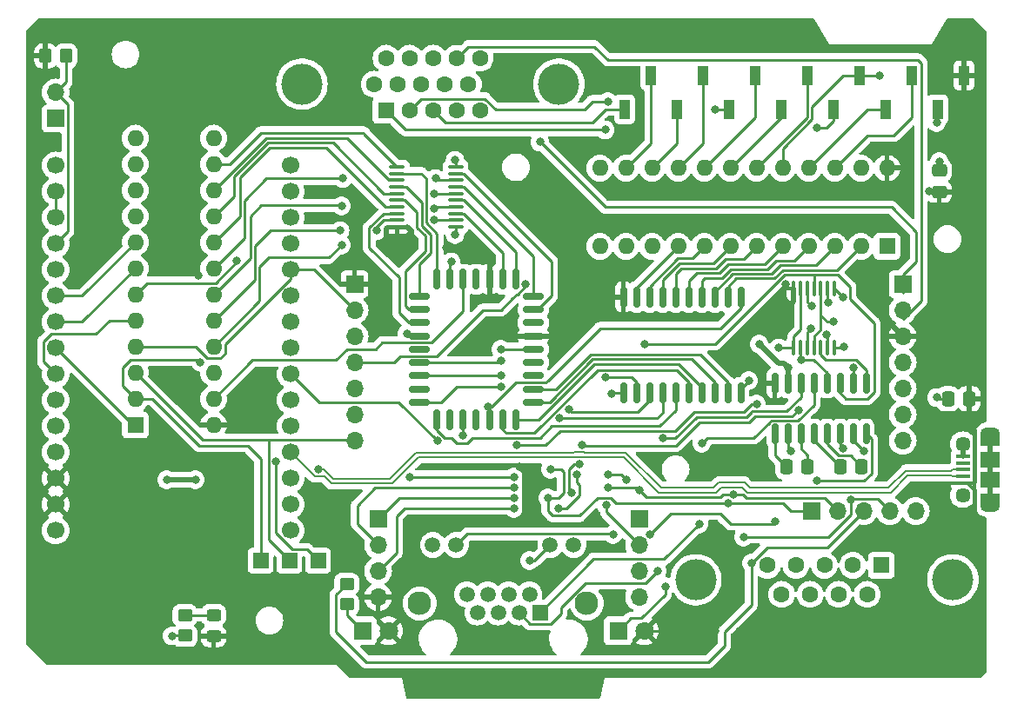
<source format=gbr>
%TF.GenerationSoftware,KiCad,Pcbnew,7.0.10*%
%TF.CreationDate,2024-02-26T12:00:29-08:00*%
%TF.ProjectId,vgaterm-bottom,76676174-6572-46d2-9d62-6f74746f6d2e,rev?*%
%TF.SameCoordinates,Original*%
%TF.FileFunction,Copper,L1,Top*%
%TF.FilePolarity,Positive*%
%FSLAX46Y46*%
G04 Gerber Fmt 4.6, Leading zero omitted, Abs format (unit mm)*
G04 Created by KiCad (PCBNEW 7.0.10) date 2024-02-26 12:00:29*
%MOMM*%
%LPD*%
G01*
G04 APERTURE LIST*
G04 Aperture macros list*
%AMRoundRect*
0 Rectangle with rounded corners*
0 $1 Rounding radius*
0 $2 $3 $4 $5 $6 $7 $8 $9 X,Y pos of 4 corners*
0 Add a 4 corners polygon primitive as box body*
4,1,4,$2,$3,$4,$5,$6,$7,$8,$9,$2,$3,0*
0 Add four circle primitives for the rounded corners*
1,1,$1+$1,$2,$3*
1,1,$1+$1,$4,$5*
1,1,$1+$1,$6,$7*
1,1,$1+$1,$8,$9*
0 Add four rect primitives between the rounded corners*
20,1,$1+$1,$2,$3,$4,$5,0*
20,1,$1+$1,$4,$5,$6,$7,0*
20,1,$1+$1,$6,$7,$8,$9,0*
20,1,$1+$1,$8,$9,$2,$3,0*%
G04 Aperture macros list end*
%TA.AperFunction,ComponentPad*%
%ADD10R,1.700000X1.700000*%
%TD*%
%TA.AperFunction,ComponentPad*%
%ADD11O,1.700000X1.700000*%
%TD*%
%TA.AperFunction,SMDPad,CuDef*%
%ADD12RoundRect,0.100000X0.100000X-0.637500X0.100000X0.637500X-0.100000X0.637500X-0.100000X-0.637500X0*%
%TD*%
%TA.AperFunction,ComponentPad*%
%ADD13R,1.500000X1.500000*%
%TD*%
%TA.AperFunction,ComponentPad*%
%ADD14C,1.500000*%
%TD*%
%TA.AperFunction,ComponentPad*%
%ADD15C,2.300000*%
%TD*%
%TA.AperFunction,SMDPad,CuDef*%
%ADD16RoundRect,0.250000X-0.450000X0.325000X-0.450000X-0.325000X0.450000X-0.325000X0.450000X0.325000X0*%
%TD*%
%TA.AperFunction,SMDPad,CuDef*%
%ADD17RoundRect,0.250000X0.350000X0.450000X-0.350000X0.450000X-0.350000X-0.450000X0.350000X-0.450000X0*%
%TD*%
%TA.AperFunction,SMDPad,CuDef*%
%ADD18RoundRect,0.250000X-0.337500X-0.475000X0.337500X-0.475000X0.337500X0.475000X-0.337500X0.475000X0*%
%TD*%
%TA.AperFunction,ComponentPad*%
%ADD19C,4.000000*%
%TD*%
%TA.AperFunction,ComponentPad*%
%ADD20R,1.600000X1.600000*%
%TD*%
%TA.AperFunction,ComponentPad*%
%ADD21C,1.600000*%
%TD*%
%TA.AperFunction,SMDPad,CuDef*%
%ADD22RoundRect,0.250000X-0.450000X0.350000X-0.450000X-0.350000X0.450000X-0.350000X0.450000X0.350000X0*%
%TD*%
%TA.AperFunction,SMDPad,CuDef*%
%ADD23RoundRect,0.250000X0.337500X0.475000X-0.337500X0.475000X-0.337500X-0.475000X0.337500X-0.475000X0*%
%TD*%
%TA.AperFunction,ComponentPad*%
%ADD24R,1.800000X1.800000*%
%TD*%
%TA.AperFunction,ComponentPad*%
%ADD25C,1.800000*%
%TD*%
%TA.AperFunction,SMDPad,CuDef*%
%ADD26RoundRect,0.162500X-0.162500X-0.837500X0.162500X-0.837500X0.162500X0.837500X-0.162500X0.837500X0*%
%TD*%
%TA.AperFunction,SMDPad,CuDef*%
%ADD27RoundRect,0.162500X-0.837500X-0.162500X0.837500X-0.162500X0.837500X0.162500X-0.837500X0.162500X0*%
%TD*%
%TA.AperFunction,SMDPad,CuDef*%
%ADD28R,1.350000X0.400000*%
%TD*%
%TA.AperFunction,ComponentPad*%
%ADD29O,1.900000X1.200000*%
%TD*%
%TA.AperFunction,SMDPad,CuDef*%
%ADD30R,1.900000X1.200000*%
%TD*%
%TA.AperFunction,ComponentPad*%
%ADD31C,1.450000*%
%TD*%
%TA.AperFunction,SMDPad,CuDef*%
%ADD32R,1.900000X1.500000*%
%TD*%
%TA.AperFunction,SMDPad,CuDef*%
%ADD33RoundRect,0.150000X0.150000X-0.825000X0.150000X0.825000X-0.150000X0.825000X-0.150000X-0.825000X0*%
%TD*%
%TA.AperFunction,ComponentPad*%
%ADD34C,1.700000*%
%TD*%
%TA.AperFunction,SMDPad,CuDef*%
%ADD35R,1.000000X1.900000*%
%TD*%
%TA.AperFunction,SMDPad,CuDef*%
%ADD36RoundRect,0.100000X0.637500X0.100000X-0.637500X0.100000X-0.637500X-0.100000X0.637500X-0.100000X0*%
%TD*%
%TA.AperFunction,SMDPad,CuDef*%
%ADD37RoundRect,0.250000X0.450000X-0.350000X0.450000X0.350000X-0.450000X0.350000X-0.450000X-0.350000X0*%
%TD*%
%TA.AperFunction,SMDPad,CuDef*%
%ADD38RoundRect,0.150000X0.150000X-0.875000X0.150000X0.875000X-0.150000X0.875000X-0.150000X-0.875000X0*%
%TD*%
%TA.AperFunction,SMDPad,CuDef*%
%ADD39RoundRect,0.250000X0.475000X-0.337500X0.475000X0.337500X-0.475000X0.337500X-0.475000X-0.337500X0*%
%TD*%
%TA.AperFunction,ComponentPad*%
%ADD40O,1.600000X1.600000*%
%TD*%
%TA.AperFunction,ViaPad*%
%ADD41C,0.800000*%
%TD*%
%TA.AperFunction,Conductor*%
%ADD42C,0.250000*%
%TD*%
%TA.AperFunction,Conductor*%
%ADD43C,0.500000*%
%TD*%
%TA.AperFunction,Conductor*%
%ADD44C,0.350000*%
%TD*%
%TA.AperFunction,Conductor*%
%ADD45C,0.400000*%
%TD*%
%TA.AperFunction,Conductor*%
%ADD46C,0.450000*%
%TD*%
%TA.AperFunction,Conductor*%
%ADD47C,0.600000*%
%TD*%
%TA.AperFunction,Conductor*%
%ADD48C,0.200000*%
%TD*%
%TA.AperFunction,Conductor*%
%ADD49C,0.220000*%
%TD*%
G04 APERTURE END LIST*
D10*
%TO.P,J8,1,Pin_1*%
%TO.N,/S_{0}*%
X157734000Y-125476000D03*
D11*
%TO.P,J8,2,Pin_2*%
%TO.N,/S_{1}*%
X160274000Y-125476000D03*
%TO.P,J8,3,Pin_3*%
%TO.N,/S_{2}*%
X162814000Y-125476000D03*
%TO.P,J8,4,Pin_4*%
%TO.N,/S_{3}*%
X165354000Y-125476000D03*
%TO.P,J8,5,Pin_5*%
%TO.N,GND*%
X167894000Y-125476000D03*
%TD*%
D12*
%TO.P,U2,1*%
%TO.N,/S_{2}*%
X156038000Y-109542500D03*
%TO.P,U2,2*%
%TO.N,/RXI_{2}*%
X156688000Y-109542500D03*
%TO.P,U2,3*%
%TO.N,/Rx*%
X157338000Y-109542500D03*
%TO.P,U2,4*%
%TO.N,/S_{3}*%
X157988000Y-109542500D03*
%TO.P,U2,5*%
%TO.N,/RXI_{3}*%
X158638000Y-109542500D03*
%TO.P,U2,6*%
%TO.N,/Rx*%
X159288000Y-109542500D03*
%TO.P,U2,7,GND*%
%TO.N,GND*%
X159938000Y-109542500D03*
%TO.P,U2,8*%
%TO.N,/TXI_{3}*%
X159938000Y-103817500D03*
%TO.P,U2,9*%
%TO.N,/Tx*%
X159288000Y-103817500D03*
%TO.P,U2,10*%
%TO.N,/S_{3}*%
X158638000Y-103817500D03*
%TO.P,U2,11*%
%TO.N,/TXI_{2}*%
X157988000Y-103817500D03*
%TO.P,U2,12*%
%TO.N,/Tx*%
X157338000Y-103817500D03*
%TO.P,U2,13*%
%TO.N,/S_{2}*%
X156688000Y-103817500D03*
%TO.P,U2,14,VCC*%
%TO.N,VCC*%
X156038000Y-103817500D03*
%TD*%
D13*
%TO.P,J4,1*%
%TO.N,Net-(U1-R1IN)*%
X131318000Y-135382000D03*
D14*
%TO.P,J4,2*%
%TO.N,unconnected-(J4-Pad2)*%
X130302000Y-133602000D03*
%TO.P,J4,3*%
%TO.N,Net-(U1-T1OUT)*%
X129286000Y-135382000D03*
%TO.P,J4,4*%
%TO.N,unconnected-(J4-Pad4)*%
X128270000Y-133602000D03*
%TO.P,J4,5*%
%TO.N,unconnected-(J4-Pad5)*%
X127254000Y-135382000D03*
%TO.P,J4,6*%
%TO.N,unconnected-(J4-Pad6)*%
X126238000Y-133602000D03*
%TO.P,J4,7*%
%TO.N,unconnected-(J4-Pad7)*%
X125222000Y-135382000D03*
%TO.P,J4,8*%
%TO.N,unconnected-(J4-Pad8)*%
X124206000Y-133602000D03*
%TO.P,J4,9*%
%TO.N,/TXI_{2}*%
X134618000Y-128782000D03*
%TO.P,J4,10*%
%TO.N,Net-(J4-Pad10)*%
X132328000Y-128782000D03*
%TO.P,J4,11*%
%TO.N,/RXI_{2}*%
X123188000Y-128782000D03*
%TO.P,J4,12*%
%TO.N,Net-(J4-Pad12)*%
X120898000Y-128782000D03*
D15*
%TO.P,J4,SH*%
%TO.N,N/C*%
X135888000Y-134492000D03*
X119628000Y-134492000D03*
%TD*%
D16*
%TO.P,D3,1,K*%
%TO.N,Net-(D3-K)*%
X99568000Y-135618000D03*
%TO.P,D3,2,A*%
%TO.N,VCC*%
X99568000Y-137668000D03*
%TD*%
D17*
%TO.P,R5,1*%
%TO.N,/Rst*%
X85217000Y-81153000D03*
%TO.P,R5,2*%
%TO.N,VCC*%
X83217000Y-81153000D03*
%TD*%
D18*
%TO.P,C10,1*%
%TO.N,GND*%
X171026000Y-114554000D03*
%TO.P,C10,2*%
%TO.N,VCC*%
X173101000Y-114554000D03*
%TD*%
D13*
%TO.P,Clk_{pixel},1,1*%
%TO.N,/Clk_{pixel}*%
X109728000Y-130302000D03*
%TD*%
D19*
%TO.P,J3,0*%
%TO.N,N/C*%
X146504000Y-132184000D03*
X171504000Y-132184000D03*
D20*
%TO.P,J3,1,1*%
%TO.N,unconnected-(J3-Pad1)*%
X164544000Y-130764000D03*
D21*
%TO.P,J3,2,2*%
%TO.N,Net-(U1-T2OUT)*%
X161774000Y-130764000D03*
%TO.P,J3,3,3*%
%TO.N,Net-(U1-R2IN)*%
X159004000Y-130764000D03*
%TO.P,J3,4,4*%
%TO.N,unconnected-(J3-Pad4)*%
X156234000Y-130764000D03*
%TO.P,J3,5,5*%
%TO.N,unconnected-(J3-Pad5)*%
X153464000Y-130764000D03*
%TO.P,J3,6,6*%
%TO.N,unconnected-(J3-Pad6)*%
X163159000Y-133604000D03*
%TO.P,J3,7,7*%
%TO.N,unconnected-(J3-Pad7)*%
X160389000Y-133604000D03*
%TO.P,J3,8,8*%
%TO.N,unconnected-(J3-Pad8)*%
X157619000Y-133604000D03*
%TO.P,J3,9,9*%
%TO.N,unconnected-(J3-Pad9)*%
X154849000Y-133604000D03*
%TD*%
D22*
%TO.P,R6,1*%
%TO.N,Net-(D3-K)*%
X96774000Y-135627000D03*
%TO.P,R6,2*%
%TO.N,GND*%
X96774000Y-137627000D03*
%TD*%
D23*
%TO.P,C1,1*%
%TO.N,Net-(U1-C1-)*%
X157374500Y-121158000D03*
%TO.P,C1,2*%
%TO.N,Net-(U1-C1+)*%
X155299500Y-121158000D03*
%TD*%
D24*
%TO.P,D1,1,K*%
%TO.N,Net-(D1-K)*%
X114046000Y-137160000D03*
D25*
%TO.P,D1,2,A*%
%TO.N,VCC*%
X116586000Y-137160000D03*
%TD*%
D26*
%TO.P,U7,1,NC_1*%
%TO.N,unconnected-(U7-NC_1-Pad1)*%
X125133798Y-102905500D03*
%TO.P,U7,2,~{W}*%
%TO.N,/Half*%
X123854632Y-102905500D03*
%TO.P,U7,3,D8*%
%TO.N,GND*%
X122575466Y-102905500D03*
%TO.P,U7,4,D3*%
%TO.N,/L3*%
X121296300Y-102905500D03*
D27*
%TO.P,U7,5,D2*%
%TO.N,/L2*%
X119558000Y-104563000D03*
%TO.P,U7,6,D1*%
%TO.N,/L1*%
X119558000Y-105854250D03*
%TO.P,U7,7,D0*%
%TO.N,/L0*%
X119558000Y-107145500D03*
%TO.P,U7,8,~{XI}*%
%TO.N,GND*%
X119558000Y-108436750D03*
%TO.P,U7,9,~{FF}*%
%TO.N,unconnected-(U7-~{FF}-Pad9)*%
X119558000Y-109728000D03*
%TO.P,U7,10,Q0*%
%TO.N,/Q0*%
X119558000Y-111019250D03*
%TO.P,U7,11,Q1*%
%TO.N,/Q1*%
X119558000Y-112310500D03*
%TO.P,U7,12,NC_2*%
%TO.N,unconnected-(U7-NC_2-Pad12)*%
X119558000Y-113601750D03*
%TO.P,U7,13,Q2*%
%TO.N,/Q2*%
X119558000Y-114893000D03*
D26*
%TO.P,U7,14,Q3*%
%TO.N,/Q3*%
X121296300Y-116580500D03*
%TO.P,U7,15,Q8*%
%TO.N,unconnected-(U7-Q8-Pad15)*%
X122575466Y-116580500D03*
%TO.P,U7,16,GND*%
%TO.N,GND*%
X123854632Y-116580500D03*
%TO.P,U7,17,NC_3*%
%TO.N,unconnected-(U7-NC_3-Pad17)*%
X125133798Y-116580500D03*
%TO.P,U7,18,~{R}*%
%TO.N,/Clk_{pixel}*%
X126412964Y-116580500D03*
%TO.P,U7,19,Q4*%
%TO.N,/Q4*%
X127692130Y-116580500D03*
%TO.P,U7,20,Q5*%
%TO.N,/Q5*%
X128971300Y-116580500D03*
D27*
%TO.P,U7,21,Q6*%
%TO.N,/Q6*%
X130683000Y-114893000D03*
%TO.P,U7,22,Q7*%
%TO.N,/Q7*%
X130683000Y-113601750D03*
%TO.P,U7,23,~{XO}/~{HF}*%
%TO.N,unconnected-(U7-~{XO}{slash}~{HF}-Pad23)*%
X130683000Y-112310500D03*
%TO.P,U7,24,~{EF}*%
%TO.N,unconnected-(U7-~{EF}-Pad24)*%
X130683000Y-111019250D03*
%TO.P,U7,25,~{RS}*%
%TO.N,/~{Start}*%
X130683000Y-109728000D03*
%TO.P,U7,26,~{FL}/~{RT}*%
%TO.N,VCC*%
X130683000Y-108436750D03*
%TO.P,U7,27,NC_4*%
%TO.N,unconnected-(U7-NC_4-Pad27)*%
X130683000Y-107145500D03*
%TO.P,U7,28,D7*%
%TO.N,/L7*%
X130683000Y-105854250D03*
%TO.P,U7,29,D6*%
%TO.N,/L6*%
X130683000Y-104563000D03*
D26*
%TO.P,U7,30,D5*%
%TO.N,/L5*%
X128971300Y-102905500D03*
%TO.P,U7,31,D4*%
%TO.N,/L4*%
X127692130Y-102905500D03*
%TO.P,U7,32,VCC*%
%TO.N,VCC*%
X126412964Y-102905500D03*
%TD*%
D10*
%TO.P,J7,1,Pin_1*%
%TO.N,/HSync*%
X166624000Y-103378000D03*
D11*
%TO.P,J7,2,Pin_2*%
%TO.N,/Vsync*%
X166624000Y-105918000D03*
%TO.P,J7,3,Pin_3*%
%TO.N,VCC*%
X166624000Y-108458000D03*
%TO.P,J7,4,Pin_4*%
%TO.N,unconnected-(J7-Pin_4-Pad4)*%
X166624000Y-110998000D03*
%TO.P,J7,5,Pin_5*%
%TO.N,GND*%
X166624000Y-113538000D03*
%TO.P,J7,6,Pin_6*%
%TO.N,unconnected-(J7-Pin_6-Pad6)*%
X166624000Y-116078000D03*
%TO.P,J7,7,Pin_7*%
%TO.N,unconnected-(J7-Pin_7-Pad7)*%
X166624000Y-118618000D03*
%TD*%
D24*
%TO.P,D2,1,K*%
%TO.N,Net-(D2-K)*%
X138938000Y-137160000D03*
D25*
%TO.P,D2,2,A*%
%TO.N,VCC*%
X141478000Y-137160000D03*
%TD*%
D28*
%TO.P,J6,1,VBUS*%
%TO.N,VCC*%
X172466000Y-122752000D03*
%TO.P,J6,2,D-*%
%TO.N,/U-*%
X172466000Y-122102000D03*
%TO.P,J6,3,D+*%
%TO.N,/U+*%
X172466000Y-121452000D03*
%TO.P,J6,4,ID*%
%TO.N,unconnected-(J6-ID-Pad4)*%
X172466000Y-120802000D03*
%TO.P,J6,5,GND*%
%TO.N,GND*%
X172466000Y-120152000D03*
D29*
%TO.P,J6,6,Shield*%
X175166000Y-124952000D03*
D30*
X175166000Y-124352000D03*
D31*
X172466000Y-123952000D03*
D32*
X175166000Y-122452000D03*
X175166000Y-120452000D03*
D31*
X172466000Y-118952000D03*
D30*
X175166000Y-118552000D03*
D29*
X175166000Y-117952000D03*
%TD*%
D33*
%TO.P,U1,1,C1+*%
%TO.N,Net-(U1-C1+)*%
X154178000Y-117980000D03*
%TO.P,U1,2,VS+*%
%TO.N,Net-(U1-VS+)*%
X155448000Y-117980000D03*
%TO.P,U1,3,C1-*%
%TO.N,Net-(U1-C1-)*%
X156718000Y-117980000D03*
%TO.P,U1,4,C2+*%
%TO.N,Net-(U1-C2+)*%
X157988000Y-117980000D03*
%TO.P,U1,5,C2-*%
%TO.N,Net-(U1-C2-)*%
X159258000Y-117980000D03*
%TO.P,U1,6,VS-*%
%TO.N,Net-(U1-VS-)*%
X160528000Y-117980000D03*
%TO.P,U1,7,T2OUT*%
%TO.N,Net-(U1-T2OUT)*%
X161798000Y-117980000D03*
%TO.P,U1,8,R2IN*%
%TO.N,Net-(U1-R2IN)*%
X163068000Y-117980000D03*
%TO.P,U1,9,R2OUT*%
%TO.N,/RXI_{3}*%
X163068000Y-113030000D03*
%TO.P,U1,10,T2IN*%
%TO.N,/TXI_{3}*%
X161798000Y-113030000D03*
%TO.P,U1,11,T1IN*%
%TO.N,/TXI_{2}*%
X160528000Y-113030000D03*
%TO.P,U1,12,R1OUT*%
%TO.N,/RXI_{2}*%
X159258000Y-113030000D03*
%TO.P,U1,13,R1IN*%
%TO.N,Net-(U1-R1IN)*%
X157988000Y-113030000D03*
%TO.P,U1,14,T1OUT*%
%TO.N,Net-(U1-T1OUT)*%
X156718000Y-113030000D03*
%TO.P,U1,15,GND*%
%TO.N,GND*%
X155448000Y-113030000D03*
%TO.P,U1,16,VCC*%
%TO.N,VCC*%
X154178000Y-113030000D03*
%TD*%
D34*
%TO.P,U4,1,GND*%
%TO.N,GND*%
X84201000Y-91821000D03*
%TO.P,U4,2,3V3*%
%TO.N,3V3*%
X84201000Y-94361000D03*
%TO.P,U4,3,3V3*%
X84201000Y-96901000D03*
%TO.P,U4,4,RST*%
%TO.N,/Rst*%
X84201000Y-99441000D03*
%TO.P,U4,5,GND*%
%TO.N,GND*%
X84201000Y-101981000D03*
%TO.P,U4,6,GPIO4/FSPIHD*%
%TO.N,/SIO3*%
X84201000Y-104521000D03*
%TO.P,U4,7,GPIO5/FSPIWP*%
%TO.N,/SIO2*%
X84201000Y-107061000D03*
%TO.P,U4,8,GPIO6/FSPICLK*%
%TO.N,/SCLK*%
X84201000Y-109601000D03*
%TO.P,U4,9,GPIO7/FSPID*%
%TO.N,/SIO0*%
X84201000Y-112141000D03*
%TO.P,U4,10,GND*%
%TO.N,GND*%
X84201000Y-114681000D03*
%TO.P,U4,11,GPIO8/RGB_LED*%
%TO.N,unconnected-(U4-GPIO8{slash}RGB_LED-Pad11)*%
X84201000Y-117221000D03*
%TO.P,U4,12,GPIO9*%
%TO.N,unconnected-(U4-GPIO9-Pad12)*%
X84201000Y-119761000D03*
%TO.P,U4,13,5V*%
%TO.N,VCC*%
X84201000Y-122301000D03*
%TO.P,U4,14,5V*%
X84201000Y-124841000D03*
%TO.P,U4,15,GND*%
%TO.N,GND*%
X84201000Y-127381000D03*
%TO.P,U4,16,GND*%
X107061000Y-127381000D03*
%TO.P,U4,17,GND*%
X107061000Y-124841000D03*
%TO.P,U4,18,GPIO19/USB_D+*%
%TO.N,/U+*%
X107061000Y-122301000D03*
%TO.P,U4,19,GPIO18/USB_D-*%
%TO.N,/U-*%
X107061000Y-119761000D03*
%TO.P,U4,20,GND*%
%TO.N,GND*%
X107061000Y-117221000D03*
%TO.P,U4,21,GPIO21/U0TXD*%
%TO.N,/Tx*%
X107061000Y-114681000D03*
%TO.P,U4,22,GPIO20/U0RXD*%
%TO.N,/Rx*%
X107061000Y-112141000D03*
%TO.P,U4,23,GND*%
%TO.N,GND*%
X107061000Y-109601000D03*
%TO.P,U4,24,GPIO10/FSPICS0*%
%TO.N,unconnected-(U4-GPIO10{slash}FSPICS0-Pad24)*%
X107061000Y-107061000D03*
%TO.P,U4,25,GND*%
%TO.N,GND*%
X107061000Y-104521000D03*
%TO.P,U4,26,GPIO3*%
%TO.N,/~{Start}*%
X107061000Y-101981000D03*
%TO.P,U4,27,GPIO2*%
%TO.N,/SIO1*%
X107061000Y-99441000D03*
%TO.P,U4,28,GPIO1*%
%TO.N,/KBRx*%
X107061000Y-96901000D03*
%TO.P,U4,29,GPIO0*%
%TO.N,/KBTx*%
X107061000Y-94361000D03*
%TO.P,U4,30,GND*%
%TO.N,GND*%
X107061000Y-91821000D03*
%TD*%
D13*
%TO.P,Vis,1,1*%
%TO.N,/Vis*%
X104140000Y-130302000D03*
%TD*%
D10*
%TO.P,J1,1,Pin_1*%
%TO.N,/S_{0}*%
X115570000Y-126238000D03*
D11*
%TO.P,J1,2,Pin_2*%
%TO.N,/TXI_{0}*%
X115570000Y-128778000D03*
%TO.P,J1,3,Pin_3*%
%TO.N,/RXI_{0}*%
X115570000Y-131318000D03*
%TO.P,J1,4,Pin_4*%
%TO.N,VCC*%
X115570000Y-133858000D03*
%TD*%
D35*
%TO.P,J10,1,Pin_1*%
%TO.N,VCC*%
X172593000Y-83058000D03*
%TO.P,J10,2,Pin_2*%
%TO.N,GND*%
X170053000Y-86358000D03*
%TO.P,J10,3,Pin_3*%
%TO.N,/R0*%
X167513000Y-83058000D03*
%TO.P,J10,4,Pin_4*%
%TO.N,/R1*%
X164973000Y-86358000D03*
%TO.P,J10,5,Pin_5*%
%TO.N,/R2*%
X162433000Y-83058000D03*
%TO.P,J10,6,Pin_6*%
%TO.N,/ARed*%
X159893000Y-86358000D03*
%TO.P,J10,7,Pin_7*%
%TO.N,/G0*%
X157353000Y-83058000D03*
%TO.P,J10,8,Pin_8*%
%TO.N,/G1*%
X154813000Y-86358000D03*
%TO.P,J10,9,Pin_9*%
%TO.N,/G2*%
X152273000Y-83058000D03*
%TO.P,J10,10,Pin_10*%
%TO.N,/AGreen*%
X149733000Y-86358000D03*
%TO.P,J10,11,Pin_11*%
%TO.N,/B0*%
X147193000Y-83058000D03*
%TO.P,J10,12,Pin_12*%
%TO.N,/B1*%
X144653000Y-86358000D03*
%TO.P,J10,13,Pin_13*%
%TO.N,/B2*%
X142113000Y-83058000D03*
%TO.P,J10,14,Pin_14*%
%TO.N,/ABlue*%
X139573000Y-86358000D03*
%TD*%
D10*
%TO.P,J12,1,Pin_1*%
%TO.N,GND*%
X84201000Y-87249000D03*
D11*
%TO.P,J12,2,Pin_2*%
%TO.N,/Rst*%
X84201000Y-84709000D03*
%TD*%
D13*
%TO.P,Clk,1,1*%
%TO.N,/Clk*%
X106934000Y-130302000D03*
%TD*%
D36*
%TO.P,U6,1,1OE*%
%TO.N,GND*%
X123131500Y-97794000D03*
%TO.P,U6,2,1A0*%
%TO.N,/D0*%
X123131500Y-97144000D03*
%TO.P,U6,3,2Y0*%
%TO.N,/L4*%
X123131500Y-96494000D03*
%TO.P,U6,4,1A1*%
%TO.N,/D1*%
X123131500Y-95844000D03*
%TO.P,U6,5,2Y1*%
%TO.N,/L5*%
X123131500Y-95194000D03*
%TO.P,U6,6,1A2*%
%TO.N,/D2*%
X123131500Y-94544000D03*
%TO.P,U6,7,2Y2*%
%TO.N,/L6*%
X123131500Y-93894000D03*
%TO.P,U6,8,1A3*%
%TO.N,/D3*%
X123131500Y-93244000D03*
%TO.P,U6,9,2Y3*%
%TO.N,/L7*%
X123131500Y-92594000D03*
%TO.P,U6,10,GND*%
%TO.N,GND*%
X123131500Y-91944000D03*
%TO.P,U6,11,2A3*%
%TO.N,/D7*%
X117406500Y-91944000D03*
%TO.P,U6,12,1Y3*%
%TO.N,/L3*%
X117406500Y-92594000D03*
%TO.P,U6,13,2A2*%
%TO.N,/D6*%
X117406500Y-93244000D03*
%TO.P,U6,14,1Y2*%
%TO.N,/L2*%
X117406500Y-93894000D03*
%TO.P,U6,15,2A1*%
%TO.N,/D5*%
X117406500Y-94544000D03*
%TO.P,U6,16,1Y1*%
%TO.N,/L1*%
X117406500Y-95194000D03*
%TO.P,U6,17,2A0*%
%TO.N,/D4*%
X117406500Y-95844000D03*
%TO.P,U6,18,1Y0*%
%TO.N,/L0*%
X117406500Y-96494000D03*
%TO.P,U6,19,2OE*%
%TO.N,GND*%
X117406500Y-97144000D03*
%TO.P,U6,20,VCC*%
%TO.N,VCC*%
X117406500Y-97794000D03*
%TD*%
D23*
%TO.P,C2,1*%
%TO.N,Net-(U1-C2-)*%
X162603000Y-121158000D03*
%TO.P,C2,2*%
%TO.N,Net-(U1-C2+)*%
X160528000Y-121158000D03*
%TD*%
D37*
%TO.P,R3,1*%
%TO.N,Net-(D1-K)*%
X112522000Y-134588000D03*
%TO.P,R3,2*%
%TO.N,/S_{2}*%
X112522000Y-132588000D03*
%TD*%
D10*
%TO.P,J2,1,Pin_1*%
%TO.N,/S_{1}*%
X140970000Y-126238000D03*
D11*
%TO.P,J2,2,Pin_2*%
%TO.N,/TXI_{1}*%
X140970000Y-128778000D03*
%TO.P,J2,3,Pin_3*%
%TO.N,/RXI_{1}*%
X140970000Y-131318000D03*
%TO.P,J2,4,Pin_4*%
%TO.N,GND*%
X140970000Y-133858000D03*
%TD*%
D10*
%TO.P,J9,1,Pin_1*%
%TO.N,VCC*%
X113284000Y-103378000D03*
D11*
%TO.P,J9,2,Pin_2*%
%TO.N,/~{Start}*%
X113284000Y-105918000D03*
%TO.P,J9,3,Pin_3*%
%TO.N,unconnected-(J9-Pin_3-Pad3)*%
X113284000Y-108458000D03*
%TO.P,J9,4,Pin_4*%
%TO.N,/Vis*%
X113284000Y-110998000D03*
%TO.P,J9,5,Pin_5*%
%TO.N,GND*%
X113284000Y-113538000D03*
%TO.P,J9,6,Pin_6*%
%TO.N,unconnected-(J9-Pin_6-Pad6)*%
X113284000Y-116078000D03*
%TO.P,J9,7,Pin_7*%
%TO.N,/Clk*%
X113284000Y-118618000D03*
%TD*%
D38*
%TO.P,U8,1,OE*%
%TO.N,GND*%
X139446000Y-113948000D03*
%TO.P,U8,2,D0*%
%TO.N,/Q0*%
X140716000Y-113948000D03*
%TO.P,U8,3,D1*%
%TO.N,/Q1*%
X141986000Y-113948000D03*
%TO.P,U8,4,D2*%
%TO.N,/Q2*%
X143256000Y-113948000D03*
%TO.P,U8,5,D3*%
%TO.N,/Q3*%
X144526000Y-113948000D03*
%TO.P,U8,6,D4*%
%TO.N,/Q4*%
X145796000Y-113948000D03*
%TO.P,U8,7,D5*%
%TO.N,/Q5*%
X147066000Y-113948000D03*
%TO.P,U8,8,D6*%
%TO.N,/Q6*%
X148336000Y-113948000D03*
%TO.P,U8,9,D7*%
%TO.N,/Q7*%
X149606000Y-113948000D03*
%TO.P,U8,10,GND*%
%TO.N,GND*%
X150876000Y-113948000D03*
%TO.P,U8,11,Cp*%
%TO.N,/Clk_{pixel}*%
X150876000Y-104648000D03*
%TO.P,U8,12,Q7*%
%TO.N,/P7*%
X149606000Y-104648000D03*
%TO.P,U8,13,Q6*%
%TO.N,/P6*%
X148336000Y-104648000D03*
%TO.P,U8,14,Q5*%
%TO.N,/P5*%
X147066000Y-104648000D03*
%TO.P,U8,15,Q4*%
%TO.N,/P4*%
X145796000Y-104648000D03*
%TO.P,U8,16,Q3*%
%TO.N,/P3*%
X144526000Y-104648000D03*
%TO.P,U8,17,Q2*%
%TO.N,/P2*%
X143256000Y-104648000D03*
%TO.P,U8,18,Q1*%
%TO.N,/P1*%
X141986000Y-104648000D03*
%TO.P,U8,19,Q0*%
%TO.N,/P0*%
X140716000Y-104648000D03*
%TO.P,U8,20,VCC*%
%TO.N,VCC*%
X139446000Y-104648000D03*
%TD*%
D39*
%TO.P,C9,1*%
%TO.N,VCC*%
X170180000Y-94382500D03*
%TO.P,C9,2*%
%TO.N,GND*%
X170180000Y-92307500D03*
%TD*%
D19*
%TO.P,J5,0*%
%TO.N,GND*%
X133165000Y-83885331D03*
X108165000Y-83885331D03*
D20*
%TO.P,J5,1*%
%TO.N,/ARed*%
X116350000Y-86445331D03*
D21*
%TO.P,J5,2*%
%TO.N,/AGreen*%
X118640000Y-86445331D03*
%TO.P,J5,3*%
%TO.N,/ABlue*%
X120930000Y-86445331D03*
%TO.P,J5,4*%
%TO.N,unconnected-(J5-Pad4)*%
X123220000Y-86445331D03*
%TO.P,J5,5*%
%TO.N,GND*%
X125510000Y-86445331D03*
%TO.P,J5,6*%
X115205000Y-83905331D03*
%TO.P,J5,7*%
X117495000Y-83905331D03*
%TO.P,J5,8*%
X119785000Y-83905331D03*
%TO.P,J5,9*%
%TO.N,unconnected-(J5-Pad9)*%
X122075000Y-83905331D03*
%TO.P,J5,10*%
%TO.N,GND*%
X124365000Y-83905331D03*
%TO.P,J5,11*%
%TO.N,unconnected-(J5-Pad11)*%
X116350000Y-81365331D03*
%TO.P,J5,12*%
%TO.N,unconnected-(J5-Pad12)*%
X118640000Y-81365331D03*
%TO.P,J5,13*%
%TO.N,/HSync*%
X120930000Y-81365331D03*
%TO.P,J5,14*%
%TO.N,/Vsync*%
X123220000Y-81365331D03*
%TO.P,J5,15*%
%TO.N,unconnected-(J5-Pad15)*%
X125510000Y-81365331D03*
%TD*%
D20*
%TO.P,U9,1,I1/CLK*%
%TO.N,unconnected-(U9-I1{slash}CLK-Pad1)*%
X165100000Y-99695000D03*
D40*
%TO.P,U9,2,I2*%
%TO.N,/P7*%
X162560000Y-99695000D03*
%TO.P,U9,3,I3*%
%TO.N,/P6*%
X160020000Y-99695000D03*
%TO.P,U9,4,I4/PD*%
%TO.N,/P5*%
X157480000Y-99695000D03*
%TO.P,U9,5,I5*%
%TO.N,/P4*%
X154940000Y-99695000D03*
%TO.P,U9,6,I6*%
%TO.N,/P3*%
X152400000Y-99695000D03*
%TO.P,U9,7,I7*%
%TO.N,/P2*%
X149860000Y-99695000D03*
%TO.P,U9,8,I8*%
%TO.N,/P1*%
X147320000Y-99695000D03*
%TO.P,U9,9,I9*%
%TO.N,/P0*%
X144780000Y-99695000D03*
%TO.P,U9,10,I10*%
%TO.N,unconnected-(U9-I10-Pad10)*%
X142240000Y-99695000D03*
%TO.P,U9,11,I11*%
%TO.N,/Vis*%
X139700000Y-99695000D03*
%TO.P,U9,12,GND*%
%TO.N,GND*%
X137160000Y-99695000D03*
%TO.P,U9,13,I12*%
%TO.N,unconnected-(U9-I12-Pad13)*%
X137160000Y-92075000D03*
%TO.P,U9,14,IO10*%
%TO.N,/B2*%
X139700000Y-92075000D03*
%TO.P,U9,15,IO9*%
%TO.N,/B1*%
X142240000Y-92075000D03*
%TO.P,U9,16,IO8*%
%TO.N,/B0*%
X144780000Y-92075000D03*
%TO.P,U9,17,IO7*%
%TO.N,/G2*%
X147320000Y-92075000D03*
%TO.P,U9,18,IO6*%
%TO.N,/G1*%
X149860000Y-92075000D03*
%TO.P,U9,19,IO5*%
%TO.N,/G0*%
X152400000Y-92075000D03*
%TO.P,U9,20,IO4*%
%TO.N,/R2*%
X154940000Y-92075000D03*
%TO.P,U9,21,I03*%
%TO.N,/R1*%
X157480000Y-92075000D03*
%TO.P,U9,22,IO2*%
%TO.N,/R0*%
X160020000Y-92075000D03*
%TO.P,U9,23,IO1*%
%TO.N,unconnected-(U9-IO1-Pad23)*%
X162560000Y-92075000D03*
%TO.P,U9,24,VCC*%
%TO.N,VCC*%
X165100000Y-92075000D03*
%TD*%
D20*
%TO.P,U5,1,I1/CLK*%
%TO.N,/SCLK*%
X91948000Y-117094000D03*
D40*
%TO.P,U5,2,I2*%
%TO.N,/Vis*%
X91948000Y-114554000D03*
%TO.P,U5,3,I3*%
%TO.N,/Clk*%
X91948000Y-112014000D03*
%TO.P,U5,4,I4/PD*%
%TO.N,/~{Start}*%
X91948000Y-109474000D03*
%TO.P,U5,5,I5*%
%TO.N,/SIO0*%
X91948000Y-106934000D03*
%TO.P,U5,6,I6*%
%TO.N,/SIO1*%
X91948000Y-104394000D03*
%TO.P,U5,7,I7*%
%TO.N,/SIO2*%
X91948000Y-101854000D03*
%TO.P,U5,8,I8*%
%TO.N,/SIO3*%
X91948000Y-99314000D03*
%TO.P,U5,9,I9*%
%TO.N,GND*%
X91948000Y-96774000D03*
%TO.P,U5,10,I10*%
X91948000Y-94234000D03*
%TO.P,U5,11,I11*%
X91948000Y-91694000D03*
%TO.P,U5,12,GND*%
X91948000Y-89154000D03*
%TO.P,U5,13,I12*%
X99568000Y-89154000D03*
%TO.P,U5,14,IO10*%
%TO.N,/D7*%
X99568000Y-91694000D03*
%TO.P,U5,15,IO9*%
%TO.N,/D6*%
X99568000Y-94234000D03*
%TO.P,U5,16,IO8*%
%TO.N,/D5*%
X99568000Y-96774000D03*
%TO.P,U5,17,IO7*%
%TO.N,/D4*%
X99568000Y-99314000D03*
%TO.P,U5,18,IO6*%
%TO.N,/D3*%
X99568000Y-101854000D03*
%TO.P,U5,19,IO5*%
%TO.N,/D2*%
X99568000Y-104394000D03*
%TO.P,U5,20,IO4*%
%TO.N,/D1*%
X99568000Y-106934000D03*
%TO.P,U5,21,I03*%
%TO.N,/D0*%
X99568000Y-109474000D03*
%TO.P,U5,22,IO2*%
%TO.N,/Clk_{pixel}*%
X99568000Y-112014000D03*
%TO.P,U5,23,IO1*%
%TO.N,/Half*%
X99568000Y-114554000D03*
%TO.P,U5,24,VCC*%
%TO.N,VCC*%
X99568000Y-117094000D03*
%TD*%
D41*
%TO.N,GND*%
X151638000Y-112776000D03*
X160909000Y-109474000D03*
X123825000Y-118110000D03*
X115443000Y-98171000D03*
X155448000Y-111506000D03*
X122682000Y-101219000D03*
X169926000Y-87630000D03*
X97790000Y-122428000D03*
X123063000Y-98552000D03*
X170180000Y-91440000D03*
X118364000Y-108204000D03*
X95504000Y-137659000D03*
X152654000Y-109220000D03*
X138303000Y-114046000D03*
X94996000Y-122428000D03*
X169926000Y-114427000D03*
X123063000Y-91313000D03*
%TO.N,Net-(U1-VS+)*%
X155702000Y-119634000D03*
%TO.N,Net-(U1-VS-)*%
X160782000Y-119380000D03*
%TO.N,/S_{0}*%
X128778000Y-124189503D03*
X149606000Y-124714000D03*
X132080000Y-124206000D03*
X132334000Y-121412000D03*
%TO.N,/TXI_{0}*%
X128778000Y-123190000D03*
%TO.N,/RXI_{0}*%
X128778000Y-125222000D03*
%TO.N,VCC*%
X169164000Y-94361000D03*
X148082000Y-126746000D03*
X155204497Y-103388497D03*
X127508000Y-128778000D03*
X129286000Y-121158000D03*
X163957000Y-103759000D03*
X90424000Y-132588000D03*
X129794000Y-96774000D03*
X99695000Y-121666000D03*
X154178000Y-104902000D03*
X150622000Y-130048000D03*
X150749000Y-137160000D03*
X98123507Y-102544500D03*
X126492000Y-101346000D03*
X147828000Y-120142000D03*
X122174000Y-99822000D03*
X148336000Y-137160000D03*
X112776000Y-100584000D03*
X139446000Y-102743000D03*
X170180000Y-128778000D03*
X147828000Y-121412000D03*
X117348000Y-100203000D03*
%TO.N,/S_{1}*%
X140970000Y-123481500D03*
X134366000Y-123698000D03*
X135128000Y-120904000D03*
X150160424Y-123882364D03*
X137922000Y-123190000D03*
%TO.N,/TXI_{1}*%
X137795765Y-124934162D03*
%TO.N,/RXI_{1}*%
X139700000Y-122465500D03*
X137922000Y-121920000D03*
%TO.N,Net-(U1-T2OUT)*%
X162814000Y-119634000D03*
%TO.N,Net-(U1-R2IN)*%
X158242000Y-122519500D03*
%TO.N,Net-(U1-R1IN)*%
X146812000Y-126746000D03*
X147066000Y-118872000D03*
%TO.N,Net-(U1-T1OUT)*%
X142748000Y-131318000D03*
X143256000Y-118395500D03*
%TO.N,Net-(J4-Pad10)*%
X130302000Y-130302000D03*
%TO.N,/U+*%
X109728000Y-121412000D03*
%TO.N,/Tx*%
X129032000Y-119090500D03*
X159385000Y-105156000D03*
X118618000Y-122174000D03*
X128778000Y-122190497D03*
X157734000Y-105537000D03*
X152400000Y-115055500D03*
%TO.N,/Rx*%
X121360601Y-118669399D03*
X135382000Y-119054520D03*
X133096000Y-125222000D03*
X157677505Y-107743896D03*
X134874000Y-121903501D03*
X159202845Y-108261709D03*
X156464000Y-115632493D03*
%TO.N,/S_{2}*%
X154559000Y-109601000D03*
X151892000Y-130556000D03*
%TO.N,/S_{3}*%
X161564240Y-124377000D03*
X159930500Y-107061000D03*
X151130000Y-128016000D03*
%TO.N,/TXI_{3}*%
X160782000Y-104648000D03*
X161798000Y-111506000D03*
%TO.N,/TXI_{2}*%
X141478000Y-109220000D03*
%TO.N,/RXI_{2}*%
X154178000Y-126492000D03*
X141994953Y-127753047D03*
X156718000Y-110744000D03*
X138430000Y-127762000D03*
%TO.N,Net-(D2-K)*%
X143510000Y-132842000D03*
%TO.N,/ARed*%
X137668000Y-88352500D03*
X158274799Y-88170799D03*
%TO.N,/AGreen*%
X137922000Y-85598000D03*
X148336000Y-86360000D03*
%TO.N,/HSync*%
X131318000Y-89535000D03*
%TO.N,/~{Start}*%
X127508000Y-109728000D03*
%TO.N,/Vis*%
X129958500Y-103378000D03*
X98293701Y-111002299D03*
%TO.N,/R2*%
X164338000Y-83058000D03*
%TO.N,/SIO1*%
X101849701Y-101087701D03*
%TO.N,/D3*%
X121158000Y-93091000D03*
X112141000Y-93091000D03*
%TO.N,/D2*%
X121031000Y-94615000D03*
X112014000Y-95758000D03*
%TO.N,/D1*%
X121031000Y-96012000D03*
X111887000Y-98171000D03*
%TO.N,/D0*%
X121031000Y-97155000D03*
X112014000Y-99568000D03*
%TO.N,/Clk_{pixel}*%
X105626500Y-120650000D03*
X126238000Y-115316000D03*
%TO.N,/Q0*%
X137668000Y-112484500D03*
X127508000Y-110871000D03*
%TO.N,/Q1*%
X134116299Y-115574299D03*
X127508000Y-112268000D03*
%TO.N,/Q2*%
X133227299Y-116463299D03*
X127508000Y-113411000D03*
%TD*%
D42*
%TO.N,Net-(U1-C1-)*%
X157374500Y-120036500D02*
X157374500Y-121158000D01*
X156718000Y-117980000D02*
X156718000Y-119380000D01*
X156718000Y-119380000D02*
X157374500Y-120036500D01*
%TO.N,Net-(U1-C1+)*%
X154178000Y-117980000D02*
X154178000Y-120036500D01*
X154178000Y-120036500D02*
X155299500Y-121158000D01*
%TO.N,Net-(U1-C2-)*%
X159258000Y-118954999D02*
X160411001Y-120108000D01*
X159258000Y-117980000D02*
X159258000Y-118954999D01*
X161553000Y-120108000D02*
X162603000Y-121158000D01*
X160411001Y-120108000D02*
X161553000Y-120108000D01*
%TO.N,Net-(U1-C2+)*%
X157988000Y-117980000D02*
X157988000Y-118618000D01*
X157988000Y-118618000D02*
X160528000Y-121158000D01*
%TO.N,GND*%
X123131500Y-97794000D02*
X123131500Y-98483500D01*
D43*
X154559000Y-111125000D02*
X152654000Y-109220000D01*
X154686000Y-111125000D02*
X154559000Y-111125000D01*
D42*
X123131500Y-91381500D02*
X123063000Y-91313000D01*
X119558000Y-108436750D02*
X118596750Y-108436750D01*
X118596750Y-108436750D02*
X118364000Y-108204000D01*
X170180000Y-92307500D02*
X170180000Y-91440000D01*
X123131500Y-98483500D02*
X123063000Y-98552000D01*
X160840500Y-109542500D02*
X160909000Y-109474000D01*
X159938000Y-109542500D02*
X160840500Y-109542500D01*
D43*
X175166000Y-120452000D02*
X175166000Y-118552000D01*
D42*
X150876000Y-113538000D02*
X151638000Y-112776000D01*
X139446000Y-113948000D02*
X138401000Y-113948000D01*
D43*
X172466000Y-120152000D02*
X172466000Y-118952000D01*
X155448000Y-111506000D02*
X155448000Y-113030000D01*
X155067000Y-111125000D02*
X155448000Y-111506000D01*
D42*
X122575466Y-101325534D02*
X122682000Y-101219000D01*
D43*
X175166000Y-122452000D02*
X175166000Y-120452000D01*
X154686000Y-111125000D02*
X155067000Y-111125000D01*
D42*
X170053000Y-87503000D02*
X169926000Y-87630000D01*
X123131500Y-91944000D02*
X123131500Y-91381500D01*
X170053000Y-86358000D02*
X170053000Y-87503000D01*
X123854632Y-118080368D02*
X123825000Y-118110000D01*
X116078000Y-97155000D02*
X115443000Y-97790000D01*
X116669001Y-97144000D02*
X116658001Y-97155000D01*
X115443000Y-97790000D02*
X115443000Y-98171000D01*
X96774000Y-137627000D02*
X95536000Y-137627000D01*
X116658001Y-97155000D02*
X116078000Y-97155000D01*
X122575466Y-102905500D02*
X122575466Y-101325534D01*
X123854632Y-116580500D02*
X123854632Y-118080368D01*
X150876000Y-113948000D02*
X150876000Y-113538000D01*
X171026000Y-114554000D02*
X170053000Y-114554000D01*
X117406500Y-97144000D02*
X116669001Y-97144000D01*
D43*
X97790000Y-122428000D02*
X94996000Y-122428000D01*
D42*
X170053000Y-114554000D02*
X169926000Y-114427000D01*
X138401000Y-113948000D02*
X138303000Y-114046000D01*
D43*
X175166000Y-122452000D02*
X175166000Y-124352000D01*
D42*
X95536000Y-137627000D02*
X95504000Y-137659000D01*
%TO.N,Net-(U1-VS+)*%
X155448000Y-117980000D02*
X155448000Y-119380000D01*
X155448000Y-119380000D02*
X155702000Y-119634000D01*
%TO.N,Net-(U1-VS-)*%
X160528000Y-119126000D02*
X160782000Y-119380000D01*
X160528000Y-117980000D02*
X160528000Y-119126000D01*
%TO.N,/S_{0}*%
X119650497Y-124189503D02*
X128778000Y-124189503D01*
X132080000Y-124206000D02*
X133096000Y-124206000D01*
X154940000Y-124714000D02*
X155702000Y-125476000D01*
X133604000Y-123698000D02*
X133604000Y-121666000D01*
X133604000Y-121666000D02*
X133350000Y-121412000D01*
X115570000Y-126238000D02*
X117602000Y-124206000D01*
X132080000Y-125476000D02*
X132551000Y-125947000D01*
X149606000Y-124714000D02*
X154940000Y-124714000D01*
X132080000Y-124206000D02*
X132080000Y-125476000D01*
X138684000Y-124714000D02*
X149606000Y-124714000D01*
X136906000Y-124206000D02*
X138176000Y-124206000D01*
X117602000Y-124206000D02*
X119634000Y-124206000D01*
X135165000Y-125947000D02*
X136906000Y-124206000D01*
X119634000Y-124206000D02*
X119650497Y-124189503D01*
X133350000Y-121412000D02*
X132334000Y-121412000D01*
X155702000Y-125476000D02*
X157734000Y-125476000D01*
X132551000Y-125947000D02*
X135165000Y-125947000D01*
X138176000Y-124206000D02*
X138684000Y-124714000D01*
X133096000Y-124206000D02*
X133604000Y-123698000D01*
%TO.N,/TXI_{0}*%
X128763000Y-123205000D02*
X128778000Y-123190000D01*
X115301000Y-123205000D02*
X128763000Y-123205000D01*
X113538000Y-126746000D02*
X113538000Y-124968000D01*
X115570000Y-128778000D02*
X113538000Y-126746000D01*
X113538000Y-124968000D02*
X115301000Y-123205000D01*
%TO.N,/RXI_{0}*%
X117348000Y-125984000D02*
X118110000Y-125222000D01*
X118110000Y-125222000D02*
X128778000Y-125222000D01*
X117348000Y-129540000D02*
X117348000Y-125984000D01*
X115570000Y-131318000D02*
X117348000Y-129540000D01*
D43*
%TO.N,VCC*%
X116332000Y-98044000D02*
X116332000Y-99187000D01*
D44*
X173609000Y-125222000D02*
X173355000Y-125476000D01*
D45*
X117406500Y-97794000D02*
X118360000Y-97794000D01*
D43*
X118364000Y-97790000D02*
X118745000Y-98171000D01*
D46*
X169164000Y-94361000D02*
X170158500Y-94361000D01*
D43*
X116459000Y-97917000D02*
X116332000Y-98044000D01*
D44*
X173609000Y-123420000D02*
X173609000Y-122634000D01*
D45*
X173609000Y-122634000D02*
X173609000Y-121666000D01*
D42*
X141478000Y-137160000D02*
X148336000Y-137160000D01*
D45*
X173609000Y-121666000D02*
X173609000Y-117602000D01*
D47*
X118745000Y-98171000D02*
X118745000Y-98552000D01*
D43*
X129794000Y-121666000D02*
X129794000Y-125476000D01*
D42*
X143764000Y-119888000D02*
X146050000Y-119888000D01*
D43*
X147828000Y-120142000D02*
X146304000Y-120142000D01*
D45*
X173609000Y-123420000D02*
X173609000Y-125222000D01*
D42*
X118360000Y-97794000D02*
X118364000Y-97790000D01*
D43*
X156038000Y-105074000D02*
X155829000Y-105283000D01*
X129794000Y-125476000D02*
X129794000Y-126474500D01*
X129286000Y-121158000D02*
X129794000Y-121666000D01*
X155829000Y-105283000D02*
X155194000Y-105283000D01*
D44*
X172941000Y-122752000D02*
X173609000Y-123420000D01*
X173609000Y-117602000D02*
X173355000Y-117348000D01*
D42*
X126412964Y-101425036D02*
X126492000Y-101346000D01*
D44*
X172466000Y-122752000D02*
X173491000Y-122752000D01*
X172466000Y-122752000D02*
X171012000Y-122752000D01*
D43*
X146304000Y-120142000D02*
X146050000Y-119888000D01*
X126412964Y-102905500D02*
X126412964Y-101425036D01*
D45*
X117406500Y-97794000D02*
X116582000Y-97794000D01*
D42*
X143002000Y-120650000D02*
X143764000Y-119888000D01*
D43*
X163957000Y-105791000D02*
X166624000Y-108458000D01*
D42*
X143002000Y-121412000D02*
X143002000Y-120650000D01*
X170158500Y-94361000D02*
X170180000Y-94382500D01*
D45*
X116582000Y-97794000D02*
X116459000Y-97917000D01*
D43*
X156038000Y-105074000D02*
X156038000Y-103817500D01*
X163957000Y-103759000D02*
X163957000Y-105791000D01*
D44*
X172466000Y-122752000D02*
X172941000Y-122752000D01*
X173491000Y-122752000D02*
X173609000Y-122634000D01*
D42*
%TO.N,/S_{1}*%
X150160424Y-123882364D02*
X151060364Y-123882364D01*
X151384000Y-124206000D02*
X159004000Y-124206000D01*
X148881000Y-124169000D02*
X149167636Y-123882364D01*
X134112000Y-121412000D02*
X134112000Y-123444000D01*
X140970000Y-123481500D02*
X141657500Y-124169000D01*
X160274000Y-125476000D02*
X159004000Y-124206000D01*
X151060364Y-123882364D02*
X151384000Y-124206000D01*
X149167636Y-123882364D02*
X150160424Y-123882364D01*
X137922000Y-123190000D02*
X140678500Y-123190000D01*
X140678500Y-123190000D02*
X140970000Y-123481500D01*
X141657500Y-124169000D02*
X148881000Y-124169000D01*
X134620000Y-120904000D02*
X134112000Y-121412000D01*
X134112000Y-123444000D02*
X134366000Y-123698000D01*
X135128000Y-120904000D02*
X134620000Y-120904000D01*
%TO.N,/TXI_{1}*%
X137795765Y-125603765D02*
X140970000Y-128778000D01*
X137795765Y-124934162D02*
X137795765Y-125603765D01*
%TO.N,/RXI_{1}*%
X139700000Y-122465500D02*
X139700000Y-122428000D01*
X139700000Y-122428000D02*
X139192000Y-121920000D01*
X139192000Y-121920000D02*
X137922000Y-121920000D01*
%TO.N,Net-(U1-T2OUT)*%
X162814000Y-119634000D02*
X161798000Y-118618000D01*
X161798000Y-118618000D02*
X161798000Y-117980000D01*
%TO.N,Net-(U1-R2IN)*%
X163576000Y-118488000D02*
X163068000Y-117980000D01*
X158242000Y-122519500D02*
X162874100Y-122519500D01*
X163576000Y-121817600D02*
X163576000Y-118488000D01*
X162874100Y-122519500D02*
X163576000Y-121817600D01*
%TO.N,Net-(U1-R1IN)*%
X156441798Y-116680000D02*
X153827092Y-116680000D01*
X157988000Y-115133798D02*
X156441798Y-116680000D01*
X152143092Y-118364000D02*
X153670000Y-116840000D01*
X147066000Y-118872000D02*
X147574000Y-118364000D01*
X136557000Y-130143000D02*
X143415000Y-130143000D01*
X157988000Y-113030000D02*
X157988000Y-115133798D01*
X153827092Y-116680000D02*
X153668546Y-116838546D01*
X147574000Y-118364000D02*
X152143092Y-118364000D01*
X143415000Y-130143000D02*
X146812000Y-126746000D01*
X131318000Y-135382000D02*
X136557000Y-130143000D01*
%TO.N,Net-(U1-T1OUT)*%
X130361000Y-136457000D02*
X132393000Y-136457000D01*
X129286000Y-135382000D02*
X130361000Y-136457000D01*
X141573000Y-132493000D02*
X142748000Y-131318000D01*
X133350000Y-135500000D02*
X133350000Y-134874000D01*
X156718000Y-114353188D02*
X155291188Y-115780000D01*
X132393000Y-136457000D02*
X133350000Y-135500000D01*
X143256000Y-118395500D02*
X144494500Y-118395500D01*
X156718000Y-113030000D02*
X156718000Y-114353188D01*
X144494500Y-118395500D02*
X146558000Y-116332000D01*
X146558000Y-116332000D02*
X151384000Y-116332000D01*
X151384000Y-116332000D02*
X151892000Y-115824000D01*
X135731000Y-132493000D02*
X141573000Y-132493000D01*
X133350000Y-134874000D02*
X135731000Y-132493000D01*
X151936000Y-115780000D02*
X151892000Y-115824000D01*
X155291188Y-115780000D02*
X151936000Y-115780000D01*
%TO.N,Net-(J4-Pad10)*%
X130808000Y-130302000D02*
X130302000Y-130302000D01*
X132328000Y-128782000D02*
X130808000Y-130302000D01*
D48*
%TO.N,/U-*%
X119473200Y-120240000D02*
X134802050Y-120240000D01*
X167114200Y-122002000D02*
X171353499Y-122002000D01*
X151036800Y-123161000D02*
X151544800Y-123669000D01*
X110330900Y-122079100D02*
X111031800Y-122780000D01*
X110298000Y-122112000D02*
X110330900Y-122079100D01*
X135453950Y-120240000D02*
X139479800Y-120240000D01*
X165447200Y-123669000D02*
X167114200Y-122002000D01*
X171353499Y-122002000D02*
X171453499Y-122102000D01*
X139479800Y-120240000D02*
X142908800Y-123669000D01*
X109412000Y-122112000D02*
X110298000Y-122112000D01*
X151544800Y-123669000D02*
X165447200Y-123669000D01*
X148935352Y-123161000D02*
X151036800Y-123161000D01*
X116933200Y-122780000D02*
X119473200Y-120240000D01*
X135417950Y-120204000D02*
X135453950Y-120240000D01*
X134838050Y-120204000D02*
X135417950Y-120204000D01*
X107061000Y-119761000D02*
X109412000Y-122112000D01*
X142908800Y-123669000D02*
X148427352Y-123669000D01*
X148427352Y-123669000D02*
X148935352Y-123161000D01*
X171453499Y-122102000D02*
X172466000Y-122102000D01*
X111031800Y-122780000D02*
X116933200Y-122780000D01*
X134802050Y-120240000D02*
X134838050Y-120204000D01*
%TO.N,/U+*%
X166927800Y-121552000D02*
X171353499Y-121552000D01*
X134615682Y-119790000D02*
X134651662Y-119754020D01*
X151223200Y-122711000D02*
X151731200Y-123219000D01*
X119286800Y-119790000D02*
X134615682Y-119790000D01*
X151731200Y-123219000D02*
X165260800Y-123219000D01*
X116746800Y-122330000D02*
X119286800Y-119790000D01*
X111218200Y-122330000D02*
X116746800Y-122330000D01*
X148748952Y-122711000D02*
X151223200Y-122711000D01*
X134651662Y-119754020D02*
X135604338Y-119754020D01*
X171353499Y-121552000D02*
X171453499Y-121452000D01*
X171453499Y-121452000D02*
X172466000Y-121452000D01*
X135640318Y-119790000D02*
X139666200Y-119790000D01*
X135604338Y-119754020D02*
X135640318Y-119790000D01*
X148240952Y-123219000D02*
X148748952Y-122711000D01*
X143095200Y-123219000D02*
X148240952Y-123219000D01*
X110300200Y-121412000D02*
X111218200Y-122330000D01*
X139666200Y-119790000D02*
X143095200Y-123219000D01*
X109728000Y-121412000D02*
X110300200Y-121412000D01*
X165260800Y-123219000D02*
X166927800Y-121552000D01*
D42*
%TO.N,/Tx*%
X151898500Y-115055500D02*
X151130000Y-115824000D01*
X144457000Y-117671000D02*
X146304000Y-115824000D01*
X129032000Y-119090500D02*
X131861500Y-119090500D01*
X128761503Y-122174000D02*
X128778000Y-122190497D01*
X152400000Y-115055500D02*
X151898500Y-115055500D01*
X133281000Y-117671000D02*
X144457000Y-117671000D01*
X159288000Y-105059000D02*
X159385000Y-105156000D01*
X157338000Y-103817500D02*
X157338000Y-105141000D01*
X157338000Y-105141000D02*
X157734000Y-105537000D01*
X118618000Y-122174000D02*
X128761503Y-122174000D01*
X159288000Y-103817500D02*
X159288000Y-105059000D01*
X131861500Y-119090500D02*
X133281000Y-117671000D01*
X146304000Y-115824000D02*
X151130000Y-115824000D01*
%TO.N,/Rx*%
X144531500Y-119120500D02*
X135447980Y-119120500D01*
X156464000Y-115632493D02*
X155866493Y-116230000D01*
X155866493Y-116230000D02*
X152248000Y-116230000D01*
X159288000Y-109542500D02*
X159288000Y-108346864D01*
X117594202Y-114903000D02*
X121360601Y-118669399D01*
X146812000Y-116840000D02*
X144531500Y-119120500D01*
X152248000Y-116230000D02*
X151638000Y-116840000D01*
X109823000Y-114903000D02*
X117594202Y-114903000D01*
X107061000Y-112141000D02*
X109823000Y-114903000D01*
X157338000Y-109542500D02*
X157338000Y-108083401D01*
X133096000Y-125222000D02*
X133867305Y-125222000D01*
X159288000Y-108346864D02*
X159202845Y-108261709D01*
X151638000Y-116840000D02*
X146812000Y-116840000D01*
X135128000Y-123961305D02*
X135128000Y-122936000D01*
X157338000Y-108083401D02*
X157677505Y-107743896D01*
X135128000Y-122936000D02*
X134874000Y-122682000D01*
X134874000Y-122682000D02*
X134874000Y-121903501D01*
X133867305Y-125222000D02*
X135128000Y-123961305D01*
X135447980Y-119120500D02*
X135382000Y-119054520D01*
%TO.N,/S_{2}*%
X156038000Y-108478500D02*
X156688000Y-107828500D01*
X114427000Y-140208000D02*
X111497000Y-137278000D01*
X153416000Y-129032000D02*
X159258000Y-129032000D01*
X111497000Y-133613000D02*
X112522000Y-132588000D01*
X155979500Y-109601000D02*
X156038000Y-109542500D01*
X156688000Y-107828500D02*
X156688000Y-103817500D01*
X147701000Y-140208000D02*
X114427000Y-140208000D01*
X154559000Y-109601000D02*
X155979500Y-109601000D01*
X111497000Y-137278000D02*
X111497000Y-133613000D01*
X156038000Y-109542500D02*
X156038000Y-108478500D01*
X151892000Y-134620000D02*
X151892000Y-130556000D01*
X149288500Y-138620500D02*
X147701000Y-140208000D01*
X159258000Y-129032000D02*
X162814000Y-125476000D01*
X151892000Y-130556000D02*
X153416000Y-129032000D01*
X149288500Y-138620500D02*
X149288500Y-137223500D01*
X149288500Y-137223500D02*
X151892000Y-134620000D01*
%TO.N,/S_{3}*%
X158638000Y-107808000D02*
X158638000Y-106426000D01*
X164179000Y-124301000D02*
X165354000Y-125476000D01*
X159395701Y-128016000D02*
X161564240Y-125847461D01*
X161564240Y-124377000D02*
X161640240Y-124301000D01*
X157988000Y-108458000D02*
X158638000Y-107808000D01*
X159930500Y-107061000D02*
X159273000Y-107061000D01*
X159273000Y-107061000D02*
X158638000Y-106426000D01*
X157988000Y-109542500D02*
X157988000Y-108458000D01*
X158638000Y-106426000D02*
X158638000Y-103817500D01*
X159395701Y-128016000D02*
X151130000Y-128016000D01*
X161640240Y-124301000D02*
X164179000Y-124301000D01*
X161564240Y-125847461D02*
X161564240Y-124377000D01*
%TO.N,/RXI_{3}*%
X163068000Y-113030000D02*
X163068000Y-111750695D01*
X162061305Y-110744000D02*
X159102001Y-110744000D01*
X159102001Y-110744000D02*
X158638000Y-110279999D01*
X158638000Y-110279999D02*
X158638000Y-109542500D01*
X163068000Y-111750695D02*
X162061305Y-110744000D01*
%TO.N,/TXI_{3}*%
X159951500Y-103817500D02*
X160782000Y-104648000D01*
X159938000Y-103817500D02*
X159951500Y-103817500D01*
X161798000Y-111506000D02*
X161798000Y-113030000D01*
%TO.N,/TXI_{2}*%
X163830000Y-107189396D02*
X161507000Y-104866396D01*
X148348396Y-109220000D02*
X141478000Y-109220000D01*
X163830000Y-113918908D02*
X163830000Y-107189396D01*
X157988000Y-102442000D02*
X155126396Y-102442000D01*
X163194908Y-114554000D02*
X163830000Y-113918908D01*
X161507000Y-104866396D02*
X161507000Y-103675000D01*
X160274000Y-102442000D02*
X157988000Y-102442000D01*
X160528000Y-114004999D02*
X161077001Y-114554000D01*
X161507000Y-103675000D02*
X160274000Y-102442000D01*
X160528000Y-113030000D02*
X160528000Y-114004999D01*
X155126396Y-102442000D02*
X148348396Y-109220000D01*
X157988000Y-103817500D02*
X157988000Y-102442000D01*
X161077001Y-114554000D02*
X163194908Y-114554000D01*
%TO.N,/RXI_{2}*%
X156718000Y-110744000D02*
X156688000Y-110714000D01*
X138375000Y-127707000D02*
X138430000Y-127762000D01*
X144018000Y-125730000D02*
X148844000Y-125730000D01*
X123188000Y-128782000D02*
X124263000Y-127707000D01*
X157946999Y-110744000D02*
X156718000Y-110744000D01*
X149860000Y-126746000D02*
X153924000Y-126746000D01*
X141994953Y-127753047D02*
X144018000Y-125730000D01*
X159258000Y-113030000D02*
X159258000Y-112055001D01*
X156688000Y-110714000D02*
X156688000Y-109542500D01*
X148844000Y-125730000D02*
X149860000Y-126746000D01*
X124263000Y-127707000D02*
X138375000Y-127707000D01*
X153924000Y-126746000D02*
X154178000Y-126492000D01*
X159258000Y-112055001D02*
X157946999Y-110744000D01*
%TO.N,Net-(D1-K)*%
X112522000Y-135636000D02*
X112522000Y-134588000D01*
X114046000Y-137160000D02*
X112522000Y-135636000D01*
%TO.N,Net-(D2-K)*%
X140163000Y-135935000D02*
X138938000Y-137160000D01*
X143510000Y-132842000D02*
X143510000Y-133641500D01*
X143510000Y-133641500D02*
X141216500Y-135935000D01*
X141216500Y-135935000D02*
X140163000Y-135935000D01*
%TO.N,/ARed*%
X118257169Y-88352500D02*
X116350000Y-86445331D01*
X158274799Y-88170799D02*
X159225201Y-88170799D01*
X137668000Y-88352500D02*
X118257169Y-88352500D01*
X159225201Y-88170799D02*
X159893000Y-87503000D01*
X159893000Y-87503000D02*
X159893000Y-86358000D01*
%TO.N,/AGreen*%
X149733000Y-86358000D02*
X148338000Y-86358000D01*
X119765000Y-85320331D02*
X118640000Y-86445331D01*
X135636000Y-86360000D02*
X127015660Y-86360000D01*
X125975991Y-85320331D02*
X119765000Y-85320331D01*
X127015660Y-86360000D02*
X125975991Y-85320331D01*
X135636000Y-86360000D02*
X136398000Y-85598000D01*
X148338000Y-86358000D02*
X148336000Y-86360000D01*
X136398000Y-85598000D02*
X137922000Y-85598000D01*
%TO.N,/ABlue*%
X136398000Y-87630000D02*
X137670000Y-86358000D01*
X122112669Y-87628000D02*
X120930000Y-86445331D01*
X136398000Y-87630000D02*
X122112669Y-87628000D01*
X137670000Y-86358000D02*
X139573000Y-86358000D01*
%TO.N,/HSync*%
X166624000Y-102489000D02*
X166624000Y-104267000D01*
X167952000Y-98298000D02*
X167952000Y-101161000D01*
X137668000Y-95885000D02*
X165539000Y-95885000D01*
X167952000Y-101161000D02*
X166624000Y-102489000D01*
X165539000Y-95885000D02*
X167952000Y-98298000D01*
X131318000Y-89535000D02*
X137668000Y-95885000D01*
%TO.N,/Vsync*%
X136628331Y-80240331D02*
X124345000Y-80240331D01*
X168402000Y-81847000D02*
X168089000Y-81534000D01*
X137922000Y-81534000D02*
X136628331Y-80240331D01*
X168089000Y-81534000D02*
X137922000Y-81534000D01*
X168402000Y-105029000D02*
X168402000Y-81847000D01*
X124345000Y-80240331D02*
X123220000Y-81365331D01*
X166624000Y-106807000D02*
X168402000Y-105029000D01*
%TO.N,/~{Start}*%
X130683000Y-109728000D02*
X127508000Y-109728000D01*
X100693000Y-109227299D02*
X100693000Y-110127000D01*
X100693000Y-110127000D02*
X100221000Y-110599000D01*
X109347000Y-101981000D02*
X107061000Y-101981000D01*
X97790000Y-109474000D02*
X91948000Y-109474000D01*
X107061000Y-101981000D02*
X107061000Y-102859299D01*
X98915000Y-110599000D02*
X97790000Y-109474000D01*
X113284000Y-105918000D02*
X109347000Y-101981000D01*
X107061000Y-102859299D02*
X100693000Y-109227299D01*
X100221000Y-110599000D02*
X98915000Y-110599000D01*
D49*
%TO.N,/Vis*%
X129032000Y-104394000D02*
X129155518Y-104394000D01*
D42*
X91440000Y-110744000D02*
X98035402Y-110744000D01*
X104140000Y-120396000D02*
X102870000Y-119126000D01*
D49*
X118364000Y-110384250D02*
X121263750Y-110384250D01*
D42*
X93608305Y-114554000D02*
X91948000Y-114554000D01*
X127508000Y-105918000D02*
X128651000Y-104775000D01*
X117094000Y-110998000D02*
X113284000Y-110998000D01*
X91440000Y-110744000D02*
X90678000Y-111506000D01*
X125730000Y-105918000D02*
X127508000Y-105918000D01*
X121263750Y-110384250D02*
X125730000Y-105918000D01*
D49*
X129155518Y-104394000D02*
X129958500Y-103591018D01*
D42*
X104140000Y-130302000D02*
X104140000Y-120396000D01*
X90678000Y-113284000D02*
X91948000Y-114554000D01*
D49*
X129958500Y-103591018D02*
X129958500Y-103378000D01*
D42*
X117707750Y-110384250D02*
X117094000Y-110998000D01*
X102870000Y-119126000D02*
X98180305Y-119126000D01*
X90678000Y-111506000D02*
X90678000Y-113284000D01*
X118364000Y-110384250D02*
X117707750Y-110384250D01*
X98180305Y-119126000D02*
X93608305Y-114554000D01*
X98035402Y-110744000D02*
X98293701Y-111002299D01*
D49*
X128651000Y-104775000D02*
X129032000Y-104394000D01*
D42*
%TO.N,/Clk*%
X104902000Y-128270000D02*
X104902000Y-118586000D01*
X113284000Y-118618000D02*
X113252000Y-118586000D01*
X113252000Y-118586000D02*
X104902000Y-118586000D01*
X106934000Y-130302000D02*
X104902000Y-128270000D01*
X98520000Y-118586000D02*
X91948000Y-112014000D01*
X104902000Y-118586000D02*
X98520000Y-118586000D01*
%TO.N,/R0*%
X163192000Y-88903000D02*
X165732000Y-88903000D01*
X167513000Y-87122000D02*
X167513000Y-83058000D01*
X160020000Y-92075000D02*
X163192000Y-88903000D01*
X165732000Y-88903000D02*
X167513000Y-87122000D01*
%TO.N,/R1*%
X163197000Y-86358000D02*
X164973000Y-86358000D01*
X157480000Y-92075000D02*
X163197000Y-86358000D01*
%TO.N,/R2*%
X160851000Y-83058000D02*
X162433000Y-83058000D01*
X157803000Y-87308396D02*
X157803000Y-86106000D01*
X164338000Y-83058000D02*
X162433000Y-83058000D01*
X154940000Y-90171396D02*
X157803000Y-87308396D01*
X157803000Y-86106000D02*
X160851000Y-83058000D01*
X154940000Y-92075000D02*
X154940000Y-90171396D01*
%TO.N,/G0*%
X152400000Y-92075000D02*
X157353000Y-87122000D01*
X157353000Y-87122000D02*
X157353000Y-83058000D01*
%TO.N,/G1*%
X154813000Y-87122000D02*
X149860000Y-92075000D01*
X154813000Y-86358000D02*
X154813000Y-87122000D01*
%TO.N,/G2*%
X147320000Y-92075000D02*
X152273000Y-87122000D01*
X152273000Y-87122000D02*
X152273000Y-83058000D01*
%TO.N,/B0*%
X144780000Y-92075000D02*
X147193000Y-89662000D01*
X147193000Y-89662000D02*
X147193000Y-83058000D01*
%TO.N,/B1*%
X142240000Y-92075000D02*
X144653000Y-89662000D01*
X144653000Y-89662000D02*
X144653000Y-86358000D01*
%TO.N,/B2*%
X139700000Y-92075000D02*
X142113000Y-89662000D01*
X142113000Y-89662000D02*
X142113000Y-83058000D01*
%TO.N,/Rst*%
X85376000Y-85884000D02*
X85376000Y-98266000D01*
X85217000Y-83693000D02*
X84201000Y-84709000D01*
X85217000Y-81153000D02*
X85217000Y-83693000D01*
X84201000Y-84709000D02*
X85376000Y-85884000D01*
X85376000Y-98266000D02*
X84201000Y-99441000D01*
%TO.N,3V3*%
X84201000Y-96901000D02*
X84201000Y-94361000D01*
%TO.N,/SIO3*%
X84201000Y-104521000D02*
X86741000Y-104521000D01*
X86741000Y-104521000D02*
X91948000Y-99314000D01*
%TO.N,/SIO2*%
X86741000Y-107061000D02*
X91948000Y-101854000D01*
X84201000Y-107061000D02*
X86741000Y-107061000D01*
%TO.N,/SCLK*%
X84201000Y-109601000D02*
X91694000Y-117094000D01*
X91694000Y-117094000D02*
X91948000Y-117094000D01*
%TO.N,/SIO0*%
X83026000Y-110966000D02*
X83026000Y-108998000D01*
X89408000Y-106934000D02*
X91948000Y-106934000D01*
X83788000Y-108236000D02*
X88106000Y-108236000D01*
X83026000Y-108998000D02*
X83788000Y-108236000D01*
X84201000Y-112141000D02*
X83026000Y-110966000D01*
X88106000Y-108236000D02*
X89408000Y-106934000D01*
%TO.N,/SIO1*%
X101849701Y-101163290D02*
X101849701Y-101087701D01*
X91948000Y-104394000D02*
X93073000Y-103269000D01*
X99743991Y-103269000D02*
X101849701Y-101163290D01*
X93073000Y-103269000D02*
X99743991Y-103269000D01*
%TO.N,/D7*%
X104140000Y-88646000D02*
X114173000Y-88646000D01*
X114173000Y-88646000D02*
X114173000Y-88710500D01*
X99568000Y-91694000D02*
X101092000Y-91694000D01*
X114173000Y-88710500D02*
X117406500Y-91944000D01*
X101092000Y-91694000D02*
X104140000Y-88646000D01*
%TO.N,/D6*%
X104648000Y-89154000D02*
X112579001Y-89154000D01*
X99568000Y-94234000D02*
X104648000Y-89154000D01*
X116669001Y-93244000D02*
X112579001Y-89154000D01*
X117406500Y-93244000D02*
X116669001Y-93244000D01*
%TO.N,/D5*%
X104834396Y-89604000D02*
X111194000Y-89604000D01*
X111194000Y-89604000D02*
X116134000Y-94544000D01*
X116134000Y-94544000D02*
X117406500Y-94544000D01*
X101537198Y-92901198D02*
X104834396Y-89604000D01*
X101537198Y-94804802D02*
X101537198Y-92901198D01*
X99568000Y-96774000D02*
X101537198Y-94804802D01*
%TO.N,/D4*%
X116280000Y-95844000D02*
X117406500Y-95844000D01*
X102109396Y-96772604D02*
X102109396Y-92965396D01*
X105020792Y-90054000D02*
X110490000Y-90054000D01*
X110490000Y-90054000D02*
X116280000Y-95844000D01*
X99568000Y-99314000D02*
X102109396Y-96772604D01*
X102109396Y-92965396D02*
X105020792Y-90054000D01*
%TO.N,/D3*%
X102559396Y-95250000D02*
X104718396Y-93091000D01*
X99568000Y-101854000D02*
X102559396Y-98862604D01*
X121158000Y-93091000D02*
X121311000Y-93244000D01*
X102559396Y-98862604D02*
X102559396Y-95250000D01*
X104718396Y-93091000D02*
X112141000Y-93091000D01*
X121311000Y-93244000D02*
X123131500Y-93244000D01*
%TO.N,/D2*%
X121031000Y-94615000D02*
X123060500Y-94615000D01*
X104172000Y-95726000D02*
X111982000Y-95726000D01*
X103124000Y-100838000D02*
X103124000Y-96774000D01*
X123060500Y-94615000D02*
X123131500Y-94544000D01*
X103124000Y-96774000D02*
X104172000Y-95726000D01*
X111982000Y-95726000D02*
X112014000Y-95758000D01*
X99568000Y-104394000D02*
X103124000Y-100838000D01*
%TO.N,/D1*%
X121031000Y-96012000D02*
X121199000Y-95844000D01*
X121199000Y-95844000D02*
X123131500Y-95844000D01*
X105098000Y-98171000D02*
X111887000Y-98171000D01*
X103574000Y-99695000D02*
X105098000Y-98171000D01*
X103574000Y-102928000D02*
X103574000Y-99695000D01*
X99568000Y-106934000D02*
X103574000Y-102928000D01*
%TO.N,/D0*%
X123120500Y-97155000D02*
X123131500Y-97144000D01*
X104024000Y-105018000D02*
X104024000Y-101727000D01*
X110776000Y-100806000D02*
X112014000Y-99568000D01*
X104945000Y-100806000D02*
X110776000Y-100806000D01*
X99568000Y-109474000D02*
X104024000Y-105018000D01*
X104024000Y-101727000D02*
X104945000Y-100806000D01*
X121031000Y-97155000D02*
X123120500Y-97155000D01*
%TO.N,/Clk_{pixel}*%
X132080000Y-112776000D02*
X137160000Y-107696000D01*
X126412964Y-115490964D02*
X126238000Y-115316000D01*
X126412964Y-116580500D02*
X126412964Y-115490964D01*
D49*
X128977555Y-112966750D02*
X131889250Y-112966750D01*
D42*
X105626500Y-127608201D02*
X107245299Y-129227000D01*
X105626500Y-120904000D02*
X105626500Y-120650000D01*
D49*
X128914305Y-113030000D02*
X128977555Y-112966750D01*
D42*
X126628305Y-115316000D02*
X128524000Y-113420305D01*
D49*
X128524000Y-113420305D02*
X128914305Y-113030000D01*
D42*
X108653000Y-129227000D02*
X109728000Y-130302000D01*
X150876000Y-105672999D02*
X150876000Y-104648000D01*
X105626500Y-120904000D02*
X105626500Y-127608201D01*
D49*
X131889250Y-112966750D02*
X132080000Y-112776000D01*
D42*
X107245299Y-129227000D02*
X108653000Y-129227000D01*
X126238000Y-115316000D02*
X126628305Y-115316000D01*
X137160000Y-107696000D02*
X148852999Y-107696000D01*
X148852999Y-107696000D02*
X150876000Y-105672999D01*
%TO.N,/Half*%
X115972250Y-109071750D02*
X118520282Y-109071750D01*
X111474000Y-110776000D02*
X112522000Y-109728000D01*
X112522000Y-109728000D02*
X115316000Y-109728000D01*
X103346000Y-110776000D02*
X111474000Y-110776000D01*
X99568000Y-114554000D02*
X103346000Y-110776000D01*
X123854632Y-106015368D02*
X123854632Y-102905500D01*
X120798250Y-109071750D02*
X123854632Y-106015368D01*
D49*
X118520282Y-109071750D02*
X120798250Y-109071750D01*
D42*
X115316000Y-109728000D02*
X115972250Y-109071750D01*
%TO.N,/L4*%
X127692130Y-100317131D02*
X127692130Y-102905500D01*
X123868999Y-96494000D02*
X127692130Y-100317131D01*
X123131500Y-96494000D02*
X123868999Y-96494000D01*
%TO.N,/L5*%
X123131500Y-95194000D02*
X123868999Y-95194000D01*
X123868999Y-95194000D02*
X128971300Y-100296301D01*
X128971300Y-100296301D02*
X128971300Y-102905500D01*
%TO.N,/L6*%
X130683000Y-100708001D02*
X130683000Y-104563000D01*
X123868999Y-93894000D02*
X130683000Y-100708001D01*
X123131500Y-93894000D02*
X123868999Y-93894000D01*
%TO.N,/L7*%
X131127750Y-105854250D02*
X130683000Y-105854250D01*
X132461000Y-104521000D02*
X131127750Y-105854250D01*
X123131500Y-92594000D02*
X123868999Y-92594000D01*
X132461000Y-101186001D02*
X132461000Y-104521000D01*
X123868999Y-92594000D02*
X132461000Y-101186001D01*
%TO.N,/L3*%
X117406500Y-92594000D02*
X119772000Y-92594000D01*
X120269000Y-97418305D02*
X121296300Y-98445605D01*
X120269000Y-93091000D02*
X120269000Y-97418305D01*
X121296300Y-98445605D02*
X121296300Y-102905500D01*
X119772000Y-92594000D02*
X120269000Y-93091000D01*
%TO.N,/L2*%
X120650000Y-100330000D02*
X119558000Y-101422000D01*
X119819000Y-95435000D02*
X119819000Y-97721000D01*
X120650000Y-98552000D02*
X120650000Y-100330000D01*
X119819000Y-97721000D02*
X120650000Y-98552000D01*
X118278000Y-93894000D02*
X119819000Y-95435000D01*
X117406500Y-93894000D02*
X118278000Y-93894000D01*
X119558000Y-101422000D02*
X119558000Y-104563000D01*
%TO.N,/L1*%
X118233000Y-105529249D02*
X118558001Y-105854250D01*
X117406500Y-95194000D02*
X118181000Y-95194000D01*
X119369000Y-96382000D02*
X119369000Y-97907396D01*
X118181000Y-95194000D02*
X119369000Y-96382000D01*
X120142000Y-98680396D02*
X120142000Y-100201604D01*
X118558001Y-105854250D02*
X119558000Y-105854250D01*
X119369000Y-97907396D02*
X120142000Y-98680396D01*
X120142000Y-100201604D02*
X118233000Y-102110604D01*
X118233000Y-102110604D02*
X118233000Y-105529249D01*
%TO.N,/L0*%
X117406500Y-96494000D02*
X116094695Y-96494000D01*
X117602000Y-102743000D02*
X117602000Y-106189499D01*
X117602000Y-106189499D02*
X118558001Y-107145500D01*
X114718000Y-99859000D02*
X117602000Y-102743000D01*
X118558001Y-107145500D02*
X119558000Y-107145500D01*
X114718000Y-97870695D02*
X114718000Y-99859000D01*
X116094695Y-96494000D02*
X114718000Y-97870695D01*
%TO.N,/Q0*%
X119558000Y-111019250D02*
X127359750Y-111019250D01*
X127359750Y-111019250D02*
X127508000Y-110871000D01*
X140277499Y-112484500D02*
X140716000Y-112923001D01*
X137668000Y-112484500D02*
X140277499Y-112484500D01*
X140716000Y-112923001D02*
X140716000Y-113948000D01*
%TO.N,/Q1*%
X127465500Y-112310500D02*
X127508000Y-112268000D01*
X134116299Y-115574299D02*
X134366000Y-115824000D01*
X119558000Y-112310500D02*
X127465500Y-112310500D01*
X140843000Y-115824000D02*
X141986000Y-114681000D01*
X141986000Y-114681000D02*
X141986000Y-113948000D01*
X134366000Y-115824000D02*
X140843000Y-115824000D01*
%TO.N,/Q2*%
X121708000Y-114893000D02*
X123190000Y-113411000D01*
X143256000Y-115951000D02*
X143256000Y-113948000D01*
X119558000Y-114893000D02*
X121708000Y-114893000D01*
X123190000Y-113411000D02*
X127508000Y-113411000D01*
X133227299Y-116463299D02*
X142743701Y-116463299D01*
X142743701Y-116463299D02*
X143256000Y-115951000D01*
%TO.N,/Q3*%
X124206000Y-118872000D02*
X124714000Y-118364000D01*
X142973908Y-117221000D02*
X144526000Y-115668908D01*
X122079801Y-118364000D02*
X122682000Y-118364000D01*
X132461000Y-117221000D02*
X142973908Y-117221000D01*
X122682000Y-118364000D02*
X123190000Y-118872000D01*
X144526000Y-115668908D02*
X144526000Y-113948000D01*
X124714000Y-118364000D02*
X131318000Y-118364000D01*
X121296300Y-117580499D02*
X122079801Y-118364000D01*
X131318000Y-118364000D02*
X132461000Y-117221000D01*
X123190000Y-118872000D02*
X124206000Y-118872000D01*
X121296300Y-116580500D02*
X121296300Y-117580499D01*
%TO.N,/Q4*%
X128017131Y-117905500D02*
X130760500Y-117905500D01*
X145796000Y-112923001D02*
X145796000Y-113948000D01*
X127692130Y-116580500D02*
X127692130Y-117580499D01*
X144632999Y-111760000D02*
X145796000Y-112923001D01*
X130760500Y-117905500D02*
X136906000Y-111760000D01*
X136906000Y-111760000D02*
X144632999Y-111760000D01*
X127692130Y-117580499D02*
X128017131Y-117905500D01*
%TO.N,/Q5*%
X147066000Y-113422000D02*
X147066000Y-113948000D01*
X128971300Y-116580500D02*
X131199292Y-116580500D01*
X144780000Y-111136000D02*
X147066000Y-113422000D01*
X136643792Y-111136000D02*
X144780000Y-111136000D01*
X131199292Y-116580500D02*
X136643792Y-111136000D01*
%TO.N,/Q6*%
X146098999Y-110686000D02*
X148336000Y-112923001D01*
X148336000Y-112923001D02*
X148336000Y-113948000D01*
X130683000Y-114893000D02*
X132250396Y-114893000D01*
X132250396Y-114893000D02*
X136457396Y-110686000D01*
X136457396Y-110686000D02*
X146098999Y-110686000D01*
%TO.N,/Q7*%
X132905250Y-113601750D02*
X136271000Y-110236000D01*
X146918999Y-110236000D02*
X149606000Y-112923001D01*
X149606000Y-112923001D02*
X149606000Y-113948000D01*
X130683000Y-113601750D02*
X132905250Y-113601750D01*
X136271000Y-110236000D02*
X146918999Y-110236000D01*
%TO.N,/P7*%
X154940000Y-101992000D02*
X160263000Y-101992000D01*
X154109000Y-102823000D02*
X154940000Y-101992000D01*
X149606000Y-103623001D02*
X150406001Y-102823000D01*
X149606000Y-104648000D02*
X149606000Y-103623001D01*
X160263000Y-101992000D02*
X162560000Y-99695000D01*
X150406001Y-102823000D02*
X154109000Y-102823000D01*
%TO.N,/P6*%
X153855000Y-102373000D02*
X154686000Y-101542000D01*
X154686000Y-101542000D02*
X158173000Y-101542000D01*
X148336000Y-104648000D02*
X148336000Y-104141396D01*
X148336000Y-104141396D02*
X150104396Y-102373000D01*
X158173000Y-101542000D02*
X160020000Y-99695000D01*
X150104396Y-102373000D02*
X153855000Y-102373000D01*
%TO.N,/P5*%
X147066000Y-104648000D02*
X147066000Y-103008698D01*
X153474000Y-101923000D02*
X154305000Y-101092000D01*
X149086302Y-102754698D02*
X149918000Y-101923000D01*
X147066000Y-103008698D02*
X147320000Y-102754698D01*
X147320000Y-102754698D02*
X149086302Y-102754698D01*
X149918000Y-101923000D02*
X153474000Y-101923000D01*
X154305000Y-101092000D02*
X156083000Y-101092000D01*
X156083000Y-101092000D02*
X157480000Y-99695000D01*
%TO.N,/P4*%
X149606000Y-101473000D02*
X153162000Y-101473000D01*
X148774302Y-102304698D02*
X149606000Y-101473000D01*
X146558000Y-102304698D02*
X148774302Y-102304698D01*
X145796000Y-104648000D02*
X145796000Y-103066698D01*
X145796000Y-103066698D02*
X146558000Y-102304698D01*
X153162000Y-101473000D02*
X154940000Y-99695000D01*
%TO.N,/P3*%
X149352000Y-100965000D02*
X151130000Y-100965000D01*
X145034698Y-101854698D02*
X148462302Y-101854698D01*
X144526000Y-104648000D02*
X144526000Y-102363396D01*
X151130000Y-100965000D02*
X152400000Y-99695000D01*
X148462302Y-101854698D02*
X149352000Y-100965000D01*
X144526000Y-102363396D02*
X145034698Y-101854698D01*
%TO.N,/P2*%
X143256000Y-104648000D02*
X143256000Y-102997000D01*
X143256000Y-102997000D02*
X144907000Y-101346000D01*
X148209000Y-101346000D02*
X149860000Y-99695000D01*
X144907000Y-101346000D02*
X148209000Y-101346000D01*
%TO.N,/P1*%
X144771001Y-100838000D02*
X146177000Y-100838000D01*
X141986000Y-104648000D02*
X141986000Y-103623001D01*
X141986000Y-103623001D02*
X144771001Y-100838000D01*
X146177000Y-100838000D02*
X147320000Y-99695000D01*
%TO.N,/P0*%
X140716000Y-103759000D02*
X144780000Y-99695000D01*
X140716000Y-104648000D02*
X140716000Y-103759000D01*
%TO.N,Net-(D3-K)*%
X96783000Y-135618000D02*
X96774000Y-135627000D01*
X99568000Y-135618000D02*
X96783000Y-135618000D01*
%TD*%
%TA.AperFunction,Conductor*%
%TO.N,VCC*%
G36*
X136384918Y-80885516D02*
G01*
X136405559Y-80902149D01*
X136918822Y-81415413D01*
X137421197Y-81917788D01*
X137431022Y-81930051D01*
X137431243Y-81929869D01*
X137436211Y-81935874D01*
X137485222Y-81981899D01*
X137488021Y-81984612D01*
X137507522Y-82004114D01*
X137507526Y-82004117D01*
X137507529Y-82004120D01*
X137510702Y-82006581D01*
X137519574Y-82014159D01*
X137551418Y-82044062D01*
X137568976Y-82053714D01*
X137585235Y-82064395D01*
X137601064Y-82076673D01*
X137641155Y-82094021D01*
X137651626Y-82099151D01*
X137674180Y-82111550D01*
X137689902Y-82120194D01*
X137689904Y-82120195D01*
X137689908Y-82120197D01*
X137709316Y-82125180D01*
X137727719Y-82131481D01*
X137746101Y-82139436D01*
X137746102Y-82139436D01*
X137746104Y-82139437D01*
X137789250Y-82146270D01*
X137800672Y-82148636D01*
X137842981Y-82159500D01*
X137863016Y-82159500D01*
X137882414Y-82161026D01*
X137902194Y-82164159D01*
X137902195Y-82164160D01*
X137902195Y-82164159D01*
X137902196Y-82164160D01*
X137945675Y-82160050D01*
X137957344Y-82159500D01*
X140988500Y-82159500D01*
X141055539Y-82179185D01*
X141101294Y-82231989D01*
X141112500Y-82283500D01*
X141112500Y-84055870D01*
X141112501Y-84055876D01*
X141118908Y-84115483D01*
X141169202Y-84250328D01*
X141169206Y-84250335D01*
X141255452Y-84365544D01*
X141255455Y-84365547D01*
X141370664Y-84451793D01*
X141370669Y-84451796D01*
X141406832Y-84465284D01*
X141462766Y-84507154D01*
X141487184Y-84572618D01*
X141487500Y-84581466D01*
X141487500Y-89351546D01*
X141467815Y-89418585D01*
X141451181Y-89439227D01*
X140114821Y-90775586D01*
X140053498Y-90809071D01*
X139995048Y-90807680D01*
X139926697Y-90789366D01*
X139926693Y-90789365D01*
X139926692Y-90789365D01*
X139813346Y-90779448D01*
X139700001Y-90769532D01*
X139699998Y-90769532D01*
X139473313Y-90789364D01*
X139473302Y-90789366D01*
X139253511Y-90848258D01*
X139253502Y-90848261D01*
X139047267Y-90944431D01*
X139047265Y-90944432D01*
X138860858Y-91074954D01*
X138699954Y-91235858D01*
X138569432Y-91422265D01*
X138569431Y-91422267D01*
X138542382Y-91480275D01*
X138496209Y-91532714D01*
X138429016Y-91551866D01*
X138362135Y-91531650D01*
X138317618Y-91480275D01*
X138311574Y-91467313D01*
X138290568Y-91422266D01*
X138176217Y-91258955D01*
X138160045Y-91235858D01*
X137999141Y-91074954D01*
X137812734Y-90944432D01*
X137812732Y-90944431D01*
X137606497Y-90848261D01*
X137606488Y-90848258D01*
X137386697Y-90789366D01*
X137386693Y-90789365D01*
X137386692Y-90789365D01*
X137386691Y-90789364D01*
X137386686Y-90789364D01*
X137160002Y-90769532D01*
X137159998Y-90769532D01*
X136933313Y-90789364D01*
X136933302Y-90789366D01*
X136713511Y-90848258D01*
X136713502Y-90848261D01*
X136507267Y-90944431D01*
X136507265Y-90944432D01*
X136320858Y-91074954D01*
X136159954Y-91235858D01*
X136029432Y-91422265D01*
X136029431Y-91422267D01*
X135933261Y-91628502D01*
X135933258Y-91628511D01*
X135874366Y-91848302D01*
X135874364Y-91848313D01*
X135854532Y-92074998D01*
X135854532Y-92075001D01*
X135874364Y-92301686D01*
X135874366Y-92301697D01*
X135933258Y-92521488D01*
X135933261Y-92521497D01*
X136029431Y-92727732D01*
X136029432Y-92727734D01*
X136159954Y-92914141D01*
X136320858Y-93075045D01*
X136343644Y-93091000D01*
X136507266Y-93205568D01*
X136713504Y-93301739D01*
X136933308Y-93360635D01*
X137095230Y-93374801D01*
X137159998Y-93380468D01*
X137160000Y-93380468D01*
X137160002Y-93380468D01*
X137221425Y-93375094D01*
X137386692Y-93360635D01*
X137606496Y-93301739D01*
X137812734Y-93205568D01*
X137999139Y-93075047D01*
X138160047Y-92914139D01*
X138290568Y-92727734D01*
X138317618Y-92669724D01*
X138363790Y-92617285D01*
X138430983Y-92598133D01*
X138497865Y-92618348D01*
X138542381Y-92669724D01*
X138553723Y-92694047D01*
X138569429Y-92727728D01*
X138569432Y-92727734D01*
X138699954Y-92914141D01*
X138860858Y-93075045D01*
X138883644Y-93091000D01*
X139047266Y-93205568D01*
X139253504Y-93301739D01*
X139473308Y-93360635D01*
X139635230Y-93374801D01*
X139699998Y-93380468D01*
X139700000Y-93380468D01*
X139700002Y-93380468D01*
X139761425Y-93375094D01*
X139926692Y-93360635D01*
X140146496Y-93301739D01*
X140352734Y-93205568D01*
X140539139Y-93075047D01*
X140700047Y-92914139D01*
X140830568Y-92727734D01*
X140857618Y-92669724D01*
X140903790Y-92617285D01*
X140970983Y-92598133D01*
X141037865Y-92618348D01*
X141082381Y-92669724D01*
X141093723Y-92694047D01*
X141109429Y-92727728D01*
X141109432Y-92727734D01*
X141239954Y-92914141D01*
X141400858Y-93075045D01*
X141423644Y-93091000D01*
X141587266Y-93205568D01*
X141793504Y-93301739D01*
X142013308Y-93360635D01*
X142175230Y-93374801D01*
X142239998Y-93380468D01*
X142240000Y-93380468D01*
X142240002Y-93380468D01*
X142301425Y-93375094D01*
X142466692Y-93360635D01*
X142686496Y-93301739D01*
X142892734Y-93205568D01*
X143079139Y-93075047D01*
X143240047Y-92914139D01*
X143370568Y-92727734D01*
X143397618Y-92669724D01*
X143443790Y-92617285D01*
X143510983Y-92598133D01*
X143577865Y-92618348D01*
X143622381Y-92669724D01*
X143633723Y-92694047D01*
X143649429Y-92727728D01*
X143649432Y-92727734D01*
X143779954Y-92914141D01*
X143940858Y-93075045D01*
X143963644Y-93091000D01*
X144127266Y-93205568D01*
X144333504Y-93301739D01*
X144553308Y-93360635D01*
X144715230Y-93374801D01*
X144779998Y-93380468D01*
X144780000Y-93380468D01*
X144780002Y-93380468D01*
X144841425Y-93375094D01*
X145006692Y-93360635D01*
X145226496Y-93301739D01*
X145432734Y-93205568D01*
X145619139Y-93075047D01*
X145780047Y-92914139D01*
X145910568Y-92727734D01*
X145937618Y-92669724D01*
X145983790Y-92617285D01*
X146050983Y-92598133D01*
X146117865Y-92618348D01*
X146162381Y-92669724D01*
X146173723Y-92694047D01*
X146189429Y-92727728D01*
X146189432Y-92727734D01*
X146319954Y-92914141D01*
X146480858Y-93075045D01*
X146503644Y-93091000D01*
X146667266Y-93205568D01*
X146873504Y-93301739D01*
X147093308Y-93360635D01*
X147255230Y-93374801D01*
X147319998Y-93380468D01*
X147320000Y-93380468D01*
X147320002Y-93380468D01*
X147381425Y-93375094D01*
X147546692Y-93360635D01*
X147766496Y-93301739D01*
X147972734Y-93205568D01*
X148159139Y-93075047D01*
X148320047Y-92914139D01*
X148450568Y-92727734D01*
X148477618Y-92669724D01*
X148523790Y-92617285D01*
X148590983Y-92598133D01*
X148657865Y-92618348D01*
X148702381Y-92669724D01*
X148713723Y-92694047D01*
X148729429Y-92727728D01*
X148729432Y-92727734D01*
X148859954Y-92914141D01*
X149020858Y-93075045D01*
X149043644Y-93091000D01*
X149207266Y-93205568D01*
X149413504Y-93301739D01*
X149633308Y-93360635D01*
X149795230Y-93374801D01*
X149859998Y-93380468D01*
X149860000Y-93380468D01*
X149860002Y-93380468D01*
X149921425Y-93375094D01*
X150086692Y-93360635D01*
X150306496Y-93301739D01*
X150512734Y-93205568D01*
X150699139Y-93075047D01*
X150860047Y-92914139D01*
X150990568Y-92727734D01*
X151017618Y-92669724D01*
X151063790Y-92617285D01*
X151130983Y-92598133D01*
X151197865Y-92618348D01*
X151242381Y-92669724D01*
X151253723Y-92694047D01*
X151269429Y-92727728D01*
X151269432Y-92727734D01*
X151399954Y-92914141D01*
X151560858Y-93075045D01*
X151583644Y-93091000D01*
X151747266Y-93205568D01*
X151953504Y-93301739D01*
X152173308Y-93360635D01*
X152335230Y-93374801D01*
X152399998Y-93380468D01*
X152400000Y-93380468D01*
X152400002Y-93380468D01*
X152461425Y-93375094D01*
X152626692Y-93360635D01*
X152846496Y-93301739D01*
X153052734Y-93205568D01*
X153239139Y-93075047D01*
X153400047Y-92914139D01*
X153530568Y-92727734D01*
X153557618Y-92669724D01*
X153603790Y-92617285D01*
X153670983Y-92598133D01*
X153737865Y-92618348D01*
X153782381Y-92669724D01*
X153793723Y-92694047D01*
X153809429Y-92727728D01*
X153809432Y-92727734D01*
X153939954Y-92914141D01*
X154100858Y-93075045D01*
X154123644Y-93091000D01*
X154287266Y-93205568D01*
X154493504Y-93301739D01*
X154713308Y-93360635D01*
X154875230Y-93374801D01*
X154939998Y-93380468D01*
X154940000Y-93380468D01*
X154940002Y-93380468D01*
X155001425Y-93375094D01*
X155166692Y-93360635D01*
X155386496Y-93301739D01*
X155592734Y-93205568D01*
X155779139Y-93075047D01*
X155940047Y-92914139D01*
X156070568Y-92727734D01*
X156097618Y-92669724D01*
X156143790Y-92617285D01*
X156210983Y-92598133D01*
X156277865Y-92618348D01*
X156322381Y-92669724D01*
X156333723Y-92694047D01*
X156349429Y-92727728D01*
X156349432Y-92727734D01*
X156479954Y-92914141D01*
X156640858Y-93075045D01*
X156663644Y-93091000D01*
X156827266Y-93205568D01*
X157033504Y-93301739D01*
X157253308Y-93360635D01*
X157415230Y-93374801D01*
X157479998Y-93380468D01*
X157480000Y-93380468D01*
X157480002Y-93380468D01*
X157541425Y-93375094D01*
X157706692Y-93360635D01*
X157926496Y-93301739D01*
X158132734Y-93205568D01*
X158319139Y-93075047D01*
X158480047Y-92914139D01*
X158610568Y-92727734D01*
X158637618Y-92669724D01*
X158683790Y-92617285D01*
X158750983Y-92598133D01*
X158817865Y-92618348D01*
X158862381Y-92669724D01*
X158873723Y-92694047D01*
X158889429Y-92727728D01*
X158889432Y-92727734D01*
X159019954Y-92914141D01*
X159180858Y-93075045D01*
X159203644Y-93091000D01*
X159367266Y-93205568D01*
X159573504Y-93301739D01*
X159793308Y-93360635D01*
X159955230Y-93374801D01*
X160019998Y-93380468D01*
X160020000Y-93380468D01*
X160020002Y-93380468D01*
X160081425Y-93375094D01*
X160246692Y-93360635D01*
X160466496Y-93301739D01*
X160672734Y-93205568D01*
X160859139Y-93075047D01*
X161020047Y-92914139D01*
X161150568Y-92727734D01*
X161177618Y-92669724D01*
X161223790Y-92617285D01*
X161290983Y-92598133D01*
X161357865Y-92618348D01*
X161402381Y-92669724D01*
X161413723Y-92694047D01*
X161429429Y-92727728D01*
X161429432Y-92727734D01*
X161559954Y-92914141D01*
X161720858Y-93075045D01*
X161743644Y-93091000D01*
X161907266Y-93205568D01*
X162113504Y-93301739D01*
X162333308Y-93360635D01*
X162495230Y-93374801D01*
X162559998Y-93380468D01*
X162560000Y-93380468D01*
X162560002Y-93380468D01*
X162621425Y-93375094D01*
X162786692Y-93360635D01*
X163006496Y-93301739D01*
X163212734Y-93205568D01*
X163399139Y-93075047D01*
X163560047Y-92914139D01*
X163690568Y-92727734D01*
X163717895Y-92669129D01*
X163764064Y-92616695D01*
X163831257Y-92597542D01*
X163898139Y-92617757D01*
X163942657Y-92669133D01*
X163969865Y-92727482D01*
X164100342Y-92913820D01*
X164261179Y-93074657D01*
X164447517Y-93205134D01*
X164653673Y-93301265D01*
X164653682Y-93301269D01*
X164849999Y-93353872D01*
X164850000Y-93353871D01*
X164850000Y-92390686D01*
X164861955Y-92402641D01*
X164974852Y-92460165D01*
X165068519Y-92475000D01*
X165131481Y-92475000D01*
X165225148Y-92460165D01*
X165338045Y-92402641D01*
X165350000Y-92390686D01*
X165350000Y-93353872D01*
X165546317Y-93301269D01*
X165546326Y-93301265D01*
X165752482Y-93205134D01*
X165938820Y-93074657D01*
X166099657Y-92913820D01*
X166230134Y-92727482D01*
X166326265Y-92521326D01*
X166326269Y-92521317D01*
X166378872Y-92325000D01*
X165415686Y-92325000D01*
X165427641Y-92313045D01*
X165485165Y-92200148D01*
X165504986Y-92075000D01*
X165485165Y-91949852D01*
X165427641Y-91836955D01*
X165415686Y-91825000D01*
X166378872Y-91825000D01*
X166378872Y-91824999D01*
X166326269Y-91628682D01*
X166326265Y-91628673D01*
X166230134Y-91422517D01*
X166099657Y-91236179D01*
X165938820Y-91075342D01*
X165752482Y-90944865D01*
X165546328Y-90848734D01*
X165350000Y-90796127D01*
X165350000Y-91759314D01*
X165338045Y-91747359D01*
X165225148Y-91689835D01*
X165131481Y-91675000D01*
X165068519Y-91675000D01*
X164974852Y-91689835D01*
X164861955Y-91747359D01*
X164850000Y-91759314D01*
X164850000Y-90796127D01*
X164653671Y-90848734D01*
X164447517Y-90944865D01*
X164261179Y-91075342D01*
X164100342Y-91236179D01*
X163969867Y-91422515D01*
X163942657Y-91480867D01*
X163896484Y-91533306D01*
X163829290Y-91552457D01*
X163762409Y-91532241D01*
X163717893Y-91480865D01*
X163711571Y-91467308D01*
X163690568Y-91422266D01*
X163576217Y-91258955D01*
X163560045Y-91235858D01*
X163399141Y-91074954D01*
X163212734Y-90944432D01*
X163212732Y-90944431D01*
X163006497Y-90848261D01*
X163006488Y-90848258D01*
X162786697Y-90789366D01*
X162786693Y-90789365D01*
X162786692Y-90789365D01*
X162786691Y-90789364D01*
X162786686Y-90789364D01*
X162560002Y-90769532D01*
X162559996Y-90769532D01*
X162515895Y-90773390D01*
X162447395Y-90759623D01*
X162397213Y-90711007D01*
X162381280Y-90642978D01*
X162404656Y-90577135D01*
X162417400Y-90562189D01*
X163414772Y-89564819D01*
X163476095Y-89531334D01*
X163502453Y-89528500D01*
X165649257Y-89528500D01*
X165664877Y-89530224D01*
X165664904Y-89529939D01*
X165672660Y-89530671D01*
X165672667Y-89530673D01*
X165739873Y-89528561D01*
X165743768Y-89528500D01*
X165771346Y-89528500D01*
X165771350Y-89528500D01*
X165775324Y-89527997D01*
X165786963Y-89527080D01*
X165830627Y-89525709D01*
X165849869Y-89520117D01*
X165868912Y-89516174D01*
X165888792Y-89513664D01*
X165929401Y-89497585D01*
X165940444Y-89493803D01*
X165982390Y-89481618D01*
X165999629Y-89471422D01*
X166017103Y-89462862D01*
X166035727Y-89455488D01*
X166035727Y-89455487D01*
X166035732Y-89455486D01*
X166071083Y-89429800D01*
X166080814Y-89423408D01*
X166118420Y-89401170D01*
X166132589Y-89386999D01*
X166147379Y-89374368D01*
X166163587Y-89362594D01*
X166191438Y-89328926D01*
X166199279Y-89320309D01*
X167564820Y-87954768D01*
X167626142Y-87921285D01*
X167695834Y-87926269D01*
X167751767Y-87968141D01*
X167776184Y-88033605D01*
X167776500Y-88042451D01*
X167776500Y-96938547D01*
X167756815Y-97005586D01*
X167704011Y-97051341D01*
X167634853Y-97061285D01*
X167571297Y-97032260D01*
X167564819Y-97026228D01*
X166039803Y-95501212D01*
X166029980Y-95488950D01*
X166029759Y-95489134D01*
X166024786Y-95483122D01*
X165975776Y-95437099D01*
X165972977Y-95434386D01*
X165953477Y-95414885D01*
X165953471Y-95414880D01*
X165950286Y-95412409D01*
X165941434Y-95404848D01*
X165909582Y-95374938D01*
X165909580Y-95374936D01*
X165909577Y-95374935D01*
X165892029Y-95365288D01*
X165875763Y-95354604D01*
X165859932Y-95342324D01*
X165819849Y-95324978D01*
X165809363Y-95319841D01*
X165771094Y-95298803D01*
X165771092Y-95298802D01*
X165751693Y-95293822D01*
X165733281Y-95287518D01*
X165714898Y-95279562D01*
X165714892Y-95279560D01*
X165671760Y-95272729D01*
X165660322Y-95270361D01*
X165618020Y-95259500D01*
X165618019Y-95259500D01*
X165597984Y-95259500D01*
X165578586Y-95257973D01*
X165571162Y-95256797D01*
X165558805Y-95254840D01*
X165558804Y-95254840D01*
X165515325Y-95258950D01*
X165503656Y-95259500D01*
X137978453Y-95259500D01*
X137911414Y-95239815D01*
X137890772Y-95223181D01*
X132256960Y-89589369D01*
X132223475Y-89528046D01*
X132221323Y-89514668D01*
X132203674Y-89346744D01*
X132145179Y-89166716D01*
X132143609Y-89163996D01*
X132143180Y-89162228D01*
X132142538Y-89160786D01*
X132142801Y-89160668D01*
X132127139Y-89096095D01*
X132149993Y-89030069D01*
X132204916Y-88986881D01*
X132250998Y-88978000D01*
X136964252Y-88978000D01*
X137031291Y-88997685D01*
X137056400Y-89019026D01*
X137062126Y-89025385D01*
X137062130Y-89025389D01*
X137215265Y-89136648D01*
X137215270Y-89136651D01*
X137388192Y-89213642D01*
X137388197Y-89213644D01*
X137573354Y-89253000D01*
X137573355Y-89253000D01*
X137762644Y-89253000D01*
X137762646Y-89253000D01*
X137947803Y-89213644D01*
X138120730Y-89136651D01*
X138273871Y-89025388D01*
X138400533Y-88884716D01*
X138495179Y-88720784D01*
X138553674Y-88540756D01*
X138573460Y-88352500D01*
X138553674Y-88164244D01*
X138495179Y-87984216D01*
X138400533Y-87820284D01*
X138273871Y-87679612D01*
X138273870Y-87679611D01*
X138120734Y-87568351D01*
X138120729Y-87568348D01*
X137947807Y-87491357D01*
X137947802Y-87491355D01*
X137794454Y-87458761D01*
X137762646Y-87452000D01*
X137759951Y-87452000D01*
X137758448Y-87451558D01*
X137756178Y-87451320D01*
X137756221Y-87450904D01*
X137692912Y-87432315D01*
X137647157Y-87379511D01*
X137637213Y-87310353D01*
X137666238Y-87246797D01*
X137672270Y-87240319D01*
X137684414Y-87228176D01*
X137892771Y-87019819D01*
X137954094Y-86986334D01*
X137980452Y-86983500D01*
X138448501Y-86983500D01*
X138515540Y-87003185D01*
X138561295Y-87055989D01*
X138572501Y-87107500D01*
X138572501Y-87355876D01*
X138578908Y-87415483D01*
X138629202Y-87550328D01*
X138629206Y-87550335D01*
X138715452Y-87665544D01*
X138715455Y-87665547D01*
X138830664Y-87751793D01*
X138830671Y-87751797D01*
X138965517Y-87802091D01*
X138965516Y-87802091D01*
X138972444Y-87802835D01*
X139025127Y-87808500D01*
X140120872Y-87808499D01*
X140180483Y-87802091D01*
X140315331Y-87751796D01*
X140430546Y-87665546D01*
X140516796Y-87550331D01*
X140567091Y-87415483D01*
X140573500Y-87355873D01*
X140573499Y-85360128D01*
X140567091Y-85300517D01*
X140562342Y-85287785D01*
X140516797Y-85165671D01*
X140516793Y-85165664D01*
X140430547Y-85050455D01*
X140430544Y-85050452D01*
X140315335Y-84964206D01*
X140315328Y-84964202D01*
X140180482Y-84913908D01*
X140180483Y-84913908D01*
X140120883Y-84907501D01*
X140120881Y-84907500D01*
X140120873Y-84907500D01*
X140120864Y-84907500D01*
X139025129Y-84907500D01*
X139025123Y-84907501D01*
X138965516Y-84913908D01*
X138830671Y-84964202D01*
X138830668Y-84964204D01*
X138761489Y-85015992D01*
X138696025Y-85040409D01*
X138627752Y-85025557D01*
X138595028Y-84999697D01*
X138540941Y-84939628D01*
X138527871Y-84925112D01*
X138527870Y-84925111D01*
X138374734Y-84813851D01*
X138374729Y-84813848D01*
X138201807Y-84736857D01*
X138201802Y-84736855D01*
X138039214Y-84702297D01*
X138016646Y-84697500D01*
X137827354Y-84697500D01*
X137804786Y-84702297D01*
X137642197Y-84736855D01*
X137642192Y-84736857D01*
X137469270Y-84813848D01*
X137469265Y-84813851D01*
X137316130Y-84925110D01*
X137316126Y-84925114D01*
X137310400Y-84931474D01*
X137250913Y-84968121D01*
X137218252Y-84972500D01*
X136480743Y-84972500D01*
X136465122Y-84970775D01*
X136465095Y-84971061D01*
X136457333Y-84970326D01*
X136390113Y-84972439D01*
X136386219Y-84972500D01*
X136358650Y-84972500D01*
X136354673Y-84973002D01*
X136343042Y-84973917D01*
X136299374Y-84975289D01*
X136299368Y-84975290D01*
X136280126Y-84980880D01*
X136261087Y-84984823D01*
X136241217Y-84987334D01*
X136241203Y-84987337D01*
X136200598Y-85003413D01*
X136189554Y-85007194D01*
X136147614Y-85019379D01*
X136147610Y-85019381D01*
X136130366Y-85029579D01*
X136112905Y-85038133D01*
X136094274Y-85045510D01*
X136094262Y-85045517D01*
X136058933Y-85071185D01*
X136049173Y-85077596D01*
X136011580Y-85099829D01*
X135997414Y-85113995D01*
X135982624Y-85126627D01*
X135966414Y-85138404D01*
X135966411Y-85138407D01*
X135938573Y-85172058D01*
X135930711Y-85180697D01*
X135413228Y-85698181D01*
X135351905Y-85731666D01*
X135325547Y-85734500D01*
X135143987Y-85734500D01*
X135076948Y-85714815D01*
X135031193Y-85662011D01*
X135021249Y-85592853D01*
X135048444Y-85531459D01*
X135139950Y-85420847D01*
X135191947Y-85357994D01*
X135360537Y-85092338D01*
X135494503Y-84807646D01*
X135591731Y-84508410D01*
X135650688Y-84199346D01*
X135651646Y-84184121D01*
X135670444Y-83885336D01*
X135670444Y-83885325D01*
X135650689Y-83571326D01*
X135650688Y-83571319D01*
X135650688Y-83571316D01*
X135591731Y-83262252D01*
X135494503Y-82963016D01*
X135467336Y-82905284D01*
X135365900Y-82689722D01*
X135360537Y-82678324D01*
X135303765Y-82588866D01*
X135191948Y-82412669D01*
X135191945Y-82412665D01*
X134991393Y-82170240D01*
X134991391Y-82170238D01*
X134825189Y-82014163D01*
X134762030Y-81954853D01*
X134762027Y-81954851D01*
X134762021Y-81954846D01*
X134507495Y-81769922D01*
X134507488Y-81769917D01*
X134507484Y-81769915D01*
X134231766Y-81618337D01*
X134231763Y-81618335D01*
X134231758Y-81618333D01*
X134231757Y-81618332D01*
X133939228Y-81502512D01*
X133939225Y-81502511D01*
X133634476Y-81424265D01*
X133634463Y-81424263D01*
X133322329Y-81384831D01*
X133322318Y-81384831D01*
X133007682Y-81384831D01*
X133007670Y-81384831D01*
X132695536Y-81424263D01*
X132695523Y-81424265D01*
X132390774Y-81502511D01*
X132390771Y-81502512D01*
X132098242Y-81618332D01*
X132098241Y-81618333D01*
X131822516Y-81769915D01*
X131822504Y-81769922D01*
X131567978Y-81954846D01*
X131567968Y-81954854D01*
X131338608Y-82170238D01*
X131338606Y-82170240D01*
X131138054Y-82412665D01*
X131138051Y-82412669D01*
X130969464Y-82678321D01*
X130969461Y-82678327D01*
X130835499Y-82963009D01*
X130835497Y-82963014D01*
X130738270Y-83262247D01*
X130679311Y-83571319D01*
X130679310Y-83571326D01*
X130659556Y-83885325D01*
X130659556Y-83885336D01*
X130679310Y-84199335D01*
X130679311Y-84199342D01*
X130689614Y-84253352D01*
X130738029Y-84507154D01*
X130738270Y-84508414D01*
X130835497Y-84807647D01*
X130835499Y-84807652D01*
X130969461Y-85092334D01*
X130969464Y-85092340D01*
X131138051Y-85357992D01*
X131138054Y-85357996D01*
X131281556Y-85531459D01*
X131309122Y-85595661D01*
X131297601Y-85664575D01*
X131250652Y-85716320D01*
X131186013Y-85734500D01*
X127326112Y-85734500D01*
X127259073Y-85714815D01*
X127238431Y-85698181D01*
X126476794Y-84936543D01*
X126466971Y-84924281D01*
X126466750Y-84924465D01*
X126461777Y-84918453D01*
X126412767Y-84872430D01*
X126409968Y-84869717D01*
X126390468Y-84850216D01*
X126390462Y-84850211D01*
X126387277Y-84847740D01*
X126378425Y-84840179D01*
X126346573Y-84810269D01*
X126346571Y-84810267D01*
X126346568Y-84810266D01*
X126329020Y-84800619D01*
X126312754Y-84789935D01*
X126296923Y-84777655D01*
X126256840Y-84760309D01*
X126246354Y-84755172D01*
X126208085Y-84734134D01*
X126208083Y-84734133D01*
X126188684Y-84729153D01*
X126170272Y-84722849D01*
X126151889Y-84714893D01*
X126151883Y-84714891D01*
X126108751Y-84708060D01*
X126097313Y-84705692D01*
X126055011Y-84694831D01*
X126055010Y-84694831D01*
X126034975Y-84694831D01*
X126015577Y-84693304D01*
X126008153Y-84692128D01*
X125995796Y-84690171D01*
X125995795Y-84690171D01*
X125952316Y-84694281D01*
X125940647Y-84694831D01*
X125626434Y-84694831D01*
X125559395Y-84675146D01*
X125513640Y-84622342D01*
X125503696Y-84553184D01*
X125514052Y-84518426D01*
X125518681Y-84508499D01*
X125591739Y-84351827D01*
X125650635Y-84132023D01*
X125670468Y-83905331D01*
X125650635Y-83678639D01*
X125591739Y-83458835D01*
X125495568Y-83252597D01*
X125365047Y-83066192D01*
X125365045Y-83066189D01*
X125204142Y-82905286D01*
X125153376Y-82869740D01*
X125142775Y-82862316D01*
X125099150Y-82807741D01*
X125091956Y-82738243D01*
X125123478Y-82675888D01*
X125183708Y-82640473D01*
X125245991Y-82640967D01*
X125283308Y-82650966D01*
X125445230Y-82665132D01*
X125509998Y-82670799D01*
X125510000Y-82670799D01*
X125510002Y-82670799D01*
X125566673Y-82665840D01*
X125736692Y-82650966D01*
X125956496Y-82592070D01*
X126162734Y-82495899D01*
X126349139Y-82365378D01*
X126510047Y-82204470D01*
X126640568Y-82018065D01*
X126736739Y-81811827D01*
X126795635Y-81592023D01*
X126815468Y-81365331D01*
X126795635Y-81138639D01*
X126775605Y-81063885D01*
X126764362Y-81021924D01*
X126766025Y-80952074D01*
X126805188Y-80894212D01*
X126869417Y-80866708D01*
X126884137Y-80865831D01*
X136317879Y-80865831D01*
X136384918Y-80885516D01*
G37*
%TD.AperFunction*%
%TA.AperFunction,Conductor*%
G36*
X157984549Y-77490185D02*
G01*
X158023839Y-77530703D01*
X159506794Y-80002297D01*
X159510100Y-80008871D01*
X159511616Y-80010381D01*
X159511617Y-80010383D01*
X159511618Y-80010383D01*
X159511724Y-80010489D01*
X159511867Y-80010524D01*
X159511869Y-80010526D01*
X159511871Y-80010525D01*
X159513990Y-80011053D01*
X159521360Y-80010500D01*
X169408788Y-80010500D01*
X169416093Y-80011040D01*
X169418127Y-80010524D01*
X169418131Y-80010525D01*
X169418133Y-80010523D01*
X169418276Y-80010487D01*
X169418379Y-80010384D01*
X169418383Y-80010383D01*
X169418384Y-80010379D01*
X169419914Y-80008859D01*
X169423235Y-80002245D01*
X170906162Y-77530700D01*
X170957532Y-77483344D01*
X171012490Y-77470500D01*
X173430430Y-77470500D01*
X173497469Y-77490185D01*
X173518111Y-77506819D01*
X174715181Y-78703888D01*
X174748666Y-78765211D01*
X174751500Y-78791569D01*
X174751500Y-116700437D01*
X174750670Y-116708794D01*
X174750674Y-116708812D01*
X174752098Y-116716205D01*
X174745448Y-116785757D01*
X174702251Y-116840674D01*
X174642126Y-116863096D01*
X174606791Y-116866470D01*
X174606778Y-116866473D01*
X174405127Y-116925683D01*
X174218313Y-117021991D01*
X174053116Y-117151905D01*
X174053112Y-117151909D01*
X173915478Y-117310746D01*
X173810398Y-117492750D01*
X173741656Y-117691365D01*
X173741656Y-117691367D01*
X173711828Y-117898834D01*
X173711746Y-117899401D01*
X173715360Y-117975267D01*
X173715500Y-117981167D01*
X173715500Y-118206600D01*
X173695815Y-118273639D01*
X173643011Y-118319394D01*
X173573853Y-118329338D01*
X173510297Y-118300313D01*
X173489925Y-118277723D01*
X173408376Y-118161259D01*
X173408371Y-118161253D01*
X173256745Y-118009627D01*
X173081090Y-117886631D01*
X172935738Y-117818853D01*
X172886747Y-117796008D01*
X172886743Y-117796007D01*
X172886739Y-117796005D01*
X172679624Y-117740509D01*
X172679620Y-117740508D01*
X172679619Y-117740508D01*
X172679618Y-117740507D01*
X172679613Y-117740507D01*
X172466002Y-117721819D01*
X172465998Y-117721819D01*
X172252386Y-117740507D01*
X172252375Y-117740509D01*
X172045260Y-117796005D01*
X172045251Y-117796009D01*
X171850910Y-117886631D01*
X171850908Y-117886632D01*
X171675259Y-118009623D01*
X171675253Y-118009628D01*
X171523628Y-118161253D01*
X171523623Y-118161259D01*
X171400632Y-118336908D01*
X171400631Y-118336910D01*
X171310009Y-118531251D01*
X171310005Y-118531260D01*
X171254509Y-118738375D01*
X171254507Y-118738386D01*
X171235819Y-118951998D01*
X171235819Y-118952001D01*
X171254507Y-119165613D01*
X171254509Y-119165624D01*
X171310005Y-119372739D01*
X171310010Y-119372753D01*
X171389716Y-119543683D01*
X171400208Y-119612760D01*
X171376603Y-119670395D01*
X171347203Y-119709670D01*
X171347202Y-119709671D01*
X171298927Y-119839106D01*
X171296909Y-119844517D01*
X171290500Y-119904127D01*
X171290500Y-119904134D01*
X171290500Y-119904135D01*
X171290500Y-120399870D01*
X171290501Y-120399879D01*
X171297367Y-120463751D01*
X171297367Y-120490257D01*
X171296909Y-120494516D01*
X171296909Y-120494517D01*
X171290500Y-120554127D01*
X171290500Y-120554128D01*
X171290500Y-120554132D01*
X171290500Y-120786684D01*
X171270815Y-120853723D01*
X171218011Y-120899478D01*
X171213954Y-120901244D01*
X171150664Y-120927460D01*
X171143623Y-120931526D01*
X171142616Y-120929783D01*
X171087567Y-120951069D01*
X171077242Y-120951500D01*
X166975287Y-120951500D01*
X166959102Y-120950439D01*
X166927800Y-120946318D01*
X166927799Y-120946318D01*
X166778778Y-120965936D01*
X166778778Y-120965937D01*
X166771038Y-120966956D01*
X166771037Y-120966956D01*
X166624960Y-121027463D01*
X166499514Y-121123721D01*
X166480295Y-121148769D01*
X166469600Y-121160964D01*
X165048384Y-122582181D01*
X164987061Y-122615666D01*
X164960703Y-122618500D01*
X163959052Y-122618500D01*
X163892013Y-122598815D01*
X163846258Y-122546011D01*
X163836314Y-122476853D01*
X163865339Y-122413297D01*
X163871352Y-122406838D01*
X163959792Y-122318397D01*
X163972042Y-122308585D01*
X163971859Y-122308364D01*
X163977868Y-122303391D01*
X163977877Y-122303386D01*
X164023949Y-122254322D01*
X164026566Y-122251623D01*
X164046120Y-122232071D01*
X164048576Y-122228903D01*
X164056156Y-122220027D01*
X164086062Y-122188182D01*
X164095713Y-122170624D01*
X164106396Y-122154361D01*
X164118673Y-122138536D01*
X164136021Y-122098444D01*
X164141151Y-122087971D01*
X164162197Y-122049692D01*
X164167180Y-122030280D01*
X164173481Y-122011880D01*
X164181437Y-121993496D01*
X164188270Y-121950348D01*
X164190633Y-121938938D01*
X164201500Y-121896619D01*
X164201500Y-121876583D01*
X164203027Y-121857182D01*
X164203511Y-121854128D01*
X164206160Y-121837404D01*
X164202049Y-121793927D01*
X164201500Y-121782258D01*
X164201500Y-118570737D01*
X164203224Y-118555123D01*
X164202938Y-118555096D01*
X164203672Y-118547333D01*
X164201561Y-118480143D01*
X164201500Y-118476249D01*
X164201500Y-118448651D01*
X164201500Y-118448650D01*
X164200997Y-118444670D01*
X164200080Y-118433021D01*
X164198901Y-118395500D01*
X164198709Y-118389372D01*
X164193120Y-118370137D01*
X164189174Y-118351084D01*
X164186664Y-118331208D01*
X164170578Y-118290581D01*
X164166803Y-118279554D01*
X164154617Y-118237610D01*
X164154616Y-118237608D01*
X164144421Y-118220369D01*
X164135860Y-118202893D01*
X164128486Y-118184269D01*
X164128485Y-118184267D01*
X164111766Y-118161255D01*
X164102809Y-118148926D01*
X164096412Y-118139190D01*
X164074170Y-118101579D01*
X164074167Y-118101576D01*
X164074165Y-118101573D01*
X164060005Y-118087413D01*
X164047370Y-118072620D01*
X164035593Y-118056412D01*
X164001945Y-118028576D01*
X163993304Y-118020713D01*
X163904819Y-117932228D01*
X163871334Y-117870905D01*
X163868500Y-117844547D01*
X163868500Y-117089313D01*
X163868499Y-117089298D01*
X163865598Y-117052432D01*
X163865597Y-117052426D01*
X163819745Y-116894606D01*
X163819744Y-116894603D01*
X163819744Y-116894602D01*
X163736081Y-116753135D01*
X163736079Y-116753133D01*
X163736076Y-116753129D01*
X163619870Y-116636923D01*
X163619862Y-116636917D01*
X163478396Y-116553255D01*
X163478393Y-116553254D01*
X163320573Y-116507402D01*
X163320567Y-116507401D01*
X163283701Y-116504500D01*
X163283694Y-116504500D01*
X162852306Y-116504500D01*
X162852298Y-116504500D01*
X162815432Y-116507401D01*
X162815426Y-116507402D01*
X162657606Y-116553254D01*
X162657603Y-116553255D01*
X162516137Y-116636917D01*
X162509969Y-116641702D01*
X162508072Y-116639256D01*
X162459358Y-116665857D01*
X162389666Y-116660873D01*
X162357296Y-116640069D01*
X162356031Y-116641702D01*
X162349862Y-116636917D01*
X162208396Y-116553255D01*
X162208393Y-116553254D01*
X162050573Y-116507402D01*
X162050567Y-116507401D01*
X162013701Y-116504500D01*
X162013694Y-116504500D01*
X161582306Y-116504500D01*
X161582298Y-116504500D01*
X161545432Y-116507401D01*
X161545426Y-116507402D01*
X161387606Y-116553254D01*
X161387603Y-116553255D01*
X161246137Y-116636917D01*
X161239969Y-116641702D01*
X161238072Y-116639256D01*
X161189358Y-116665857D01*
X161119666Y-116660873D01*
X161087296Y-116640069D01*
X161086031Y-116641702D01*
X161079862Y-116636917D01*
X160938396Y-116553255D01*
X160938393Y-116553254D01*
X160780573Y-116507402D01*
X160780567Y-116507401D01*
X160743701Y-116504500D01*
X160743694Y-116504500D01*
X160312306Y-116504500D01*
X160312298Y-116504500D01*
X160275432Y-116507401D01*
X160275426Y-116507402D01*
X160117606Y-116553254D01*
X160117603Y-116553255D01*
X159976137Y-116636917D01*
X159969969Y-116641702D01*
X159968072Y-116639256D01*
X159919358Y-116665857D01*
X159849666Y-116660873D01*
X159817296Y-116640069D01*
X159816031Y-116641702D01*
X159809862Y-116636917D01*
X159668396Y-116553255D01*
X159668393Y-116553254D01*
X159510573Y-116507402D01*
X159510567Y-116507401D01*
X159473701Y-116504500D01*
X159473694Y-116504500D01*
X159042306Y-116504500D01*
X159042298Y-116504500D01*
X159005432Y-116507401D01*
X159005426Y-116507402D01*
X158847606Y-116553254D01*
X158847603Y-116553255D01*
X158706137Y-116636917D01*
X158699969Y-116641702D01*
X158698072Y-116639256D01*
X158649358Y-116665857D01*
X158579666Y-116660873D01*
X158547296Y-116640069D01*
X158546031Y-116641702D01*
X158539862Y-116636917D01*
X158398396Y-116553255D01*
X158398393Y-116553254D01*
X158240573Y-116507402D01*
X158240567Y-116507401D01*
X158203701Y-116504500D01*
X158203694Y-116504500D01*
X157801250Y-116504500D01*
X157734211Y-116484815D01*
X157688456Y-116432011D01*
X157678512Y-116362853D01*
X157707537Y-116299297D01*
X157713569Y-116292819D01*
X158042523Y-115963865D01*
X158371788Y-115634599D01*
X158384042Y-115624784D01*
X158383859Y-115624562D01*
X158389868Y-115619589D01*
X158389877Y-115619584D01*
X158435949Y-115570520D01*
X158438566Y-115567821D01*
X158458120Y-115548269D01*
X158460576Y-115545101D01*
X158468156Y-115536225D01*
X158498062Y-115504380D01*
X158507715Y-115486818D01*
X158518389Y-115470568D01*
X158530673Y-115454734D01*
X158548019Y-115414648D01*
X158553157Y-115404160D01*
X158555352Y-115400169D01*
X158574197Y-115365890D01*
X158579177Y-115346489D01*
X158585478Y-115328086D01*
X158593438Y-115309694D01*
X158600272Y-115266539D01*
X158602635Y-115255129D01*
X158613500Y-115212817D01*
X158613500Y-115192781D01*
X158615027Y-115173380D01*
X158615778Y-115168639D01*
X158618160Y-115153602D01*
X158614050Y-115110122D01*
X158613500Y-115098453D01*
X158613500Y-114535691D01*
X158633185Y-114468652D01*
X158685989Y-114422897D01*
X158755147Y-114412953D01*
X158800616Y-114428957D01*
X158847602Y-114456744D01*
X158847603Y-114456744D01*
X158847606Y-114456746D01*
X159005426Y-114502597D01*
X159005429Y-114502597D01*
X159005431Y-114502598D01*
X159042306Y-114505500D01*
X159042314Y-114505500D01*
X159473686Y-114505500D01*
X159473694Y-114505500D01*
X159510569Y-114502598D01*
X159510571Y-114502597D01*
X159510573Y-114502597D01*
X159552191Y-114490505D01*
X159668398Y-114456744D01*
X159809865Y-114373081D01*
X159809870Y-114373075D01*
X159816031Y-114368298D01*
X159817933Y-114370750D01*
X159866579Y-114344155D01*
X159936274Y-114349104D01*
X159968695Y-114369940D01*
X159969969Y-114368298D01*
X159976132Y-114373078D01*
X159976135Y-114373081D01*
X159976137Y-114373082D01*
X159976141Y-114373085D01*
X160034919Y-114407846D01*
X160061685Y-114432199D01*
X160063068Y-114430901D01*
X160068407Y-114436587D01*
X160079297Y-114445596D01*
X160092213Y-114456281D01*
X160102057Y-114464424D01*
X160110698Y-114472287D01*
X160576195Y-114937784D01*
X160586020Y-114950048D01*
X160586241Y-114949866D01*
X160591211Y-114955874D01*
X160640240Y-115001915D01*
X160643037Y-115004626D01*
X160662531Y-115024120D01*
X160665696Y-115026575D01*
X160674572Y-115034156D01*
X160706419Y-115064062D01*
X160715245Y-115068914D01*
X160723974Y-115073713D01*
X160740232Y-115084392D01*
X160756065Y-115096674D01*
X160787143Y-115110122D01*
X160796156Y-115114022D01*
X160806636Y-115119155D01*
X160844909Y-115140197D01*
X160864313Y-115145179D01*
X160882711Y-115151478D01*
X160901106Y-115159438D01*
X160944255Y-115166271D01*
X160955681Y-115168638D01*
X160997982Y-115179500D01*
X161018017Y-115179500D01*
X161037414Y-115181026D01*
X161057197Y-115184160D01*
X161100676Y-115180050D01*
X161112345Y-115179500D01*
X163112165Y-115179500D01*
X163127785Y-115181224D01*
X163127812Y-115180939D01*
X163135568Y-115181671D01*
X163135575Y-115181673D01*
X163202781Y-115179561D01*
X163206676Y-115179500D01*
X163234254Y-115179500D01*
X163234258Y-115179500D01*
X163238232Y-115178997D01*
X163249871Y-115178080D01*
X163293535Y-115176709D01*
X163312777Y-115171117D01*
X163331820Y-115167174D01*
X163351700Y-115164664D01*
X163392309Y-115148585D01*
X163403352Y-115144803D01*
X163445298Y-115132618D01*
X163462537Y-115122422D01*
X163480011Y-115113862D01*
X163498635Y-115106488D01*
X163498635Y-115106487D01*
X163498640Y-115106486D01*
X163533991Y-115080800D01*
X163543722Y-115074408D01*
X163581328Y-115052170D01*
X163595497Y-115037999D01*
X163610287Y-115025368D01*
X163626495Y-115013594D01*
X163654346Y-114979926D01*
X163662187Y-114971309D01*
X164213786Y-114419710D01*
X164226048Y-114409888D01*
X164225865Y-114409667D01*
X164231868Y-114404699D01*
X164231877Y-114404694D01*
X164277934Y-114355647D01*
X164280582Y-114352914D01*
X164300120Y-114333378D01*
X164302570Y-114330218D01*
X164310154Y-114321337D01*
X164340062Y-114289490D01*
X164349714Y-114271931D01*
X164360389Y-114255680D01*
X164372674Y-114239844D01*
X164390030Y-114199733D01*
X164395161Y-114189262D01*
X164395249Y-114189103D01*
X164416197Y-114151000D01*
X164421180Y-114131588D01*
X164427477Y-114113199D01*
X164435438Y-114094803D01*
X164442270Y-114051656D01*
X164444639Y-114040224D01*
X164454540Y-114001664D01*
X164455500Y-113997927D01*
X164455500Y-113977891D01*
X164457027Y-113958490D01*
X164457186Y-113957489D01*
X164460160Y-113938712D01*
X164456050Y-113895232D01*
X164455500Y-113883563D01*
X164455500Y-107272134D01*
X164457224Y-107256520D01*
X164456938Y-107256493D01*
X164457672Y-107248730D01*
X164455561Y-107181540D01*
X164455500Y-107177646D01*
X164455500Y-107150047D01*
X164455500Y-107150046D01*
X164454997Y-107146066D01*
X164454080Y-107134417D01*
X164452709Y-107090769D01*
X164447122Y-107071540D01*
X164443174Y-107052480D01*
X164440663Y-107032600D01*
X164424588Y-106992000D01*
X164420804Y-106980948D01*
X164408618Y-106939005D01*
X164408616Y-106939002D01*
X164398423Y-106921767D01*
X164389861Y-106904290D01*
X164382487Y-106885665D01*
X164365741Y-106862617D01*
X164356811Y-106850326D01*
X164350405Y-106840573D01*
X164328170Y-106802976D01*
X164328168Y-106802974D01*
X164328165Y-106802970D01*
X164314006Y-106788811D01*
X164301368Y-106774015D01*
X164289594Y-106757809D01*
X164255940Y-106729968D01*
X164247299Y-106722105D01*
X162168819Y-104643624D01*
X162135334Y-104582301D01*
X162132500Y-104555943D01*
X162132500Y-103757737D01*
X162134224Y-103742123D01*
X162133938Y-103742096D01*
X162134672Y-103734333D01*
X162132561Y-103667144D01*
X162132500Y-103663250D01*
X162132500Y-103635651D01*
X162132500Y-103635650D01*
X162131997Y-103631670D01*
X162131080Y-103620021D01*
X162130875Y-103613500D01*
X162129709Y-103576373D01*
X162124121Y-103557139D01*
X162120174Y-103538081D01*
X162120066Y-103537225D01*
X162117664Y-103518208D01*
X162115524Y-103512803D01*
X162101583Y-103477592D01*
X162097799Y-103466539D01*
X162085618Y-103424615D01*
X162085617Y-103424610D01*
X162075420Y-103407368D01*
X162066863Y-103389902D01*
X162059486Y-103371268D01*
X162059389Y-103371135D01*
X162041829Y-103346965D01*
X162033809Y-103335926D01*
X162027412Y-103326190D01*
X162005170Y-103288579D01*
X162005167Y-103288576D01*
X162005165Y-103288573D01*
X161991005Y-103274413D01*
X161978370Y-103259620D01*
X161966593Y-103243412D01*
X161932945Y-103215576D01*
X161924304Y-103207713D01*
X161015771Y-102299180D01*
X160982286Y-102237857D01*
X160987270Y-102168165D01*
X161015771Y-102123818D01*
X161578857Y-101560732D01*
X162145178Y-100994410D01*
X162206499Y-100960927D01*
X162264946Y-100962317D01*
X162333308Y-100980635D01*
X162490780Y-100994412D01*
X162559998Y-101000468D01*
X162560000Y-101000468D01*
X162560002Y-101000468D01*
X162629220Y-100994412D01*
X162786692Y-100980635D01*
X163006496Y-100921739D01*
X163212734Y-100825568D01*
X163399139Y-100695047D01*
X163560047Y-100534139D01*
X163577272Y-100509539D01*
X163631848Y-100465913D01*
X163701346Y-100458718D01*
X163763701Y-100490239D01*
X163799116Y-100550468D01*
X163802138Y-100567406D01*
X163805908Y-100602483D01*
X163856202Y-100737328D01*
X163856206Y-100737335D01*
X163942452Y-100852544D01*
X163942455Y-100852547D01*
X164057664Y-100938793D01*
X164057671Y-100938797D01*
X164192517Y-100989091D01*
X164192516Y-100989091D01*
X164199444Y-100989835D01*
X164252127Y-100995500D01*
X165947872Y-100995499D01*
X166007483Y-100989091D01*
X166142331Y-100938796D01*
X166257546Y-100852546D01*
X166343796Y-100737331D01*
X166394091Y-100602483D01*
X166400500Y-100542873D01*
X166400499Y-98847128D01*
X166394091Y-98787517D01*
X166386366Y-98766806D01*
X166343797Y-98652671D01*
X166343793Y-98652664D01*
X166257547Y-98537455D01*
X166257544Y-98537452D01*
X166142335Y-98451206D01*
X166142328Y-98451202D01*
X166007482Y-98400908D01*
X166007483Y-98400908D01*
X165947883Y-98394501D01*
X165947881Y-98394500D01*
X165947873Y-98394500D01*
X165947864Y-98394500D01*
X164252129Y-98394500D01*
X164252123Y-98394501D01*
X164192516Y-98400908D01*
X164057671Y-98451202D01*
X164057664Y-98451206D01*
X163942455Y-98537452D01*
X163942452Y-98537455D01*
X163856206Y-98652664D01*
X163856202Y-98652671D01*
X163805908Y-98787516D01*
X163802137Y-98822596D01*
X163775398Y-98887146D01*
X163718006Y-98926994D01*
X163648180Y-98929487D01*
X163588092Y-98893834D01*
X163577273Y-98880462D01*
X163560045Y-98855858D01*
X163399141Y-98694954D01*
X163212734Y-98564432D01*
X163212732Y-98564431D01*
X163006497Y-98468261D01*
X163006488Y-98468258D01*
X162786697Y-98409366D01*
X162786693Y-98409365D01*
X162786692Y-98409365D01*
X162786691Y-98409364D01*
X162786686Y-98409364D01*
X162560002Y-98389532D01*
X162559998Y-98389532D01*
X162333313Y-98409364D01*
X162333302Y-98409366D01*
X162113511Y-98468258D01*
X162113502Y-98468261D01*
X161907267Y-98564431D01*
X161907265Y-98564432D01*
X161720858Y-98694954D01*
X161559954Y-98855858D01*
X161429432Y-99042265D01*
X161429431Y-99042267D01*
X161402382Y-99100275D01*
X161356209Y-99152714D01*
X161289016Y-99171866D01*
X161222135Y-99151650D01*
X161177618Y-99100275D01*
X161171574Y-99087313D01*
X161150568Y-99042266D01*
X161028204Y-98867511D01*
X161020045Y-98855858D01*
X160859141Y-98694954D01*
X160672734Y-98564432D01*
X160672732Y-98564431D01*
X160466497Y-98468261D01*
X160466488Y-98468258D01*
X160246697Y-98409366D01*
X160246693Y-98409365D01*
X160246692Y-98409365D01*
X160246691Y-98409364D01*
X160246686Y-98409364D01*
X160020002Y-98389532D01*
X160019998Y-98389532D01*
X159793313Y-98409364D01*
X159793302Y-98409366D01*
X159573511Y-98468258D01*
X159573502Y-98468261D01*
X159367267Y-98564431D01*
X159367265Y-98564432D01*
X159180858Y-98694954D01*
X159019954Y-98855858D01*
X158889432Y-99042265D01*
X158889431Y-99042267D01*
X158862382Y-99100275D01*
X158816209Y-99152714D01*
X158749016Y-99171866D01*
X158682135Y-99151650D01*
X158637618Y-99100275D01*
X158631574Y-99087313D01*
X158610568Y-99042266D01*
X158488204Y-98867511D01*
X158480045Y-98855858D01*
X158319141Y-98694954D01*
X158132734Y-98564432D01*
X158132732Y-98564431D01*
X157926497Y-98468261D01*
X157926488Y-98468258D01*
X157706697Y-98409366D01*
X157706693Y-98409365D01*
X157706692Y-98409365D01*
X157706691Y-98409364D01*
X157706686Y-98409364D01*
X157480002Y-98389532D01*
X157479998Y-98389532D01*
X157253313Y-98409364D01*
X157253302Y-98409366D01*
X157033511Y-98468258D01*
X157033502Y-98468261D01*
X156827267Y-98564431D01*
X156827265Y-98564432D01*
X156640858Y-98694954D01*
X156479954Y-98855858D01*
X156349432Y-99042265D01*
X156349431Y-99042267D01*
X156322382Y-99100275D01*
X156276209Y-99152714D01*
X156209016Y-99171866D01*
X156142135Y-99151650D01*
X156097618Y-99100275D01*
X156091574Y-99087313D01*
X156070568Y-99042266D01*
X155948204Y-98867511D01*
X155940045Y-98855858D01*
X155779141Y-98694954D01*
X155592734Y-98564432D01*
X155592732Y-98564431D01*
X155386497Y-98468261D01*
X155386488Y-98468258D01*
X155166697Y-98409366D01*
X155166693Y-98409365D01*
X155166692Y-98409365D01*
X155166691Y-98409364D01*
X155166686Y-98409364D01*
X154940002Y-98389532D01*
X154939998Y-98389532D01*
X154713313Y-98409364D01*
X154713302Y-98409366D01*
X154493511Y-98468258D01*
X154493502Y-98468261D01*
X154287267Y-98564431D01*
X154287265Y-98564432D01*
X154100858Y-98694954D01*
X153939954Y-98855858D01*
X153809432Y-99042265D01*
X153809431Y-99042267D01*
X153782382Y-99100275D01*
X153736209Y-99152714D01*
X153669016Y-99171866D01*
X153602135Y-99151650D01*
X153557618Y-99100275D01*
X153551574Y-99087313D01*
X153530568Y-99042266D01*
X153408204Y-98867511D01*
X153400045Y-98855858D01*
X153239141Y-98694954D01*
X153052734Y-98564432D01*
X153052732Y-98564431D01*
X152846497Y-98468261D01*
X152846488Y-98468258D01*
X152626697Y-98409366D01*
X152626693Y-98409365D01*
X152626692Y-98409365D01*
X152626691Y-98409364D01*
X152626686Y-98409364D01*
X152400002Y-98389532D01*
X152399998Y-98389532D01*
X152173313Y-98409364D01*
X152173302Y-98409366D01*
X151953511Y-98468258D01*
X151953502Y-98468261D01*
X151747267Y-98564431D01*
X151747265Y-98564432D01*
X151560858Y-98694954D01*
X151399954Y-98855858D01*
X151269432Y-99042265D01*
X151269431Y-99042267D01*
X151242382Y-99100275D01*
X151196209Y-99152714D01*
X151129016Y-99171866D01*
X151062135Y-99151650D01*
X151017618Y-99100275D01*
X151011574Y-99087313D01*
X150990568Y-99042266D01*
X150868204Y-98867511D01*
X150860045Y-98855858D01*
X150699141Y-98694954D01*
X150512734Y-98564432D01*
X150512732Y-98564431D01*
X150306497Y-98468261D01*
X150306488Y-98468258D01*
X150086697Y-98409366D01*
X150086693Y-98409365D01*
X150086692Y-98409365D01*
X150086691Y-98409364D01*
X150086686Y-98409364D01*
X149860002Y-98389532D01*
X149859998Y-98389532D01*
X149633313Y-98409364D01*
X149633302Y-98409366D01*
X149413511Y-98468258D01*
X149413502Y-98468261D01*
X149207267Y-98564431D01*
X149207265Y-98564432D01*
X149020858Y-98694954D01*
X148859954Y-98855858D01*
X148729432Y-99042265D01*
X148729431Y-99042267D01*
X148702382Y-99100275D01*
X148656209Y-99152714D01*
X148589016Y-99171866D01*
X148522135Y-99151650D01*
X148477618Y-99100275D01*
X148471574Y-99087313D01*
X148450568Y-99042266D01*
X148328204Y-98867511D01*
X148320045Y-98855858D01*
X148159141Y-98694954D01*
X147972734Y-98564432D01*
X147972732Y-98564431D01*
X147766497Y-98468261D01*
X147766488Y-98468258D01*
X147546697Y-98409366D01*
X147546693Y-98409365D01*
X147546692Y-98409365D01*
X147546691Y-98409364D01*
X147546686Y-98409364D01*
X147320002Y-98389532D01*
X147319998Y-98389532D01*
X147093313Y-98409364D01*
X147093302Y-98409366D01*
X146873511Y-98468258D01*
X146873502Y-98468261D01*
X146667267Y-98564431D01*
X146667265Y-98564432D01*
X146480858Y-98694954D01*
X146319954Y-98855858D01*
X146189432Y-99042265D01*
X146189431Y-99042267D01*
X146162382Y-99100275D01*
X146116209Y-99152714D01*
X146049016Y-99171866D01*
X145982135Y-99151650D01*
X145937618Y-99100275D01*
X145931574Y-99087313D01*
X145910568Y-99042266D01*
X145788204Y-98867511D01*
X145780045Y-98855858D01*
X145619141Y-98694954D01*
X145432734Y-98564432D01*
X145432732Y-98564431D01*
X145226497Y-98468261D01*
X145226488Y-98468258D01*
X145006697Y-98409366D01*
X145006693Y-98409365D01*
X145006692Y-98409365D01*
X145006691Y-98409364D01*
X145006686Y-98409364D01*
X144780002Y-98389532D01*
X144779998Y-98389532D01*
X144553313Y-98409364D01*
X144553302Y-98409366D01*
X144333511Y-98468258D01*
X144333502Y-98468261D01*
X144127267Y-98564431D01*
X144127265Y-98564432D01*
X143940858Y-98694954D01*
X143779954Y-98855858D01*
X143649432Y-99042265D01*
X143649431Y-99042267D01*
X143622382Y-99100275D01*
X143576209Y-99152714D01*
X143509016Y-99171866D01*
X143442135Y-99151650D01*
X143397618Y-99100275D01*
X143391574Y-99087313D01*
X143370568Y-99042266D01*
X143248204Y-98867511D01*
X143240045Y-98855858D01*
X143079141Y-98694954D01*
X142892734Y-98564432D01*
X142892732Y-98564431D01*
X142686497Y-98468261D01*
X142686488Y-98468258D01*
X142466697Y-98409366D01*
X142466693Y-98409365D01*
X142466692Y-98409365D01*
X142466691Y-98409364D01*
X142466686Y-98409364D01*
X142240002Y-98389532D01*
X142239998Y-98389532D01*
X142013313Y-98409364D01*
X142013302Y-98409366D01*
X141793511Y-98468258D01*
X141793502Y-98468261D01*
X141587267Y-98564431D01*
X141587265Y-98564432D01*
X141400858Y-98694954D01*
X141239954Y-98855858D01*
X141109432Y-99042265D01*
X141109431Y-99042267D01*
X141082382Y-99100275D01*
X141036209Y-99152714D01*
X140969016Y-99171866D01*
X140902135Y-99151650D01*
X140857618Y-99100275D01*
X140851574Y-99087313D01*
X140830568Y-99042266D01*
X140708204Y-98867511D01*
X140700045Y-98855858D01*
X140539141Y-98694954D01*
X140352734Y-98564432D01*
X140352732Y-98564431D01*
X140146497Y-98468261D01*
X140146488Y-98468258D01*
X139926697Y-98409366D01*
X139926693Y-98409365D01*
X139926692Y-98409365D01*
X139926691Y-98409364D01*
X139926686Y-98409364D01*
X139700002Y-98389532D01*
X139699998Y-98389532D01*
X139473313Y-98409364D01*
X139473302Y-98409366D01*
X139253511Y-98468258D01*
X139253502Y-98468261D01*
X139047267Y-98564431D01*
X139047265Y-98564432D01*
X138860858Y-98694954D01*
X138699954Y-98855858D01*
X138569432Y-99042265D01*
X138569431Y-99042267D01*
X138542382Y-99100275D01*
X138496209Y-99152714D01*
X138429016Y-99171866D01*
X138362135Y-99151650D01*
X138317618Y-99100275D01*
X138311574Y-99087313D01*
X138290568Y-99042266D01*
X138168204Y-98867511D01*
X138160045Y-98855858D01*
X137999141Y-98694954D01*
X137812734Y-98564432D01*
X137812732Y-98564431D01*
X137606497Y-98468261D01*
X137606488Y-98468258D01*
X137386697Y-98409366D01*
X137386693Y-98409365D01*
X137386692Y-98409365D01*
X137386691Y-98409364D01*
X137386686Y-98409364D01*
X137160002Y-98389532D01*
X137159998Y-98389532D01*
X136933313Y-98409364D01*
X136933302Y-98409366D01*
X136713511Y-98468258D01*
X136713502Y-98468261D01*
X136507267Y-98564431D01*
X136507265Y-98564432D01*
X136320858Y-98694954D01*
X136159954Y-98855858D01*
X136029432Y-99042265D01*
X136029431Y-99042267D01*
X135933261Y-99248502D01*
X135933258Y-99248511D01*
X135874366Y-99468302D01*
X135874364Y-99468313D01*
X135854532Y-99694998D01*
X135854532Y-99695001D01*
X135874364Y-99921686D01*
X135874366Y-99921697D01*
X135933258Y-100141488D01*
X135933261Y-100141497D01*
X136029431Y-100347732D01*
X136029432Y-100347734D01*
X136159954Y-100534141D01*
X136320858Y-100695045D01*
X136343644Y-100711000D01*
X136507266Y-100825568D01*
X136713504Y-100921739D01*
X136933308Y-100980635D01*
X137090780Y-100994412D01*
X137159998Y-101000468D01*
X137160000Y-101000468D01*
X137160002Y-101000468D01*
X137229220Y-100994412D01*
X137386692Y-100980635D01*
X137606496Y-100921739D01*
X137812734Y-100825568D01*
X137999139Y-100695047D01*
X138160047Y-100534139D01*
X138290568Y-100347734D01*
X138317618Y-100289724D01*
X138363790Y-100237285D01*
X138430983Y-100218133D01*
X138497865Y-100238348D01*
X138542381Y-100289724D01*
X138553723Y-100314047D01*
X138569429Y-100347728D01*
X138569432Y-100347734D01*
X138699954Y-100534141D01*
X138860858Y-100695045D01*
X138883644Y-100711000D01*
X139047266Y-100825568D01*
X139253504Y-100921739D01*
X139473308Y-100980635D01*
X139630780Y-100994412D01*
X139699998Y-101000468D01*
X139700000Y-101000468D01*
X139700002Y-101000468D01*
X139769220Y-100994412D01*
X139926692Y-100980635D01*
X140146496Y-100921739D01*
X140352734Y-100825568D01*
X140539139Y-100695047D01*
X140700047Y-100534139D01*
X140830568Y-100347734D01*
X140857618Y-100289724D01*
X140903790Y-100237285D01*
X140970983Y-100218133D01*
X141037865Y-100238348D01*
X141082381Y-100289724D01*
X141093723Y-100314047D01*
X141109429Y-100347728D01*
X141109432Y-100347734D01*
X141239954Y-100534141D01*
X141400858Y-100695045D01*
X141423644Y-100711000D01*
X141587266Y-100825568D01*
X141793504Y-100921739D01*
X142013308Y-100980635D01*
X142170780Y-100994412D01*
X142239998Y-101000468D01*
X142239999Y-101000468D01*
X142239999Y-101000467D01*
X142240000Y-101000468D01*
X142284102Y-100996609D01*
X142352600Y-101010375D01*
X142402784Y-101058989D01*
X142418718Y-101127018D01*
X142395344Y-101192862D01*
X142382590Y-101207818D01*
X140488164Y-103102243D01*
X140435079Y-103133638D01*
X140305604Y-103171254D01*
X140305603Y-103171255D01*
X140164140Y-103254915D01*
X140157974Y-103259699D01*
X140156174Y-103257379D01*
X140106913Y-103284230D01*
X140037225Y-103279193D01*
X140004992Y-103258461D01*
X140003722Y-103260100D01*
X139997552Y-103255314D01*
X139856196Y-103171717D01*
X139856193Y-103171716D01*
X139698494Y-103125900D01*
X139698497Y-103125900D01*
X139696000Y-103125703D01*
X139696000Y-106170295D01*
X139696001Y-106170295D01*
X139698486Y-106170100D01*
X139856198Y-106124281D01*
X139997550Y-106040686D01*
X140003717Y-106035903D01*
X140005630Y-106038369D01*
X140054222Y-106011802D01*
X140123917Y-106016749D01*
X140156762Y-106037853D01*
X140157969Y-106036298D01*
X140164132Y-106041078D01*
X140164135Y-106041081D01*
X140305602Y-106124744D01*
X140347224Y-106136836D01*
X140463426Y-106170597D01*
X140463429Y-106170597D01*
X140463431Y-106170598D01*
X140500306Y-106173500D01*
X140500314Y-106173500D01*
X140931686Y-106173500D01*
X140931694Y-106173500D01*
X140968569Y-106170598D01*
X140968571Y-106170597D01*
X140968573Y-106170597D01*
X141010191Y-106158505D01*
X141126398Y-106124744D01*
X141267865Y-106041081D01*
X141267870Y-106041075D01*
X141274031Y-106036298D01*
X141275933Y-106038750D01*
X141324579Y-106012155D01*
X141394274Y-106017104D01*
X141426695Y-106037940D01*
X141427969Y-106036298D01*
X141434132Y-106041078D01*
X141434135Y-106041081D01*
X141575602Y-106124744D01*
X141617224Y-106136836D01*
X141733426Y-106170597D01*
X141733429Y-106170597D01*
X141733431Y-106170598D01*
X141770306Y-106173500D01*
X141770314Y-106173500D01*
X142201686Y-106173500D01*
X142201694Y-106173500D01*
X142238569Y-106170598D01*
X142238571Y-106170597D01*
X142238573Y-106170597D01*
X142280191Y-106158505D01*
X142396398Y-106124744D01*
X142537865Y-106041081D01*
X142537870Y-106041075D01*
X142544031Y-106036298D01*
X142545933Y-106038750D01*
X142594579Y-106012155D01*
X142664274Y-106017104D01*
X142696695Y-106037940D01*
X142697969Y-106036298D01*
X142704132Y-106041078D01*
X142704135Y-106041081D01*
X142845602Y-106124744D01*
X142887224Y-106136836D01*
X143003426Y-106170597D01*
X143003429Y-106170597D01*
X143003431Y-106170598D01*
X143040306Y-106173500D01*
X143040314Y-106173500D01*
X143471686Y-106173500D01*
X143471694Y-106173500D01*
X143508569Y-106170598D01*
X143508571Y-106170597D01*
X143508573Y-106170597D01*
X143550191Y-106158505D01*
X143666398Y-106124744D01*
X143807865Y-106041081D01*
X143807870Y-106041075D01*
X143814031Y-106036298D01*
X143815933Y-106038750D01*
X143864579Y-106012155D01*
X143934274Y-106017104D01*
X143966695Y-106037940D01*
X143967969Y-106036298D01*
X143974132Y-106041078D01*
X143974135Y-106041081D01*
X144115602Y-106124744D01*
X144157224Y-106136836D01*
X144273426Y-106170597D01*
X144273429Y-106170597D01*
X144273431Y-106170598D01*
X144310306Y-106173500D01*
X144310314Y-106173500D01*
X144741686Y-106173500D01*
X144741694Y-106173500D01*
X144778569Y-106170598D01*
X144778571Y-106170597D01*
X144778573Y-106170597D01*
X144820191Y-106158505D01*
X144936398Y-106124744D01*
X145077865Y-106041081D01*
X145077870Y-106041075D01*
X145084031Y-106036298D01*
X145085933Y-106038750D01*
X145134579Y-106012155D01*
X145204274Y-106017104D01*
X145236695Y-106037940D01*
X145237969Y-106036298D01*
X145244132Y-106041078D01*
X145244135Y-106041081D01*
X145385602Y-106124744D01*
X145427224Y-106136836D01*
X145543426Y-106170597D01*
X145543429Y-106170597D01*
X145543431Y-106170598D01*
X145580306Y-106173500D01*
X145580314Y-106173500D01*
X146011686Y-106173500D01*
X146011694Y-106173500D01*
X146048569Y-106170598D01*
X146048571Y-106170597D01*
X146048573Y-106170597D01*
X146090191Y-106158505D01*
X146206398Y-106124744D01*
X146347865Y-106041081D01*
X146347870Y-106041075D01*
X146354031Y-106036298D01*
X146355933Y-106038750D01*
X146404579Y-106012155D01*
X146474274Y-106017104D01*
X146506695Y-106037940D01*
X146507969Y-106036298D01*
X146514132Y-106041078D01*
X146514135Y-106041081D01*
X146655602Y-106124744D01*
X146697224Y-106136836D01*
X146813426Y-106170597D01*
X146813429Y-106170597D01*
X146813431Y-106170598D01*
X146850306Y-106173500D01*
X146850314Y-106173500D01*
X147281686Y-106173500D01*
X147281694Y-106173500D01*
X147318569Y-106170598D01*
X147318571Y-106170597D01*
X147318573Y-106170597D01*
X147360191Y-106158505D01*
X147476398Y-106124744D01*
X147617865Y-106041081D01*
X147617870Y-106041075D01*
X147624031Y-106036298D01*
X147625933Y-106038750D01*
X147674579Y-106012155D01*
X147744274Y-106017104D01*
X147776695Y-106037940D01*
X147777969Y-106036298D01*
X147784132Y-106041078D01*
X147784135Y-106041081D01*
X147925602Y-106124744D01*
X147967224Y-106136836D01*
X148083426Y-106170597D01*
X148083429Y-106170597D01*
X148083431Y-106170598D01*
X148120306Y-106173500D01*
X148120314Y-106173500D01*
X148551686Y-106173500D01*
X148551694Y-106173500D01*
X148588569Y-106170598D01*
X148588571Y-106170597D01*
X148588573Y-106170597D01*
X148630191Y-106158505D01*
X148746398Y-106124744D01*
X148887865Y-106041081D01*
X148887870Y-106041075D01*
X148894031Y-106036298D01*
X148895933Y-106038750D01*
X148944579Y-106012155D01*
X149014274Y-106017104D01*
X149046695Y-106037940D01*
X149047969Y-106036298D01*
X149054132Y-106041078D01*
X149054135Y-106041081D01*
X149195602Y-106124744D01*
X149209169Y-106128685D01*
X149260860Y-106143704D01*
X149319746Y-106181310D01*
X149348952Y-106244783D01*
X149339206Y-106313969D01*
X149313946Y-106350461D01*
X148630227Y-107034181D01*
X148568904Y-107067666D01*
X148542546Y-107070500D01*
X137242743Y-107070500D01*
X137227122Y-107068775D01*
X137227096Y-107069061D01*
X137219334Y-107068327D01*
X137219333Y-107068327D01*
X137157109Y-107070282D01*
X137152127Y-107070439D01*
X137148232Y-107070500D01*
X137120647Y-107070500D01*
X137116661Y-107071003D01*
X137105033Y-107071918D01*
X137061373Y-107073290D01*
X137042129Y-107078881D01*
X137023079Y-107082825D01*
X137003211Y-107085334D01*
X137003210Y-107085334D01*
X136962599Y-107101413D01*
X136951554Y-107105194D01*
X136909614Y-107117379D01*
X136909610Y-107117381D01*
X136892366Y-107127579D01*
X136874905Y-107136133D01*
X136856274Y-107143510D01*
X136856262Y-107143517D01*
X136820933Y-107169185D01*
X136811173Y-107175596D01*
X136773580Y-107197829D01*
X136759414Y-107211995D01*
X136744624Y-107224627D01*
X136728414Y-107236404D01*
X136728411Y-107236407D01*
X136700573Y-107270058D01*
X136692711Y-107278697D01*
X132261578Y-111709829D01*
X132200255Y-111743314D01*
X132130563Y-111738330D01*
X132074630Y-111696458D01*
X132050213Y-111630994D01*
X132065065Y-111562721D01*
X132067764Y-111558025D01*
X132129531Y-111455852D01*
X132177430Y-111302137D01*
X132183500Y-111235341D01*
X132183499Y-110803160D01*
X132183499Y-110803159D01*
X132183499Y-110803151D01*
X132177431Y-110736367D01*
X132177428Y-110736356D01*
X132129532Y-110582651D01*
X132129531Y-110582650D01*
X132129531Y-110582648D01*
X132046236Y-110444862D01*
X132046234Y-110444860D01*
X132042355Y-110438443D01*
X132045058Y-110436808D01*
X132024495Y-110385261D01*
X132037802Y-110316670D01*
X132042715Y-110309024D01*
X132042355Y-110308807D01*
X132046234Y-110302389D01*
X132046236Y-110302388D01*
X132129531Y-110164602D01*
X132177430Y-110010887D01*
X132183500Y-109944091D01*
X132183499Y-109511910D01*
X132183499Y-109511901D01*
X132177431Y-109445117D01*
X132177428Y-109445106D01*
X132129532Y-109291401D01*
X132129531Y-109291400D01*
X132129531Y-109291398D01*
X132046236Y-109153612D01*
X132046234Y-109153610D01*
X132042355Y-109147193D01*
X132044923Y-109145640D01*
X132024170Y-109093543D01*
X132037509Y-109024958D01*
X132042324Y-109017467D01*
X132041958Y-109017246D01*
X132129072Y-108873142D01*
X132176932Y-108719552D01*
X132176935Y-108719542D01*
X132179914Y-108686750D01*
X129186085Y-108686750D01*
X129189064Y-108719542D01*
X129189067Y-108719552D01*
X129236927Y-108873143D01*
X129261838Y-108914350D01*
X129279674Y-108981905D01*
X129258156Y-109048379D01*
X129204116Y-109092666D01*
X129155721Y-109102500D01*
X128211748Y-109102500D01*
X128144709Y-109082815D01*
X128119600Y-109061474D01*
X128113873Y-109055114D01*
X128113869Y-109055110D01*
X127960734Y-108943851D01*
X127960729Y-108943848D01*
X127787807Y-108866857D01*
X127787802Y-108866855D01*
X127642001Y-108835865D01*
X127602646Y-108827500D01*
X127413354Y-108827500D01*
X127380897Y-108834398D01*
X127228197Y-108866855D01*
X127228192Y-108866857D01*
X127055270Y-108943848D01*
X127055265Y-108943851D01*
X126902129Y-109055111D01*
X126775466Y-109195785D01*
X126680821Y-109359715D01*
X126680818Y-109359722D01*
X126629384Y-109518022D01*
X126622326Y-109539744D01*
X126602540Y-109728000D01*
X126622326Y-109916256D01*
X126622327Y-109916259D01*
X126680818Y-110096277D01*
X126680821Y-110096284D01*
X126744176Y-110206019D01*
X126745176Y-110207750D01*
X126761649Y-110275650D01*
X126738796Y-110341677D01*
X126683875Y-110384868D01*
X126637789Y-110393750D01*
X122438202Y-110393750D01*
X122371163Y-110374065D01*
X122325408Y-110321261D01*
X122315464Y-110252103D01*
X122344489Y-110188547D01*
X122350521Y-110182069D01*
X124069444Y-108463147D01*
X125952772Y-106579819D01*
X126014095Y-106546334D01*
X126040453Y-106543500D01*
X127425257Y-106543500D01*
X127440877Y-106545224D01*
X127440904Y-106544939D01*
X127448660Y-106545671D01*
X127448667Y-106545673D01*
X127515873Y-106543561D01*
X127519768Y-106543500D01*
X127547346Y-106543500D01*
X127547350Y-106543500D01*
X127551324Y-106542997D01*
X127562963Y-106542080D01*
X127606627Y-106540709D01*
X127625869Y-106535117D01*
X127644912Y-106531174D01*
X127664792Y-106528664D01*
X127705401Y-106512585D01*
X127716444Y-106508803D01*
X127758390Y-106496618D01*
X127775629Y-106486422D01*
X127793103Y-106477862D01*
X127811727Y-106470488D01*
X127811727Y-106470487D01*
X127811732Y-106470486D01*
X127847083Y-106444800D01*
X127856814Y-106438408D01*
X127894420Y-106416170D01*
X127908589Y-106401999D01*
X127923379Y-106389368D01*
X127939587Y-106377594D01*
X127967438Y-106343926D01*
X127975279Y-106335309D01*
X129039456Y-105271135D01*
X129100779Y-105237650D01*
X129170471Y-105242634D01*
X129226404Y-105284506D01*
X129250821Y-105349970D01*
X129237761Y-105410005D01*
X129239547Y-105410809D01*
X129236471Y-105417643D01*
X129236469Y-105417646D01*
X129236469Y-105417648D01*
X129204537Y-105520123D01*
X129188569Y-105571366D01*
X129182500Y-105638161D01*
X129182500Y-106070348D01*
X129188568Y-106137132D01*
X129188571Y-106137143D01*
X129236467Y-106290848D01*
X129236468Y-106290850D01*
X129236469Y-106290852D01*
X129319764Y-106428638D01*
X129319765Y-106428639D01*
X129323645Y-106435057D01*
X129320957Y-106436681D01*
X129341515Y-106488354D01*
X129328144Y-106556932D01*
X129323293Y-106564480D01*
X129323645Y-106564693D01*
X129319765Y-106571110D01*
X129319764Y-106571112D01*
X129281808Y-106633898D01*
X129236469Y-106708897D01*
X129188569Y-106862616D01*
X129184507Y-106907325D01*
X129183195Y-106921767D01*
X129182500Y-106929411D01*
X129182500Y-107361598D01*
X129188568Y-107428382D01*
X129188571Y-107428393D01*
X129236467Y-107582098D01*
X129236468Y-107582100D01*
X129236469Y-107582102D01*
X129319764Y-107719888D01*
X129319765Y-107719889D01*
X129323645Y-107726307D01*
X129321078Y-107727858D01*
X129341831Y-107779972D01*
X129328483Y-107848554D01*
X129323682Y-107856036D01*
X129324042Y-107856254D01*
X129236927Y-108000357D01*
X129189067Y-108153947D01*
X129189064Y-108153957D01*
X129186085Y-108186749D01*
X129186085Y-108186750D01*
X132179915Y-108186750D01*
X132179914Y-108186749D01*
X132176935Y-108153957D01*
X132176932Y-108153947D01*
X132129072Y-108000357D01*
X132041958Y-107856254D01*
X132044674Y-107854611D01*
X132024164Y-107803047D01*
X132037538Y-107734469D01*
X132042667Y-107726496D01*
X132042355Y-107726307D01*
X132046234Y-107719889D01*
X132046236Y-107719888D01*
X132129531Y-107582102D01*
X132177430Y-107428387D01*
X132183500Y-107361591D01*
X132183499Y-106929410D01*
X132183499Y-106929409D01*
X132183499Y-106929401D01*
X132177431Y-106862617D01*
X132177428Y-106862606D01*
X132129532Y-106708901D01*
X132129531Y-106708900D01*
X132129531Y-106708898D01*
X132046236Y-106571112D01*
X132046234Y-106571110D01*
X132042355Y-106564693D01*
X132045058Y-106563058D01*
X132024495Y-106511511D01*
X132037802Y-106442920D01*
X132042715Y-106435274D01*
X132042355Y-106435057D01*
X132046234Y-106428639D01*
X132046236Y-106428638D01*
X132129531Y-106290852D01*
X132177430Y-106137137D01*
X132183500Y-106070341D01*
X132183499Y-105734451D01*
X132203183Y-105667413D01*
X132219813Y-105646776D01*
X132844788Y-105021801D01*
X132857042Y-105011986D01*
X132856859Y-105011764D01*
X132862868Y-105006791D01*
X132862877Y-105006786D01*
X132908949Y-104957722D01*
X132911566Y-104955023D01*
X132931120Y-104935471D01*
X132933576Y-104932303D01*
X132941156Y-104923427D01*
X132965035Y-104898000D01*
X138646000Y-104898000D01*
X138646000Y-105588649D01*
X138648899Y-105625489D01*
X138648900Y-105625495D01*
X138694716Y-105783193D01*
X138694717Y-105783196D01*
X138778314Y-105924552D01*
X138778321Y-105924561D01*
X138894438Y-106040678D01*
X138894447Y-106040685D01*
X139035801Y-106124281D01*
X139193514Y-106170100D01*
X139193511Y-106170100D01*
X139195998Y-106170295D01*
X139196000Y-106170295D01*
X139196000Y-104898000D01*
X138646000Y-104898000D01*
X132965035Y-104898000D01*
X132971062Y-104891582D01*
X132980713Y-104874024D01*
X132991396Y-104857761D01*
X133003673Y-104841936D01*
X133021021Y-104801844D01*
X133026151Y-104791371D01*
X133047197Y-104753092D01*
X133052180Y-104733680D01*
X133058481Y-104715280D01*
X133066437Y-104696896D01*
X133073270Y-104653748D01*
X133075633Y-104642338D01*
X133086500Y-104600019D01*
X133086500Y-104579983D01*
X133088027Y-104560582D01*
X133090076Y-104547646D01*
X133091160Y-104540804D01*
X133087050Y-104497324D01*
X133086500Y-104485655D01*
X133086500Y-104398000D01*
X138646000Y-104398000D01*
X139196000Y-104398000D01*
X139196000Y-103125703D01*
X139193503Y-103125900D01*
X139035806Y-103171716D01*
X139035803Y-103171717D01*
X138894447Y-103255314D01*
X138894438Y-103255321D01*
X138778321Y-103371438D01*
X138778314Y-103371447D01*
X138694717Y-103512803D01*
X138694716Y-103512806D01*
X138648900Y-103670504D01*
X138648899Y-103670510D01*
X138646000Y-103707350D01*
X138646000Y-104398000D01*
X133086500Y-104398000D01*
X133086500Y-101268738D01*
X133088224Y-101253124D01*
X133087938Y-101253097D01*
X133088672Y-101245334D01*
X133086561Y-101178145D01*
X133086500Y-101174251D01*
X133086500Y-101146652D01*
X133086500Y-101146651D01*
X133085997Y-101142671D01*
X133085080Y-101131022D01*
X133085041Y-101129772D01*
X133083709Y-101087374D01*
X133078121Y-101068140D01*
X133074174Y-101049082D01*
X133071664Y-101029209D01*
X133071663Y-101029206D01*
X133055583Y-100988593D01*
X133051799Y-100977540D01*
X133041620Y-100942505D01*
X133039617Y-100935611D01*
X133029420Y-100918369D01*
X133020863Y-100900903D01*
X133013486Y-100882269D01*
X132987809Y-100846927D01*
X132981412Y-100837191D01*
X132959170Y-100799580D01*
X132959167Y-100799577D01*
X132959165Y-100799574D01*
X132945005Y-100785414D01*
X132932370Y-100770621D01*
X132920593Y-100754413D01*
X132886945Y-100726577D01*
X132878304Y-100718714D01*
X124398017Y-92238427D01*
X124364532Y-92177104D01*
X124362759Y-92134562D01*
X124369500Y-92083361D01*
X124369500Y-92000000D01*
X127644341Y-92000000D01*
X127664936Y-92235403D01*
X127664938Y-92235413D01*
X127726094Y-92463655D01*
X127726096Y-92463659D01*
X127726097Y-92463663D01*
X127760999Y-92538510D01*
X127825964Y-92677828D01*
X127825965Y-92677830D01*
X127961505Y-92871402D01*
X128128597Y-93038494D01*
X128322169Y-93174034D01*
X128322171Y-93174035D01*
X128536337Y-93273903D01*
X128764592Y-93335063D01*
X128941032Y-93350499D01*
X128941033Y-93350500D01*
X128941034Y-93350500D01*
X129058967Y-93350500D01*
X129058967Y-93350499D01*
X129235408Y-93335063D01*
X129463663Y-93273903D01*
X129677829Y-93174035D01*
X129871401Y-93038495D01*
X130038495Y-92871401D01*
X130174035Y-92677830D01*
X130273903Y-92463663D01*
X130335063Y-92235408D01*
X130355659Y-92000000D01*
X130354060Y-91981729D01*
X130339666Y-91817203D01*
X130335063Y-91764592D01*
X130273903Y-91536337D01*
X130174035Y-91322171D01*
X130174034Y-91322169D01*
X130038494Y-91128597D01*
X129871402Y-90961505D01*
X129677830Y-90825965D01*
X129677828Y-90825964D01*
X129551617Y-90767111D01*
X129463663Y-90726097D01*
X129463659Y-90726096D01*
X129463655Y-90726094D01*
X129235413Y-90664938D01*
X129235403Y-90664936D01*
X129058967Y-90649500D01*
X129058966Y-90649500D01*
X128941034Y-90649500D01*
X128941033Y-90649500D01*
X128764596Y-90664936D01*
X128764586Y-90664938D01*
X128536344Y-90726094D01*
X128536335Y-90726098D01*
X128322171Y-90825964D01*
X128322169Y-90825965D01*
X128128597Y-90961505D01*
X127961506Y-91128597D01*
X127961501Y-91128604D01*
X127825967Y-91322165D01*
X127825965Y-91322169D01*
X127726098Y-91536335D01*
X127726094Y-91536344D01*
X127664938Y-91764586D01*
X127664936Y-91764596D01*
X127644341Y-91999999D01*
X127644341Y-92000000D01*
X124369500Y-92000000D01*
X124369499Y-91804640D01*
X124369499Y-91804638D01*
X124369499Y-91804636D01*
X124354046Y-91687246D01*
X124354044Y-91687239D01*
X124354044Y-91687238D01*
X124293536Y-91541159D01*
X124197282Y-91415718D01*
X124071841Y-91319464D01*
X124032620Y-91303218D01*
X123978217Y-91259376D01*
X123956753Y-91201617D01*
X123948674Y-91124745D01*
X123948672Y-91124740D01*
X123890179Y-90944716D01*
X123795533Y-90780784D01*
X123668871Y-90640112D01*
X123595938Y-90587123D01*
X123515734Y-90528851D01*
X123515729Y-90528848D01*
X123342807Y-90451857D01*
X123342802Y-90451855D01*
X123197001Y-90420865D01*
X123157646Y-90412500D01*
X122968354Y-90412500D01*
X122935897Y-90419398D01*
X122783197Y-90451855D01*
X122783192Y-90451857D01*
X122610270Y-90528848D01*
X122610265Y-90528851D01*
X122457129Y-90640111D01*
X122330466Y-90780785D01*
X122235821Y-90944715D01*
X122235818Y-90944722D01*
X122177327Y-91124740D01*
X122177326Y-91124744D01*
X122169247Y-91201617D01*
X122159420Y-91295107D01*
X122132835Y-91359722D01*
X122111587Y-91380519D01*
X122065722Y-91415713D01*
X122065718Y-91415717D01*
X122065718Y-91415718D01*
X122060501Y-91422517D01*
X121969463Y-91541160D01*
X121908956Y-91687237D01*
X121908955Y-91687239D01*
X121893500Y-91804638D01*
X121893500Y-92083363D01*
X121908953Y-92200753D01*
X121908957Y-92200765D01*
X121917566Y-92221550D01*
X121925033Y-92291019D01*
X121917565Y-92316453D01*
X121909837Y-92335110D01*
X121865996Y-92389513D01*
X121799702Y-92411578D01*
X121732002Y-92394299D01*
X121722391Y-92387975D01*
X121610734Y-92306851D01*
X121610729Y-92306848D01*
X121437807Y-92229857D01*
X121437802Y-92229855D01*
X121269004Y-92193977D01*
X121252646Y-92190500D01*
X121063354Y-92190500D01*
X121046996Y-92193977D01*
X120878197Y-92229855D01*
X120878192Y-92229857D01*
X120705271Y-92306848D01*
X120596438Y-92385919D01*
X120530631Y-92409398D01*
X120462577Y-92393572D01*
X120435872Y-92373281D01*
X120272803Y-92210212D01*
X120262980Y-92197950D01*
X120262759Y-92198134D01*
X120257786Y-92192122D01*
X120208776Y-92146099D01*
X120205977Y-92143386D01*
X120186477Y-92123885D01*
X120186471Y-92123880D01*
X120183286Y-92121409D01*
X120174434Y-92113848D01*
X120142582Y-92083938D01*
X120142580Y-92083936D01*
X120142577Y-92083935D01*
X120125029Y-92074288D01*
X120108763Y-92063604D01*
X120092932Y-92051324D01*
X120052849Y-92033978D01*
X120042363Y-92028841D01*
X120004094Y-92007803D01*
X120004092Y-92007802D01*
X119984693Y-92002822D01*
X119966281Y-91996518D01*
X119947898Y-91988562D01*
X119947892Y-91988560D01*
X119904760Y-91981729D01*
X119893322Y-91979361D01*
X119851020Y-91968500D01*
X119851019Y-91968500D01*
X119830984Y-91968500D01*
X119811586Y-91966973D01*
X119804162Y-91965797D01*
X119791805Y-91963840D01*
X119791804Y-91963840D01*
X119748325Y-91967950D01*
X119736656Y-91968500D01*
X118768499Y-91968500D01*
X118701460Y-91948815D01*
X118655705Y-91896011D01*
X118644499Y-91844500D01*
X118644499Y-91804636D01*
X118629046Y-91687246D01*
X118629044Y-91687239D01*
X118629044Y-91687238D01*
X118568536Y-91541159D01*
X118472282Y-91415718D01*
X118346841Y-91319464D01*
X118267908Y-91286769D01*
X118200762Y-91258956D01*
X118200760Y-91258955D01*
X118083370Y-91243501D01*
X118083367Y-91243500D01*
X118083361Y-91243500D01*
X118083354Y-91243500D01*
X117641952Y-91243500D01*
X117574913Y-91223815D01*
X117554271Y-91207181D01*
X114773574Y-88426483D01*
X114747668Y-88384206D01*
X114746790Y-88384620D01*
X114743467Y-88377560D01*
X114743467Y-88377559D01*
X114739089Y-88370661D01*
X114728495Y-88349868D01*
X114725486Y-88342268D01*
X114725484Y-88342265D01*
X114725483Y-88342263D01*
X114709930Y-88320857D01*
X114692870Y-88297377D01*
X114688501Y-88290947D01*
X114680867Y-88278918D01*
X114658786Y-88244123D01*
X114652833Y-88238533D01*
X114637398Y-88221025D01*
X114632594Y-88214413D01*
X114632591Y-88214411D01*
X114632591Y-88214410D01*
X114598741Y-88186407D01*
X114589858Y-88179058D01*
X114584018Y-88173910D01*
X114543582Y-88135938D01*
X114543581Y-88135937D01*
X114543577Y-88135934D01*
X114536415Y-88131997D01*
X114517114Y-88118880D01*
X114510824Y-88113677D01*
X114510823Y-88113676D01*
X114460620Y-88090052D01*
X114453720Y-88086536D01*
X114405092Y-88059803D01*
X114405089Y-88059802D01*
X114405085Y-88059800D01*
X114397174Y-88057769D01*
X114375222Y-88049866D01*
X114367825Y-88046385D01*
X114367821Y-88046384D01*
X114313356Y-88035994D01*
X114305758Y-88034296D01*
X114252023Y-88020500D01*
X114252019Y-88020500D01*
X114243847Y-88020500D01*
X114220615Y-88018304D01*
X114212588Y-88016773D01*
X114212585Y-88016772D01*
X114157241Y-88020255D01*
X114149455Y-88020500D01*
X104222743Y-88020500D01*
X104207122Y-88018775D01*
X104207096Y-88019061D01*
X104199334Y-88018327D01*
X104199333Y-88018327D01*
X104137982Y-88020255D01*
X104132127Y-88020439D01*
X104128232Y-88020500D01*
X104100647Y-88020500D01*
X104096661Y-88021003D01*
X104085033Y-88021918D01*
X104041373Y-88023290D01*
X104022129Y-88028881D01*
X104003079Y-88032825D01*
X103983211Y-88035334D01*
X103983210Y-88035334D01*
X103942599Y-88051413D01*
X103931554Y-88055194D01*
X103889614Y-88067379D01*
X103889610Y-88067381D01*
X103872366Y-88077579D01*
X103854905Y-88086133D01*
X103836274Y-88093510D01*
X103836262Y-88093517D01*
X103800933Y-88119185D01*
X103791173Y-88125596D01*
X103753580Y-88147829D01*
X103739414Y-88161995D01*
X103724624Y-88174627D01*
X103708414Y-88186404D01*
X103708411Y-88186407D01*
X103680573Y-88220058D01*
X103672711Y-88228697D01*
X100869605Y-91031803D01*
X100808282Y-91065288D01*
X100738590Y-91060304D01*
X100682657Y-91018432D01*
X100680349Y-91015245D01*
X100568046Y-90854859D01*
X100407141Y-90693954D01*
X100220734Y-90563432D01*
X100220728Y-90563429D01*
X100162725Y-90536382D01*
X100110285Y-90490210D01*
X100091133Y-90423017D01*
X100111348Y-90356135D01*
X100162725Y-90311618D01*
X100220734Y-90284568D01*
X100407139Y-90154047D01*
X100568047Y-89993139D01*
X100698568Y-89806734D01*
X100794739Y-89600496D01*
X100853635Y-89380692D01*
X100872355Y-89166722D01*
X100873468Y-89154001D01*
X100873468Y-89153998D01*
X100862216Y-89025388D01*
X100853635Y-88927308D01*
X100807298Y-88754374D01*
X100794741Y-88707511D01*
X100794738Y-88707502D01*
X100758781Y-88630393D01*
X100698568Y-88501266D01*
X100568047Y-88314861D01*
X100568045Y-88314858D01*
X100407141Y-88153954D01*
X100220734Y-88023432D01*
X100220732Y-88023431D01*
X100014497Y-87927261D01*
X100014488Y-87927258D01*
X99794697Y-87868366D01*
X99794693Y-87868365D01*
X99794692Y-87868365D01*
X99794691Y-87868364D01*
X99794686Y-87868364D01*
X99568002Y-87848532D01*
X99567998Y-87848532D01*
X99341313Y-87868364D01*
X99341302Y-87868366D01*
X99121511Y-87927258D01*
X99121502Y-87927261D01*
X98915267Y-88023431D01*
X98915265Y-88023432D01*
X98728858Y-88153954D01*
X98567954Y-88314858D01*
X98437432Y-88501265D01*
X98437431Y-88501267D01*
X98341261Y-88707502D01*
X98341258Y-88707511D01*
X98282366Y-88927302D01*
X98282364Y-88927313D01*
X98262532Y-89153998D01*
X98262532Y-89154001D01*
X98282364Y-89380686D01*
X98282366Y-89380697D01*
X98341258Y-89600488D01*
X98341261Y-89600497D01*
X98437431Y-89806732D01*
X98437432Y-89806734D01*
X98567954Y-89993141D01*
X98728858Y-90154045D01*
X98728861Y-90154047D01*
X98915266Y-90284568D01*
X98973275Y-90311618D01*
X99025714Y-90357791D01*
X99044866Y-90424984D01*
X99024650Y-90491865D01*
X98973275Y-90536382D01*
X98915267Y-90563431D01*
X98915265Y-90563432D01*
X98728858Y-90693954D01*
X98567954Y-90854858D01*
X98437432Y-91041265D01*
X98437431Y-91041267D01*
X98341261Y-91247502D01*
X98341258Y-91247511D01*
X98282366Y-91467302D01*
X98282364Y-91467313D01*
X98262532Y-91693998D01*
X98262532Y-91694001D01*
X98282364Y-91920686D01*
X98282366Y-91920697D01*
X98341258Y-92140488D01*
X98341261Y-92140497D01*
X98437431Y-92346732D01*
X98437432Y-92346734D01*
X98567954Y-92533141D01*
X98728858Y-92694045D01*
X98728861Y-92694047D01*
X98915266Y-92824568D01*
X98973275Y-92851618D01*
X99025714Y-92897791D01*
X99044866Y-92964984D01*
X99024650Y-93031865D01*
X98973275Y-93076382D01*
X98915267Y-93103431D01*
X98915265Y-93103432D01*
X98728858Y-93233954D01*
X98567954Y-93394858D01*
X98437432Y-93581265D01*
X98437431Y-93581267D01*
X98341261Y-93787502D01*
X98341258Y-93787511D01*
X98282366Y-94007302D01*
X98282364Y-94007313D01*
X98262532Y-94233998D01*
X98262532Y-94234001D01*
X98282364Y-94460686D01*
X98282366Y-94460697D01*
X98341258Y-94680488D01*
X98341261Y-94680497D01*
X98437431Y-94886732D01*
X98437432Y-94886734D01*
X98567954Y-95073141D01*
X98728858Y-95234045D01*
X98728861Y-95234047D01*
X98915266Y-95364568D01*
X98969194Y-95389715D01*
X98973275Y-95391618D01*
X99025714Y-95437791D01*
X99044866Y-95504984D01*
X99024650Y-95571865D01*
X98973275Y-95616382D01*
X98915267Y-95643431D01*
X98915265Y-95643432D01*
X98728858Y-95773954D01*
X98567954Y-95934858D01*
X98437432Y-96121265D01*
X98437431Y-96121267D01*
X98341261Y-96327502D01*
X98341258Y-96327511D01*
X98282366Y-96547302D01*
X98282364Y-96547313D01*
X98262532Y-96773998D01*
X98262532Y-96774001D01*
X98282364Y-97000686D01*
X98282366Y-97000697D01*
X98341258Y-97220488D01*
X98341261Y-97220497D01*
X98437431Y-97426732D01*
X98437432Y-97426734D01*
X98567954Y-97613141D01*
X98728858Y-97774045D01*
X98775693Y-97806839D01*
X98915266Y-97904568D01*
X98941901Y-97916988D01*
X98973275Y-97931618D01*
X99025714Y-97977791D01*
X99044866Y-98044984D01*
X99024650Y-98111865D01*
X98973275Y-98156382D01*
X98915267Y-98183431D01*
X98915265Y-98183432D01*
X98728858Y-98313954D01*
X98567954Y-98474858D01*
X98437432Y-98661265D01*
X98437431Y-98661267D01*
X98341261Y-98867502D01*
X98341258Y-98867511D01*
X98282366Y-99087302D01*
X98282364Y-99087313D01*
X98262532Y-99313998D01*
X98262532Y-99314001D01*
X98282364Y-99540686D01*
X98282366Y-99540697D01*
X98341258Y-99760488D01*
X98341261Y-99760497D01*
X98437431Y-99966732D01*
X98437432Y-99966734D01*
X98567954Y-100153141D01*
X98728858Y-100314045D01*
X98758872Y-100335061D01*
X98915266Y-100444568D01*
X98973275Y-100471618D01*
X99025714Y-100517791D01*
X99044866Y-100584984D01*
X99024650Y-100651865D01*
X98973275Y-100696382D01*
X98915267Y-100723431D01*
X98915265Y-100723432D01*
X98728858Y-100853954D01*
X98567954Y-101014858D01*
X98437432Y-101201265D01*
X98437431Y-101201267D01*
X98341261Y-101407502D01*
X98341258Y-101407511D01*
X98282366Y-101627302D01*
X98282364Y-101627313D01*
X98262532Y-101853998D01*
X98262532Y-101854001D01*
X98282364Y-102080686D01*
X98282366Y-102080697D01*
X98341258Y-102300488D01*
X98341260Y-102300492D01*
X98341261Y-102300496D01*
X98408484Y-102444655D01*
X98418948Y-102467095D01*
X98429440Y-102536173D01*
X98400920Y-102599957D01*
X98342444Y-102638196D01*
X98306566Y-102643500D01*
X93209434Y-102643500D01*
X93142395Y-102623815D01*
X93096640Y-102571011D01*
X93086696Y-102501853D01*
X93097052Y-102467095D01*
X93107516Y-102444655D01*
X93174739Y-102300496D01*
X93233635Y-102080692D01*
X93253468Y-101854000D01*
X93249937Y-101813646D01*
X93243984Y-101745596D01*
X93233635Y-101627308D01*
X93181169Y-101431500D01*
X93174741Y-101407511D01*
X93174738Y-101407502D01*
X93164067Y-101384618D01*
X93078568Y-101201266D01*
X92959168Y-101030744D01*
X92948045Y-101014858D01*
X92787141Y-100853954D01*
X92600734Y-100723432D01*
X92600728Y-100723429D01*
X92542725Y-100696382D01*
X92490285Y-100650210D01*
X92471133Y-100583017D01*
X92491348Y-100516135D01*
X92542725Y-100471618D01*
X92600734Y-100444568D01*
X92787139Y-100314047D01*
X92948047Y-100153139D01*
X93078568Y-99966734D01*
X93174739Y-99760496D01*
X93233635Y-99540692D01*
X93253468Y-99314000D01*
X93251904Y-99296129D01*
X93247738Y-99248502D01*
X93233635Y-99087308D01*
X93181794Y-98893834D01*
X93174741Y-98867511D01*
X93174738Y-98867502D01*
X93165180Y-98847005D01*
X93078568Y-98661266D01*
X92964313Y-98498092D01*
X92948045Y-98474858D01*
X92787141Y-98313954D01*
X92600734Y-98183432D01*
X92600728Y-98183429D01*
X92571011Y-98169572D01*
X92542724Y-98156381D01*
X92490285Y-98110210D01*
X92471133Y-98043017D01*
X92491348Y-97976135D01*
X92542725Y-97931618D01*
X92600734Y-97904568D01*
X92787139Y-97774047D01*
X92948047Y-97613139D01*
X93078568Y-97426734D01*
X93174739Y-97220496D01*
X93233635Y-97000692D01*
X93253468Y-96774000D01*
X93233635Y-96547308D01*
X93174739Y-96327504D01*
X93078568Y-96121266D01*
X92948047Y-95934861D01*
X92948045Y-95934858D01*
X92787141Y-95773954D01*
X92600734Y-95643432D01*
X92600728Y-95643429D01*
X92542725Y-95616382D01*
X92490285Y-95570210D01*
X92471133Y-95503017D01*
X92491348Y-95436135D01*
X92542725Y-95391618D01*
X92546806Y-95389715D01*
X92600734Y-95364568D01*
X92787139Y-95234047D01*
X92948047Y-95073139D01*
X93078568Y-94886734D01*
X93174739Y-94680496D01*
X93233635Y-94460692D01*
X93253468Y-94234000D01*
X93233635Y-94007308D01*
X93174739Y-93787504D01*
X93078568Y-93581266D01*
X92950861Y-93398880D01*
X92948045Y-93394858D01*
X92787141Y-93233954D01*
X92600734Y-93103432D01*
X92600728Y-93103429D01*
X92542725Y-93076382D01*
X92490285Y-93030210D01*
X92471133Y-92963017D01*
X92491348Y-92896135D01*
X92542725Y-92851618D01*
X92600734Y-92824568D01*
X92787139Y-92694047D01*
X92948047Y-92533139D01*
X93078568Y-92346734D01*
X93174739Y-92140496D01*
X93233635Y-91920692D01*
X93253468Y-91694000D01*
X93252876Y-91687239D01*
X93243984Y-91585596D01*
X93233635Y-91467308D01*
X93174739Y-91247504D01*
X93078568Y-91041266D01*
X92948047Y-90854861D01*
X92948045Y-90854858D01*
X92787141Y-90693954D01*
X92600734Y-90563432D01*
X92600728Y-90563429D01*
X92542725Y-90536382D01*
X92490285Y-90490210D01*
X92471133Y-90423017D01*
X92491348Y-90356135D01*
X92542725Y-90311618D01*
X92600734Y-90284568D01*
X92787139Y-90154047D01*
X92948047Y-89993139D01*
X93078568Y-89806734D01*
X93174739Y-89600496D01*
X93233635Y-89380692D01*
X93252355Y-89166722D01*
X93253468Y-89154001D01*
X93253468Y-89153998D01*
X93242216Y-89025388D01*
X93233635Y-88927308D01*
X93187298Y-88754374D01*
X93174741Y-88707511D01*
X93174738Y-88707502D01*
X93138781Y-88630393D01*
X93078568Y-88501266D01*
X92948047Y-88314861D01*
X92948045Y-88314858D01*
X92787141Y-88153954D01*
X92600734Y-88023432D01*
X92600732Y-88023431D01*
X92394497Y-87927261D01*
X92394488Y-87927258D01*
X92174697Y-87868366D01*
X92174693Y-87868365D01*
X92174692Y-87868365D01*
X92174691Y-87868364D01*
X92174686Y-87868364D01*
X91948002Y-87848532D01*
X91947998Y-87848532D01*
X91721313Y-87868364D01*
X91721302Y-87868366D01*
X91501511Y-87927258D01*
X91501502Y-87927261D01*
X91295267Y-88023431D01*
X91295265Y-88023432D01*
X91108858Y-88153954D01*
X90947954Y-88314858D01*
X90817432Y-88501265D01*
X90817431Y-88501267D01*
X90721261Y-88707502D01*
X90721258Y-88707511D01*
X90662366Y-88927302D01*
X90662364Y-88927313D01*
X90642532Y-89153998D01*
X90642532Y-89154001D01*
X90662364Y-89380686D01*
X90662366Y-89380697D01*
X90721258Y-89600488D01*
X90721261Y-89600497D01*
X90817431Y-89806732D01*
X90817432Y-89806734D01*
X90947954Y-89993141D01*
X91108858Y-90154045D01*
X91108861Y-90154047D01*
X91295266Y-90284568D01*
X91353275Y-90311618D01*
X91405714Y-90357791D01*
X91424866Y-90424984D01*
X91404650Y-90491865D01*
X91353275Y-90536382D01*
X91295267Y-90563431D01*
X91295265Y-90563432D01*
X91108858Y-90693954D01*
X90947954Y-90854858D01*
X90817432Y-91041265D01*
X90817431Y-91041267D01*
X90721261Y-91247502D01*
X90721258Y-91247511D01*
X90662366Y-91467302D01*
X90662364Y-91467313D01*
X90642532Y-91693998D01*
X90642532Y-91694001D01*
X90662364Y-91920686D01*
X90662366Y-91920697D01*
X90721258Y-92140488D01*
X90721261Y-92140497D01*
X90817431Y-92346732D01*
X90817432Y-92346734D01*
X90947954Y-92533141D01*
X91108858Y-92694045D01*
X91108861Y-92694047D01*
X91295266Y-92824568D01*
X91353275Y-92851618D01*
X91405714Y-92897791D01*
X91424866Y-92964984D01*
X91404650Y-93031865D01*
X91353275Y-93076382D01*
X91295267Y-93103431D01*
X91295265Y-93103432D01*
X91108858Y-93233954D01*
X90947954Y-93394858D01*
X90817432Y-93581265D01*
X90817431Y-93581267D01*
X90721261Y-93787502D01*
X90721258Y-93787511D01*
X90662366Y-94007302D01*
X90662364Y-94007313D01*
X90642532Y-94233998D01*
X90642532Y-94234001D01*
X90662364Y-94460686D01*
X90662366Y-94460697D01*
X90721258Y-94680488D01*
X90721261Y-94680497D01*
X90817431Y-94886732D01*
X90817432Y-94886734D01*
X90947954Y-95073141D01*
X91108858Y-95234045D01*
X91108861Y-95234047D01*
X91295266Y-95364568D01*
X91349194Y-95389715D01*
X91353275Y-95391618D01*
X91405714Y-95437791D01*
X91424866Y-95504984D01*
X91404650Y-95571865D01*
X91353275Y-95616382D01*
X91295267Y-95643431D01*
X91295265Y-95643432D01*
X91108858Y-95773954D01*
X90947954Y-95934858D01*
X90817432Y-96121265D01*
X90817431Y-96121267D01*
X90721261Y-96327502D01*
X90721258Y-96327511D01*
X90662366Y-96547302D01*
X90662364Y-96547313D01*
X90642532Y-96773998D01*
X90642532Y-96774001D01*
X90662364Y-97000686D01*
X90662366Y-97000697D01*
X90721258Y-97220488D01*
X90721261Y-97220497D01*
X90817431Y-97426732D01*
X90817432Y-97426734D01*
X90947954Y-97613141D01*
X91108858Y-97774045D01*
X91155693Y-97806839D01*
X91295266Y-97904568D01*
X91321901Y-97916988D01*
X91353275Y-97931618D01*
X91405714Y-97977791D01*
X91424866Y-98044984D01*
X91404650Y-98111865D01*
X91353275Y-98156382D01*
X91295267Y-98183431D01*
X91295265Y-98183432D01*
X91108858Y-98313954D01*
X90947954Y-98474858D01*
X90817432Y-98661265D01*
X90817431Y-98661267D01*
X90721261Y-98867502D01*
X90721258Y-98867511D01*
X90662366Y-99087302D01*
X90662364Y-99087313D01*
X90642532Y-99313998D01*
X90642532Y-99314000D01*
X90662364Y-99540686D01*
X90662365Y-99540691D01*
X90662366Y-99540697D01*
X90680680Y-99609048D01*
X90679017Y-99678897D01*
X90648586Y-99728821D01*
X86518228Y-103859181D01*
X86456905Y-103892666D01*
X86430547Y-103895500D01*
X85476227Y-103895500D01*
X85409188Y-103875815D01*
X85374652Y-103842623D01*
X85239494Y-103649597D01*
X85072402Y-103482506D01*
X85072396Y-103482501D01*
X84886842Y-103352575D01*
X84843217Y-103297998D01*
X84836023Y-103228500D01*
X84867546Y-103166145D01*
X84886842Y-103149425D01*
X84921343Y-103125267D01*
X85072401Y-103019495D01*
X85239495Y-102852401D01*
X85375035Y-102658830D01*
X85474903Y-102444663D01*
X85536063Y-102216408D01*
X85556659Y-101981000D01*
X85536063Y-101745592D01*
X85474903Y-101517337D01*
X85375035Y-101303171D01*
X85368622Y-101294011D01*
X85239494Y-101109597D01*
X85072402Y-100942506D01*
X85072396Y-100942501D01*
X84886842Y-100812575D01*
X84843217Y-100757998D01*
X84836023Y-100688500D01*
X84867546Y-100626145D01*
X84886842Y-100609425D01*
X84921747Y-100584984D01*
X85072401Y-100479495D01*
X85239495Y-100312401D01*
X85375035Y-100118830D01*
X85474903Y-99904663D01*
X85536063Y-99676408D01*
X85556659Y-99441000D01*
X85536063Y-99205592D01*
X85509143Y-99105123D01*
X85510806Y-99035277D01*
X85541235Y-98985354D01*
X85759788Y-98766801D01*
X85772042Y-98756986D01*
X85771859Y-98756764D01*
X85777868Y-98751791D01*
X85777877Y-98751786D01*
X85823949Y-98702722D01*
X85826566Y-98700023D01*
X85846120Y-98680471D01*
X85848576Y-98677303D01*
X85856156Y-98668427D01*
X85886062Y-98636582D01*
X85895715Y-98619020D01*
X85906389Y-98602770D01*
X85918673Y-98586936D01*
X85936019Y-98546850D01*
X85941157Y-98536362D01*
X85949729Y-98520771D01*
X85962197Y-98498092D01*
X85967177Y-98478691D01*
X85973478Y-98460288D01*
X85981438Y-98441896D01*
X85988272Y-98398741D01*
X85990635Y-98387331D01*
X86001500Y-98345019D01*
X86001500Y-98324983D01*
X86003027Y-98305582D01*
X86004890Y-98293820D01*
X86006160Y-98285804D01*
X86002050Y-98242324D01*
X86001500Y-98230655D01*
X86001500Y-85966742D01*
X86003224Y-85951122D01*
X86002939Y-85951096D01*
X86003671Y-85943340D01*
X86003673Y-85943333D01*
X86001561Y-85876126D01*
X86001500Y-85872231D01*
X86001500Y-85844654D01*
X86001500Y-85844650D01*
X86000996Y-85840665D01*
X86000080Y-85829021D01*
X85999665Y-85815807D01*
X85998709Y-85785373D01*
X85993122Y-85766144D01*
X85989174Y-85747084D01*
X85988391Y-85740881D01*
X85986664Y-85727208D01*
X85986663Y-85727206D01*
X85986663Y-85727204D01*
X85970588Y-85686604D01*
X85966804Y-85675552D01*
X85954618Y-85633609D01*
X85954616Y-85633606D01*
X85944423Y-85616371D01*
X85935861Y-85598894D01*
X85928487Y-85580269D01*
X85918929Y-85567114D01*
X85902811Y-85544930D01*
X85896405Y-85535177D01*
X85874170Y-85497580D01*
X85874168Y-85497578D01*
X85874165Y-85497574D01*
X85860006Y-85483415D01*
X85847368Y-85468619D01*
X85840743Y-85459500D01*
X85835594Y-85452413D01*
X85829707Y-85447543D01*
X85801940Y-85424572D01*
X85793299Y-85416709D01*
X85541237Y-85164647D01*
X85507752Y-85103324D01*
X85509143Y-85044872D01*
X85536063Y-84944408D01*
X85556659Y-84709000D01*
X85536063Y-84473592D01*
X85509143Y-84373123D01*
X85510806Y-84303277D01*
X85541235Y-84253354D01*
X85600788Y-84193801D01*
X85613042Y-84183986D01*
X85612859Y-84183764D01*
X85618868Y-84178791D01*
X85618877Y-84178786D01*
X85664949Y-84129722D01*
X85667566Y-84127023D01*
X85687120Y-84107471D01*
X85689576Y-84104303D01*
X85697156Y-84095427D01*
X85727062Y-84063582D01*
X85736715Y-84046020D01*
X85747389Y-84029770D01*
X85759673Y-84013936D01*
X85777019Y-83973850D01*
X85782157Y-83963362D01*
X85803196Y-83925093D01*
X85803197Y-83925092D01*
X85808177Y-83905691D01*
X85814478Y-83887288D01*
X85815323Y-83885336D01*
X105659556Y-83885336D01*
X105679310Y-84199335D01*
X105679311Y-84199342D01*
X105689614Y-84253352D01*
X105738029Y-84507154D01*
X105738270Y-84508414D01*
X105835497Y-84807647D01*
X105835499Y-84807652D01*
X105969461Y-85092334D01*
X105969464Y-85092340D01*
X106138051Y-85357992D01*
X106138054Y-85357996D01*
X106338606Y-85600421D01*
X106338608Y-85600423D01*
X106338610Y-85600425D01*
X106516201Y-85767194D01*
X106567968Y-85815807D01*
X106567978Y-85815815D01*
X106822504Y-86000739D01*
X106822509Y-86000741D01*
X106822516Y-86000747D01*
X107098234Y-86152325D01*
X107098239Y-86152327D01*
X107098241Y-86152328D01*
X107098242Y-86152329D01*
X107390771Y-86268149D01*
X107390774Y-86268150D01*
X107481783Y-86291517D01*
X107695527Y-86346397D01*
X107761010Y-86354669D01*
X108007670Y-86385830D01*
X108007679Y-86385830D01*
X108007682Y-86385831D01*
X108007684Y-86385831D01*
X108322316Y-86385831D01*
X108322318Y-86385831D01*
X108322321Y-86385830D01*
X108322329Y-86385830D01*
X108508593Y-86362299D01*
X108634473Y-86346397D01*
X108939225Y-86268150D01*
X108939228Y-86268149D01*
X109231757Y-86152329D01*
X109231758Y-86152328D01*
X109231756Y-86152328D01*
X109231766Y-86152325D01*
X109507484Y-86000747D01*
X109762030Y-85815809D01*
X109991390Y-85600425D01*
X110191947Y-85357994D01*
X110360537Y-85092338D01*
X110494503Y-84807646D01*
X110591731Y-84508410D01*
X110650688Y-84199346D01*
X110651646Y-84184121D01*
X110669186Y-83905332D01*
X113899532Y-83905332D01*
X113919364Y-84132017D01*
X113919366Y-84132028D01*
X113978258Y-84351819D01*
X113978261Y-84351828D01*
X114074431Y-84558063D01*
X114074432Y-84558065D01*
X114204954Y-84744472D01*
X114365858Y-84905376D01*
X114393120Y-84924465D01*
X114552266Y-85035899D01*
X114758504Y-85132070D01*
X114758509Y-85132071D01*
X114758511Y-85132072D01*
X114782143Y-85138404D01*
X114978308Y-85190966D01*
X115025293Y-85195076D01*
X115090361Y-85220528D01*
X115131340Y-85277118D01*
X115135219Y-85346880D01*
X115113755Y-85392912D01*
X115106205Y-85402997D01*
X115106202Y-85403002D01*
X115055908Y-85537848D01*
X115049501Y-85597447D01*
X115049500Y-85597466D01*
X115049500Y-87293201D01*
X115049501Y-87293207D01*
X115055908Y-87352814D01*
X115106202Y-87487659D01*
X115106206Y-87487666D01*
X115192452Y-87602875D01*
X115192455Y-87602878D01*
X115307664Y-87689124D01*
X115307671Y-87689128D01*
X115442517Y-87739422D01*
X115442516Y-87739422D01*
X115449444Y-87740166D01*
X115502127Y-87745831D01*
X116714546Y-87745830D01*
X116781585Y-87765515D01*
X116802227Y-87782149D01*
X117756366Y-88736288D01*
X117766191Y-88748551D01*
X117766412Y-88748369D01*
X117771380Y-88754374D01*
X117820391Y-88800399D01*
X117823190Y-88803112D01*
X117842691Y-88822614D01*
X117842695Y-88822617D01*
X117842698Y-88822620D01*
X117845871Y-88825081D01*
X117854743Y-88832659D01*
X117886587Y-88862562D01*
X117904145Y-88872214D01*
X117920404Y-88882895D01*
X117936233Y-88895173D01*
X117976324Y-88912521D01*
X117986795Y-88917651D01*
X118004350Y-88927302D01*
X118025071Y-88938694D01*
X118025073Y-88938695D01*
X118025077Y-88938697D01*
X118044485Y-88943680D01*
X118062888Y-88949981D01*
X118081270Y-88957936D01*
X118081271Y-88957936D01*
X118081273Y-88957937D01*
X118124419Y-88964770D01*
X118135841Y-88967136D01*
X118178150Y-88978000D01*
X118198185Y-88978000D01*
X118217583Y-88979526D01*
X118237363Y-88982659D01*
X118237364Y-88982660D01*
X118237364Y-88982659D01*
X118237365Y-88982660D01*
X118280844Y-88978550D01*
X118292513Y-88978000D01*
X130385002Y-88978000D01*
X130452041Y-88997685D01*
X130497796Y-89050489D01*
X130507740Y-89119647D01*
X130492391Y-89163996D01*
X130490823Y-89166711D01*
X130490818Y-89166722D01*
X130439574Y-89324437D01*
X130432326Y-89346744D01*
X130412540Y-89535000D01*
X130432326Y-89723256D01*
X130432327Y-89723259D01*
X130490818Y-89903277D01*
X130490821Y-89903284D01*
X130585467Y-90067216D01*
X130671537Y-90162806D01*
X130712129Y-90207888D01*
X130865265Y-90319148D01*
X130865270Y-90319151D01*
X131038192Y-90396142D01*
X131038197Y-90396144D01*
X131223354Y-90435500D01*
X131282548Y-90435500D01*
X131349587Y-90455185D01*
X131370228Y-90471818D01*
X134273503Y-93375094D01*
X137167197Y-96268788D01*
X137177022Y-96281051D01*
X137177243Y-96280869D01*
X137182211Y-96286874D01*
X137231222Y-96332899D01*
X137234021Y-96335612D01*
X137253522Y-96355114D01*
X137253526Y-96355117D01*
X137253529Y-96355120D01*
X137256702Y-96357581D01*
X137265574Y-96365159D01*
X137297418Y-96395062D01*
X137314976Y-96404714D01*
X137331235Y-96415395D01*
X137347064Y-96427673D01*
X137387155Y-96445021D01*
X137397626Y-96450151D01*
X137419454Y-96462151D01*
X137435902Y-96471194D01*
X137435904Y-96471195D01*
X137435908Y-96471197D01*
X137455316Y-96476180D01*
X137473719Y-96482481D01*
X137492101Y-96490436D01*
X137492102Y-96490436D01*
X137492104Y-96490437D01*
X137535250Y-96497270D01*
X137546672Y-96499636D01*
X137588981Y-96510500D01*
X137609016Y-96510500D01*
X137628414Y-96512026D01*
X137648194Y-96515159D01*
X137648195Y-96515160D01*
X137648195Y-96515159D01*
X137648196Y-96515160D01*
X137691675Y-96511050D01*
X137703344Y-96510500D01*
X165228548Y-96510500D01*
X165295587Y-96530185D01*
X165316229Y-96546819D01*
X167290181Y-98520771D01*
X167323666Y-98582094D01*
X167326500Y-98608452D01*
X167326500Y-100850546D01*
X167306815Y-100917585D01*
X167290181Y-100938227D01*
X166240208Y-101988199D01*
X166227900Y-101998060D01*
X166228084Y-101998282D01*
X166227116Y-101999082D01*
X166226062Y-101999533D01*
X166218987Y-102005203D01*
X166215550Y-102007385D01*
X166213881Y-102004756D01*
X166162900Y-102026616D01*
X166148122Y-102027500D01*
X165726129Y-102027500D01*
X165726123Y-102027501D01*
X165666516Y-102033908D01*
X165531671Y-102084202D01*
X165531664Y-102084206D01*
X165416455Y-102170452D01*
X165416452Y-102170455D01*
X165330206Y-102285664D01*
X165330202Y-102285671D01*
X165279908Y-102420517D01*
X165273501Y-102480116D01*
X165273500Y-102480135D01*
X165273500Y-104275870D01*
X165273501Y-104275876D01*
X165279908Y-104335483D01*
X165330202Y-104470328D01*
X165330206Y-104470335D01*
X165416452Y-104585544D01*
X165416455Y-104585547D01*
X165531664Y-104671793D01*
X165531671Y-104671797D01*
X165663081Y-104720810D01*
X165719015Y-104762681D01*
X165743432Y-104828145D01*
X165728580Y-104896418D01*
X165707430Y-104924673D01*
X165585503Y-105046600D01*
X165449965Y-105240169D01*
X165449964Y-105240171D01*
X165350098Y-105454335D01*
X165350094Y-105454344D01*
X165288938Y-105682586D01*
X165288936Y-105682596D01*
X165268341Y-105917999D01*
X165268341Y-105918000D01*
X165288936Y-106153403D01*
X165288938Y-106153413D01*
X165350094Y-106381655D01*
X165350096Y-106381659D01*
X165350097Y-106381663D01*
X165431827Y-106556932D01*
X165449965Y-106595830D01*
X165449967Y-106595834D01*
X165551863Y-106741356D01*
X165580260Y-106781911D01*
X165585501Y-106789395D01*
X165585506Y-106789402D01*
X165752597Y-106956493D01*
X165752603Y-106956498D01*
X165787521Y-106980948D01*
X165919399Y-107073290D01*
X165938594Y-107086730D01*
X165982219Y-107141307D01*
X165989413Y-107210805D01*
X165957890Y-107273160D01*
X165938595Y-107289880D01*
X165752922Y-107419890D01*
X165752920Y-107419891D01*
X165585891Y-107586920D01*
X165585886Y-107586926D01*
X165450400Y-107780420D01*
X165450399Y-107780422D01*
X165350570Y-107994507D01*
X165350567Y-107994513D01*
X165293364Y-108207999D01*
X165293364Y-108208000D01*
X166190314Y-108208000D01*
X166164507Y-108248156D01*
X166124000Y-108386111D01*
X166124000Y-108529889D01*
X166164507Y-108667844D01*
X166190314Y-108708000D01*
X165293364Y-108708000D01*
X165350567Y-108921486D01*
X165350570Y-108921492D01*
X165450399Y-109135578D01*
X165585894Y-109329082D01*
X165752917Y-109496105D01*
X165938595Y-109626119D01*
X165982219Y-109680696D01*
X165989412Y-109750195D01*
X165957890Y-109812549D01*
X165938595Y-109829269D01*
X165752594Y-109959508D01*
X165585505Y-110126597D01*
X165449965Y-110320169D01*
X165449964Y-110320171D01*
X165350098Y-110534335D01*
X165350094Y-110534344D01*
X165288938Y-110762586D01*
X165288936Y-110762596D01*
X165268341Y-110997999D01*
X165268341Y-110998000D01*
X165288936Y-111233403D01*
X165288938Y-111233413D01*
X165350094Y-111461655D01*
X165350096Y-111461659D01*
X165350097Y-111461663D01*
X165426234Y-111624939D01*
X165449965Y-111675830D01*
X165449967Y-111675834D01*
X165528023Y-111787308D01*
X165585501Y-111869396D01*
X165585506Y-111869402D01*
X165752597Y-112036493D01*
X165752603Y-112036498D01*
X165938158Y-112166425D01*
X165981783Y-112221002D01*
X165988977Y-112290500D01*
X165957454Y-112352855D01*
X165938158Y-112369575D01*
X165752597Y-112499505D01*
X165585505Y-112666597D01*
X165449965Y-112860169D01*
X165449964Y-112860171D01*
X165350098Y-113074335D01*
X165350094Y-113074344D01*
X165288938Y-113302586D01*
X165288936Y-113302596D01*
X165268341Y-113537999D01*
X165268341Y-113538000D01*
X165288936Y-113773403D01*
X165288938Y-113773413D01*
X165350094Y-114001655D01*
X165350096Y-114001659D01*
X165350097Y-114001663D01*
X165444920Y-114205011D01*
X165449965Y-114215830D01*
X165449967Y-114215834D01*
X165546892Y-114354256D01*
X165573977Y-114392938D01*
X165585501Y-114409395D01*
X165585506Y-114409402D01*
X165752597Y-114576493D01*
X165752603Y-114576498D01*
X165938158Y-114706425D01*
X165981783Y-114761002D01*
X165988977Y-114830500D01*
X165957454Y-114892855D01*
X165938158Y-114909575D01*
X165752597Y-115039505D01*
X165585505Y-115206597D01*
X165449965Y-115400169D01*
X165449964Y-115400171D01*
X165350098Y-115614335D01*
X165350094Y-115614344D01*
X165288938Y-115842586D01*
X165288936Y-115842596D01*
X165268341Y-116077999D01*
X165268341Y-116078000D01*
X165288936Y-116313403D01*
X165288938Y-116313413D01*
X165350094Y-116541655D01*
X165350096Y-116541659D01*
X165350097Y-116541663D01*
X165448708Y-116753135D01*
X165449965Y-116755830D01*
X165449967Y-116755834D01*
X165558281Y-116910521D01*
X165573384Y-116932091D01*
X165585501Y-116949395D01*
X165585506Y-116949402D01*
X165752597Y-117116493D01*
X165752603Y-117116498D01*
X165938158Y-117246425D01*
X165981783Y-117301002D01*
X165988977Y-117370500D01*
X165957454Y-117432855D01*
X165938158Y-117449575D01*
X165752597Y-117579505D01*
X165585505Y-117746597D01*
X165449965Y-117940169D01*
X165449964Y-117940171D01*
X165358495Y-118136328D01*
X165352617Y-118148934D01*
X165350098Y-118154335D01*
X165350094Y-118154344D01*
X165288938Y-118382586D01*
X165288936Y-118382596D01*
X165268341Y-118617999D01*
X165268341Y-118618000D01*
X165288936Y-118853403D01*
X165288938Y-118853413D01*
X165350094Y-119081655D01*
X165350096Y-119081659D01*
X165350097Y-119081663D01*
X165428336Y-119249446D01*
X165449965Y-119295830D01*
X165449967Y-119295834D01*
X165518936Y-119394331D01*
X165585505Y-119489401D01*
X165752599Y-119656495D01*
X165813471Y-119699118D01*
X165946165Y-119792032D01*
X165946167Y-119792033D01*
X165946170Y-119792035D01*
X166160337Y-119891903D01*
X166388592Y-119953063D01*
X166575309Y-119969399D01*
X166623999Y-119973659D01*
X166624000Y-119973659D01*
X166624001Y-119973659D01*
X166672691Y-119969399D01*
X166859408Y-119953063D01*
X167087663Y-119891903D01*
X167301830Y-119792035D01*
X167495401Y-119656495D01*
X167662495Y-119489401D01*
X167798035Y-119295830D01*
X167897903Y-119081663D01*
X167959063Y-118853408D01*
X167979659Y-118618000D01*
X167959063Y-118382592D01*
X167897903Y-118154337D01*
X167798035Y-117940171D01*
X167792474Y-117932228D01*
X167662494Y-117746597D01*
X167495402Y-117579506D01*
X167495396Y-117579501D01*
X167309842Y-117449575D01*
X167266217Y-117394998D01*
X167259023Y-117325500D01*
X167290546Y-117263145D01*
X167309842Y-117246425D01*
X167336087Y-117228048D01*
X167495401Y-117116495D01*
X167662495Y-116949401D01*
X167798035Y-116755830D01*
X167897903Y-116541663D01*
X167959063Y-116313408D01*
X167979659Y-116078000D01*
X167959063Y-115842592D01*
X167904623Y-115639415D01*
X167897905Y-115614344D01*
X167897904Y-115614343D01*
X167897903Y-115614337D01*
X167798035Y-115400171D01*
X167793112Y-115393139D01*
X167662494Y-115206597D01*
X167495402Y-115039506D01*
X167495396Y-115039501D01*
X167309842Y-114909575D01*
X167266217Y-114854998D01*
X167259023Y-114785500D01*
X167290546Y-114723145D01*
X167309842Y-114706425D01*
X167337277Y-114687215D01*
X167495401Y-114576495D01*
X167644896Y-114427000D01*
X169020540Y-114427000D01*
X169040326Y-114615256D01*
X169040327Y-114615259D01*
X169098818Y-114795277D01*
X169098821Y-114795284D01*
X169193467Y-114959216D01*
X169305281Y-115083398D01*
X169320129Y-115099888D01*
X169473265Y-115211148D01*
X169473270Y-115211151D01*
X169646192Y-115288142D01*
X169646197Y-115288144D01*
X169831354Y-115327500D01*
X169921628Y-115327500D01*
X169988667Y-115347185D01*
X170027167Y-115386403D01*
X170095788Y-115497656D01*
X170219844Y-115621712D01*
X170369166Y-115713814D01*
X170535703Y-115768999D01*
X170638491Y-115779500D01*
X171413508Y-115779499D01*
X171413516Y-115779498D01*
X171413519Y-115779498D01*
X171489777Y-115771708D01*
X171516297Y-115768999D01*
X171682834Y-115713814D01*
X171832156Y-115621712D01*
X171956212Y-115497656D01*
X171958252Y-115494347D01*
X171960245Y-115492555D01*
X171960693Y-115491989D01*
X171960789Y-115492065D01*
X172010194Y-115447623D01*
X172079156Y-115436395D01*
X172143240Y-115464234D01*
X172169329Y-115494339D01*
X172171181Y-115497341D01*
X172171183Y-115497344D01*
X172295154Y-115621315D01*
X172444375Y-115713356D01*
X172444380Y-115713358D01*
X172610802Y-115768505D01*
X172610809Y-115768506D01*
X172713519Y-115778999D01*
X172850999Y-115778999D01*
X172851000Y-115778998D01*
X172851000Y-114804000D01*
X173351000Y-114804000D01*
X173351000Y-115778999D01*
X173488472Y-115778999D01*
X173488486Y-115778998D01*
X173591197Y-115768505D01*
X173757619Y-115713358D01*
X173757624Y-115713356D01*
X173906845Y-115621315D01*
X174030815Y-115497345D01*
X174122856Y-115348124D01*
X174122858Y-115348119D01*
X174178005Y-115181697D01*
X174178006Y-115181690D01*
X174188499Y-115078986D01*
X174188500Y-115078973D01*
X174188500Y-114804000D01*
X173351000Y-114804000D01*
X172851000Y-114804000D01*
X172851000Y-113329000D01*
X173351000Y-113329000D01*
X173351000Y-114304000D01*
X174188499Y-114304000D01*
X174188499Y-114029028D01*
X174188498Y-114029013D01*
X174178005Y-113926302D01*
X174122858Y-113759880D01*
X174122856Y-113759875D01*
X174030815Y-113610654D01*
X173906845Y-113486684D01*
X173757624Y-113394643D01*
X173757619Y-113394641D01*
X173591197Y-113339494D01*
X173591190Y-113339493D01*
X173488486Y-113329000D01*
X173351000Y-113329000D01*
X172851000Y-113329000D01*
X172713527Y-113329000D01*
X172713512Y-113329001D01*
X172610802Y-113339494D01*
X172444380Y-113394641D01*
X172444375Y-113394643D01*
X172295154Y-113486684D01*
X172171183Y-113610655D01*
X172171179Y-113610660D01*
X172169326Y-113613665D01*
X172167518Y-113615290D01*
X172166702Y-113616323D01*
X172166525Y-113616183D01*
X172117374Y-113660385D01*
X172048411Y-113671601D01*
X171984331Y-113643752D01*
X171958253Y-113613653D01*
X171958237Y-113613628D01*
X171956212Y-113610344D01*
X171832156Y-113486288D01*
X171710094Y-113411000D01*
X171682836Y-113394187D01*
X171682831Y-113394185D01*
X171657077Y-113385651D01*
X171516297Y-113339001D01*
X171516295Y-113339000D01*
X171413510Y-113328500D01*
X170638498Y-113328500D01*
X170638480Y-113328501D01*
X170535703Y-113339000D01*
X170535700Y-113339001D01*
X170369168Y-113394185D01*
X170369163Y-113394187D01*
X170321750Y-113423432D01*
X170219844Y-113486288D01*
X170219842Y-113486289D01*
X170219840Y-113486291D01*
X170199367Y-113506764D01*
X170138043Y-113540248D01*
X170085909Y-113540371D01*
X170020646Y-113526500D01*
X169831354Y-113526500D01*
X169798897Y-113533398D01*
X169646197Y-113565855D01*
X169646192Y-113565857D01*
X169473270Y-113642848D01*
X169473265Y-113642851D01*
X169320129Y-113754111D01*
X169193466Y-113894785D01*
X169098821Y-114058715D01*
X169098818Y-114058722D01*
X169042783Y-114231181D01*
X169040326Y-114238744D01*
X169020540Y-114427000D01*
X167644896Y-114427000D01*
X167662495Y-114409401D01*
X167798035Y-114215830D01*
X167897903Y-114001663D01*
X167959063Y-113773408D01*
X167979659Y-113538000D01*
X167978706Y-113527113D01*
X167972607Y-113457399D01*
X167959063Y-113302592D01*
X167897903Y-113074337D01*
X167798035Y-112860171D01*
X167793112Y-112853139D01*
X167662494Y-112666597D01*
X167495402Y-112499506D01*
X167495396Y-112499501D01*
X167309842Y-112369575D01*
X167266217Y-112314998D01*
X167259023Y-112245500D01*
X167290546Y-112183145D01*
X167309842Y-112166425D01*
X167342985Y-112143218D01*
X167495401Y-112036495D01*
X167662495Y-111869401D01*
X167798035Y-111675830D01*
X167897903Y-111461663D01*
X167959063Y-111233408D01*
X167979659Y-110998000D01*
X167959063Y-110762592D01*
X167899863Y-110541651D01*
X167897905Y-110534344D01*
X167897904Y-110534343D01*
X167897903Y-110534337D01*
X167798035Y-110320171D01*
X167795571Y-110316651D01*
X167662494Y-110126597D01*
X167495402Y-109959506D01*
X167495401Y-109959505D01*
X167309405Y-109829269D01*
X167265781Y-109774692D01*
X167258588Y-109705193D01*
X167290110Y-109642839D01*
X167309405Y-109626119D01*
X167495082Y-109496105D01*
X167662105Y-109329082D01*
X167797600Y-109135578D01*
X167897429Y-108921492D01*
X167897432Y-108921486D01*
X167954636Y-108708000D01*
X167057686Y-108708000D01*
X167083493Y-108667844D01*
X167124000Y-108529889D01*
X167124000Y-108386111D01*
X167083493Y-108248156D01*
X167057686Y-108208000D01*
X167954636Y-108208000D01*
X167954635Y-108207999D01*
X167897432Y-107994513D01*
X167897429Y-107994507D01*
X167797600Y-107780422D01*
X167797599Y-107780420D01*
X167662113Y-107586926D01*
X167662108Y-107586920D01*
X167495078Y-107419890D01*
X167309405Y-107289879D01*
X167265780Y-107235302D01*
X167258588Y-107165804D01*
X167290110Y-107103449D01*
X167309406Y-107086730D01*
X167316730Y-107081602D01*
X167495401Y-106956495D01*
X167662495Y-106789401D01*
X167798035Y-106595830D01*
X167857190Y-106468970D01*
X167881884Y-106433704D01*
X168785786Y-105529802D01*
X168798048Y-105519980D01*
X168797865Y-105519759D01*
X168803868Y-105514791D01*
X168803877Y-105514786D01*
X168849934Y-105465739D01*
X168852582Y-105463006D01*
X168872120Y-105443470D01*
X168874570Y-105440310D01*
X168882154Y-105431429D01*
X168912062Y-105399582D01*
X168921714Y-105382023D01*
X168932389Y-105365772D01*
X168944674Y-105349936D01*
X168962030Y-105309825D01*
X168967161Y-105299354D01*
X168969396Y-105295290D01*
X168988197Y-105261092D01*
X168993180Y-105241680D01*
X168999477Y-105223291D01*
X169007438Y-105204895D01*
X169014270Y-105161748D01*
X169016639Y-105150316D01*
X169027499Y-105108022D01*
X169027500Y-105108017D01*
X169027500Y-105087983D01*
X169029027Y-105068582D01*
X169032160Y-105048804D01*
X169028050Y-105005324D01*
X169027500Y-104993655D01*
X169027500Y-99000000D01*
X169644341Y-99000000D01*
X169664936Y-99235403D01*
X169664938Y-99235413D01*
X169726094Y-99463655D01*
X169726096Y-99463659D01*
X169726097Y-99463663D01*
X169762019Y-99540697D01*
X169825964Y-99677828D01*
X169825965Y-99677830D01*
X169961505Y-99871402D01*
X170128597Y-100038494D01*
X170322169Y-100174034D01*
X170322171Y-100174035D01*
X170536337Y-100273903D01*
X170764592Y-100335063D01*
X170941032Y-100350499D01*
X170941033Y-100350500D01*
X170941034Y-100350500D01*
X171058967Y-100350500D01*
X171058967Y-100350499D01*
X171235408Y-100335063D01*
X171463663Y-100273903D01*
X171677829Y-100174035D01*
X171871401Y-100038495D01*
X172038495Y-99871401D01*
X172174035Y-99677830D01*
X172273903Y-99463663D01*
X172335063Y-99235408D01*
X172355659Y-99000000D01*
X172335063Y-98764592D01*
X172276722Y-98546857D01*
X172273905Y-98536344D01*
X172273904Y-98536343D01*
X172273903Y-98536337D01*
X172174035Y-98322171D01*
X172174034Y-98322169D01*
X172038494Y-98128597D01*
X171871402Y-97961505D01*
X171677830Y-97825965D01*
X171677828Y-97825964D01*
X171554673Y-97768536D01*
X171463663Y-97726097D01*
X171463659Y-97726096D01*
X171463655Y-97726094D01*
X171235413Y-97664938D01*
X171235403Y-97664936D01*
X171058967Y-97649500D01*
X171058966Y-97649500D01*
X170941034Y-97649500D01*
X170941033Y-97649500D01*
X170764596Y-97664936D01*
X170764586Y-97664938D01*
X170536344Y-97726094D01*
X170536335Y-97726098D01*
X170322171Y-97825964D01*
X170322169Y-97825965D01*
X170128597Y-97961505D01*
X169961506Y-98128597D01*
X169961501Y-98128604D01*
X169825967Y-98322165D01*
X169825965Y-98322169D01*
X169726098Y-98536335D01*
X169726094Y-98536344D01*
X169664938Y-98764586D01*
X169664936Y-98764596D01*
X169644341Y-98999999D01*
X169644341Y-99000000D01*
X169027500Y-99000000D01*
X169027500Y-95402523D01*
X169047185Y-95335484D01*
X169099989Y-95289729D01*
X169169147Y-95279785D01*
X169230882Y-95307978D01*
X169230993Y-95307839D01*
X169231561Y-95308288D01*
X169232703Y-95308810D01*
X169235417Y-95311337D01*
X169236653Y-95312315D01*
X169385875Y-95404356D01*
X169385880Y-95404358D01*
X169552302Y-95459505D01*
X169552309Y-95459506D01*
X169655019Y-95469999D01*
X169929999Y-95469999D01*
X169930000Y-95469998D01*
X169930000Y-94632500D01*
X170430000Y-94632500D01*
X170430000Y-95469999D01*
X170704972Y-95469999D01*
X170704986Y-95469998D01*
X170807697Y-95459505D01*
X170974119Y-95404358D01*
X170974124Y-95404356D01*
X171123345Y-95312315D01*
X171247315Y-95188345D01*
X171339356Y-95039124D01*
X171339358Y-95039119D01*
X171394505Y-94872697D01*
X171394506Y-94872690D01*
X171404999Y-94769986D01*
X171405000Y-94769973D01*
X171405000Y-94632500D01*
X170430000Y-94632500D01*
X169930000Y-94632500D01*
X169930000Y-94256500D01*
X169949685Y-94189461D01*
X170002489Y-94143706D01*
X170054000Y-94132500D01*
X171404999Y-94132500D01*
X171404999Y-93995028D01*
X171404998Y-93995013D01*
X171394505Y-93892302D01*
X171339358Y-93725880D01*
X171339356Y-93725875D01*
X171247315Y-93576654D01*
X171123344Y-93452683D01*
X171123341Y-93452681D01*
X171120339Y-93450829D01*
X171118713Y-93449021D01*
X171117677Y-93448202D01*
X171117817Y-93448024D01*
X171073617Y-93398880D01*
X171062397Y-93329917D01*
X171090243Y-93265836D01*
X171120344Y-93239754D01*
X171123656Y-93237712D01*
X171247712Y-93113656D01*
X171339814Y-92964334D01*
X171394999Y-92797797D01*
X171405500Y-92695009D01*
X171405499Y-91919992D01*
X171394999Y-91817203D01*
X171339814Y-91650666D01*
X171247712Y-91501344D01*
X171123656Y-91377288D01*
X171117989Y-91372807D01*
X171119580Y-91370794D01*
X171080896Y-91327789D01*
X171069396Y-91287158D01*
X171065674Y-91251744D01*
X171007179Y-91071716D01*
X170912533Y-90907784D01*
X170785871Y-90767112D01*
X170776311Y-90760166D01*
X170632734Y-90655851D01*
X170632729Y-90655848D01*
X170459807Y-90578857D01*
X170459802Y-90578855D01*
X170310373Y-90547094D01*
X170274646Y-90539500D01*
X170085354Y-90539500D01*
X170052897Y-90546398D01*
X169900197Y-90578855D01*
X169900192Y-90578857D01*
X169727270Y-90655848D01*
X169727265Y-90655851D01*
X169574129Y-90767111D01*
X169447466Y-90907785D01*
X169352821Y-91071715D01*
X169352818Y-91071722D01*
X169294327Y-91251739D01*
X169294325Y-91251750D01*
X169290603Y-91287158D01*
X169264018Y-91351772D01*
X169241270Y-91371878D01*
X169242007Y-91372810D01*
X169230676Y-91381769D01*
X169229198Y-91379900D01*
X169177858Y-91407935D01*
X169108166Y-91402951D01*
X169052233Y-91361079D01*
X169027816Y-91295615D01*
X169027500Y-91286769D01*
X169027500Y-88300921D01*
X169047185Y-88233882D01*
X169099989Y-88188127D01*
X169169147Y-88178183D01*
X169232703Y-88207208D01*
X169243644Y-88217943D01*
X169298546Y-88278918D01*
X169320129Y-88302888D01*
X169473265Y-88414148D01*
X169473270Y-88414151D01*
X169646192Y-88491142D01*
X169646197Y-88491144D01*
X169831354Y-88530500D01*
X169831355Y-88530500D01*
X170020644Y-88530500D01*
X170020646Y-88530500D01*
X170205803Y-88491144D01*
X170378730Y-88414151D01*
X170531871Y-88302888D01*
X170658533Y-88162216D01*
X170753179Y-87998284D01*
X170811674Y-87818256D01*
X170814991Y-87786694D01*
X170841574Y-87722080D01*
X170863999Y-87700390D01*
X170910546Y-87665546D01*
X170996796Y-87550331D01*
X171047091Y-87415483D01*
X171053500Y-87355873D01*
X171053499Y-85360128D01*
X171047091Y-85300517D01*
X171042342Y-85287785D01*
X170996797Y-85165671D01*
X170996793Y-85165664D01*
X170910547Y-85050455D01*
X170910544Y-85050452D01*
X170795335Y-84964206D01*
X170795328Y-84964202D01*
X170660482Y-84913908D01*
X170660483Y-84913908D01*
X170600883Y-84907501D01*
X170600881Y-84907500D01*
X170600873Y-84907500D01*
X170600864Y-84907500D01*
X169505129Y-84907500D01*
X169505123Y-84907501D01*
X169445516Y-84913908D01*
X169310671Y-84964202D01*
X169310669Y-84964203D01*
X169225811Y-85027729D01*
X169160347Y-85052146D01*
X169092074Y-85037295D01*
X169042668Y-84987890D01*
X169027500Y-84928462D01*
X169027500Y-83308000D01*
X171593000Y-83308000D01*
X171593000Y-84055844D01*
X171599401Y-84115372D01*
X171599403Y-84115379D01*
X171649645Y-84250086D01*
X171649649Y-84250093D01*
X171735809Y-84365187D01*
X171735812Y-84365190D01*
X171850906Y-84451350D01*
X171850913Y-84451354D01*
X171985620Y-84501596D01*
X171985627Y-84501598D01*
X172045155Y-84507999D01*
X172045172Y-84508000D01*
X172343000Y-84508000D01*
X172343000Y-83308000D01*
X172843000Y-83308000D01*
X172843000Y-84508000D01*
X173140828Y-84508000D01*
X173140844Y-84507999D01*
X173200372Y-84501598D01*
X173200379Y-84501596D01*
X173335086Y-84451354D01*
X173335093Y-84451350D01*
X173450187Y-84365190D01*
X173450190Y-84365187D01*
X173536350Y-84250093D01*
X173536354Y-84250086D01*
X173586596Y-84115379D01*
X173586598Y-84115372D01*
X173592999Y-84055844D01*
X173593000Y-84055827D01*
X173593000Y-83308000D01*
X172843000Y-83308000D01*
X172343000Y-83308000D01*
X171593000Y-83308000D01*
X169027500Y-83308000D01*
X169027500Y-82808000D01*
X171593000Y-82808000D01*
X172343000Y-82808000D01*
X172343000Y-81608000D01*
X172843000Y-81608000D01*
X172843000Y-82808000D01*
X173593000Y-82808000D01*
X173593000Y-82060172D01*
X173592999Y-82060155D01*
X173586598Y-82000627D01*
X173586596Y-82000620D01*
X173536354Y-81865913D01*
X173536350Y-81865906D01*
X173450190Y-81750812D01*
X173450187Y-81750809D01*
X173335093Y-81664649D01*
X173335086Y-81664645D01*
X173200379Y-81614403D01*
X173200372Y-81614401D01*
X173140844Y-81608000D01*
X172843000Y-81608000D01*
X172343000Y-81608000D01*
X172045155Y-81608000D01*
X171985627Y-81614401D01*
X171985620Y-81614403D01*
X171850913Y-81664645D01*
X171850906Y-81664649D01*
X171735812Y-81750809D01*
X171735809Y-81750812D01*
X171649649Y-81865906D01*
X171649645Y-81865913D01*
X171599403Y-82000620D01*
X171599401Y-82000627D01*
X171593000Y-82060155D01*
X171593000Y-82808000D01*
X169027500Y-82808000D01*
X169027500Y-81929742D01*
X169029224Y-81914122D01*
X169028939Y-81914096D01*
X169029671Y-81906340D01*
X169029673Y-81906333D01*
X169027561Y-81839126D01*
X169027500Y-81835231D01*
X169027500Y-81807654D01*
X169027500Y-81807650D01*
X169026996Y-81803665D01*
X169026080Y-81792021D01*
X169024709Y-81748373D01*
X169019122Y-81729144D01*
X169015174Y-81710084D01*
X169012663Y-81690204D01*
X168996588Y-81649604D01*
X168992804Y-81638552D01*
X168980618Y-81596609D01*
X168980616Y-81596606D01*
X168970423Y-81579371D01*
X168961861Y-81561894D01*
X168954487Y-81543269D01*
X168928816Y-81507937D01*
X168922405Y-81498177D01*
X168900170Y-81460580D01*
X168900168Y-81460578D01*
X168900165Y-81460574D01*
X168886006Y-81446415D01*
X168873368Y-81431619D01*
X168861594Y-81415413D01*
X168827942Y-81387574D01*
X168819301Y-81379711D01*
X168589806Y-81150216D01*
X168579981Y-81137952D01*
X168579760Y-81138136D01*
X168574784Y-81132121D01*
X168525775Y-81086098D01*
X168522976Y-81083385D01*
X168503477Y-81063885D01*
X168503471Y-81063880D01*
X168500286Y-81061409D01*
X168491434Y-81053848D01*
X168459582Y-81023938D01*
X168459580Y-81023936D01*
X168459577Y-81023935D01*
X168442029Y-81014288D01*
X168425763Y-81003604D01*
X168409932Y-80991324D01*
X168369849Y-80973978D01*
X168359363Y-80968841D01*
X168321094Y-80947803D01*
X168321092Y-80947802D01*
X168301693Y-80942822D01*
X168283281Y-80936518D01*
X168264898Y-80928562D01*
X168264892Y-80928560D01*
X168221760Y-80921729D01*
X168210322Y-80919361D01*
X168168020Y-80908500D01*
X168168019Y-80908500D01*
X168147984Y-80908500D01*
X168128586Y-80906973D01*
X168121162Y-80905797D01*
X168108805Y-80903840D01*
X168108804Y-80903840D01*
X168065325Y-80907950D01*
X168053656Y-80908500D01*
X138232453Y-80908500D01*
X138165414Y-80888815D01*
X138144772Y-80872181D01*
X137129134Y-79856543D01*
X137119311Y-79844281D01*
X137119090Y-79844465D01*
X137114117Y-79838453D01*
X137065107Y-79792430D01*
X137062308Y-79789717D01*
X137042808Y-79770216D01*
X137042802Y-79770211D01*
X137039617Y-79767740D01*
X137030765Y-79760179D01*
X136998913Y-79730269D01*
X136998911Y-79730267D01*
X136998908Y-79730266D01*
X136981360Y-79720619D01*
X136965094Y-79709935D01*
X136949263Y-79697655D01*
X136909180Y-79680309D01*
X136898694Y-79675172D01*
X136860425Y-79654134D01*
X136860423Y-79654133D01*
X136841024Y-79649153D01*
X136822612Y-79642849D01*
X136804229Y-79634893D01*
X136804223Y-79634891D01*
X136761091Y-79628060D01*
X136749653Y-79625692D01*
X136707351Y-79614831D01*
X136707350Y-79614831D01*
X136687315Y-79614831D01*
X136667917Y-79613304D01*
X136660493Y-79612128D01*
X136648136Y-79610171D01*
X136648135Y-79610171D01*
X136604656Y-79614281D01*
X136592987Y-79614831D01*
X124427737Y-79614831D01*
X124412120Y-79613107D01*
X124412093Y-79613393D01*
X124404331Y-79612658D01*
X124337144Y-79614770D01*
X124333250Y-79614831D01*
X124305650Y-79614831D01*
X124301962Y-79615296D01*
X124301649Y-79615336D01*
X124290031Y-79616249D01*
X124246373Y-79617621D01*
X124246372Y-79617621D01*
X124227129Y-79623212D01*
X124208079Y-79627156D01*
X124188211Y-79629665D01*
X124188210Y-79629666D01*
X124147600Y-79645744D01*
X124136553Y-79649526D01*
X124094610Y-79661712D01*
X124094609Y-79661713D01*
X124077367Y-79671910D01*
X124059899Y-79680468D01*
X124041269Y-79687844D01*
X124041266Y-79687846D01*
X124005939Y-79713512D01*
X123996180Y-79719923D01*
X123958579Y-79742161D01*
X123944408Y-79756331D01*
X123929623Y-79768959D01*
X123913412Y-79780738D01*
X123885571Y-79814390D01*
X123877711Y-79823027D01*
X123634821Y-80065917D01*
X123573498Y-80099402D01*
X123515048Y-80098011D01*
X123446697Y-80079697D01*
X123446693Y-80079696D01*
X123446692Y-80079696D01*
X123333346Y-80069779D01*
X123220001Y-80059863D01*
X123219998Y-80059863D01*
X122993313Y-80079695D01*
X122993302Y-80079697D01*
X122773511Y-80138589D01*
X122773502Y-80138592D01*
X122567267Y-80234762D01*
X122567265Y-80234763D01*
X122380858Y-80365285D01*
X122219953Y-80526190D01*
X122176575Y-80588142D01*
X122121998Y-80631767D01*
X122052500Y-80638961D01*
X121990145Y-80607438D01*
X121973425Y-80588142D01*
X121930046Y-80526190D01*
X121769141Y-80365285D01*
X121582734Y-80234763D01*
X121582732Y-80234762D01*
X121376497Y-80138592D01*
X121376488Y-80138589D01*
X121156697Y-80079697D01*
X121156693Y-80079696D01*
X121156692Y-80079696D01*
X121156691Y-80079695D01*
X121156686Y-80079695D01*
X120930002Y-80059863D01*
X120929998Y-80059863D01*
X120703313Y-80079695D01*
X120703302Y-80079697D01*
X120483511Y-80138589D01*
X120483502Y-80138592D01*
X120277267Y-80234762D01*
X120277265Y-80234763D01*
X120090858Y-80365285D01*
X119929953Y-80526190D01*
X119886575Y-80588142D01*
X119831998Y-80631767D01*
X119762500Y-80638961D01*
X119700145Y-80607438D01*
X119683425Y-80588142D01*
X119640046Y-80526190D01*
X119479141Y-80365285D01*
X119292734Y-80234763D01*
X119292732Y-80234762D01*
X119086497Y-80138592D01*
X119086488Y-80138589D01*
X118866697Y-80079697D01*
X118866693Y-80079696D01*
X118866692Y-80079696D01*
X118866691Y-80079695D01*
X118866686Y-80079695D01*
X118640002Y-80059863D01*
X118639998Y-80059863D01*
X118413313Y-80079695D01*
X118413302Y-80079697D01*
X118193511Y-80138589D01*
X118193502Y-80138592D01*
X117987267Y-80234762D01*
X117987265Y-80234763D01*
X117800858Y-80365285D01*
X117639953Y-80526190D01*
X117596575Y-80588142D01*
X117541998Y-80631767D01*
X117472500Y-80638961D01*
X117410145Y-80607438D01*
X117393425Y-80588142D01*
X117350046Y-80526190D01*
X117189141Y-80365285D01*
X117002734Y-80234763D01*
X117002732Y-80234762D01*
X116796497Y-80138592D01*
X116796488Y-80138589D01*
X116576697Y-80079697D01*
X116576693Y-80079696D01*
X116576692Y-80079696D01*
X116576691Y-80079695D01*
X116576686Y-80079695D01*
X116350002Y-80059863D01*
X116349998Y-80059863D01*
X116123313Y-80079695D01*
X116123302Y-80079697D01*
X115903511Y-80138589D01*
X115903502Y-80138592D01*
X115697267Y-80234762D01*
X115697265Y-80234763D01*
X115510858Y-80365285D01*
X115349954Y-80526189D01*
X115219432Y-80712596D01*
X115219431Y-80712598D01*
X115123261Y-80918833D01*
X115123258Y-80918842D01*
X115064366Y-81138633D01*
X115064364Y-81138644D01*
X115044532Y-81365329D01*
X115044532Y-81365332D01*
X115064364Y-81592017D01*
X115064366Y-81592028D01*
X115123258Y-81811819D01*
X115123261Y-81811828D01*
X115219431Y-82018063D01*
X115219432Y-82018065D01*
X115349954Y-82204472D01*
X115510857Y-82365375D01*
X115510860Y-82365377D01*
X115510861Y-82365378D01*
X115572224Y-82408344D01*
X115615849Y-82462920D01*
X115623043Y-82532418D01*
X115591521Y-82594773D01*
X115531292Y-82630188D01*
X115469010Y-82629694D01*
X115431703Y-82619698D01*
X115431686Y-82619695D01*
X115205002Y-82599863D01*
X115204998Y-82599863D01*
X114978313Y-82619695D01*
X114978302Y-82619697D01*
X114758511Y-82678589D01*
X114758502Y-82678592D01*
X114552267Y-82774762D01*
X114552265Y-82774763D01*
X114365858Y-82905285D01*
X114204954Y-83066189D01*
X114074432Y-83252596D01*
X114074431Y-83252598D01*
X113978261Y-83458833D01*
X113978258Y-83458842D01*
X113919366Y-83678633D01*
X113919364Y-83678644D01*
X113899532Y-83905329D01*
X113899532Y-83905332D01*
X110669186Y-83905332D01*
X110670444Y-83885336D01*
X110670444Y-83885325D01*
X110650689Y-83571326D01*
X110650688Y-83571319D01*
X110650688Y-83571316D01*
X110591731Y-83262252D01*
X110494503Y-82963016D01*
X110467336Y-82905284D01*
X110365900Y-82689722D01*
X110360537Y-82678324D01*
X110303765Y-82588866D01*
X110191948Y-82412669D01*
X110191945Y-82412665D01*
X109991393Y-82170240D01*
X109991391Y-82170238D01*
X109825189Y-82014163D01*
X109762030Y-81954853D01*
X109762027Y-81954851D01*
X109762021Y-81954846D01*
X109507495Y-81769922D01*
X109507488Y-81769917D01*
X109507484Y-81769915D01*
X109231766Y-81618337D01*
X109231763Y-81618335D01*
X109231758Y-81618333D01*
X109231757Y-81618332D01*
X108939228Y-81502512D01*
X108939225Y-81502511D01*
X108634476Y-81424265D01*
X108634463Y-81424263D01*
X108322329Y-81384831D01*
X108322318Y-81384831D01*
X108007682Y-81384831D01*
X108007670Y-81384831D01*
X107695536Y-81424263D01*
X107695523Y-81424265D01*
X107390774Y-81502511D01*
X107390771Y-81502512D01*
X107098242Y-81618332D01*
X107098241Y-81618333D01*
X106822516Y-81769915D01*
X106822504Y-81769922D01*
X106567978Y-81954846D01*
X106567968Y-81954854D01*
X106338608Y-82170238D01*
X106338606Y-82170240D01*
X106138054Y-82412665D01*
X106138051Y-82412669D01*
X105969464Y-82678321D01*
X105969461Y-82678327D01*
X105835499Y-82963009D01*
X105835497Y-82963014D01*
X105738270Y-83262247D01*
X105679311Y-83571319D01*
X105679310Y-83571326D01*
X105659556Y-83885325D01*
X105659556Y-83885336D01*
X85815323Y-83885336D01*
X85822438Y-83868896D01*
X85829272Y-83825741D01*
X85831635Y-83814331D01*
X85842500Y-83772019D01*
X85842500Y-83751983D01*
X85844027Y-83732582D01*
X85847160Y-83712804D01*
X85843050Y-83669324D01*
X85842500Y-83657655D01*
X85842500Y-82384057D01*
X85862185Y-82317018D01*
X85901401Y-82278520D01*
X86035656Y-82195712D01*
X86159712Y-82071656D01*
X86251814Y-81922334D01*
X86306999Y-81755797D01*
X86317500Y-81653009D01*
X86317499Y-81000000D01*
X89644341Y-81000000D01*
X89664936Y-81235403D01*
X89664938Y-81235413D01*
X89726094Y-81463655D01*
X89726096Y-81463659D01*
X89726097Y-81463663D01*
X89763218Y-81543268D01*
X89825964Y-81677828D01*
X89825965Y-81677830D01*
X89961505Y-81871402D01*
X90128597Y-82038494D01*
X90322169Y-82174034D01*
X90322171Y-82174035D01*
X90536337Y-82273903D01*
X90536343Y-82273904D01*
X90536344Y-82273905D01*
X90572154Y-82283500D01*
X90764592Y-82335063D01*
X90941032Y-82350499D01*
X90941033Y-82350500D01*
X90941034Y-82350500D01*
X91058967Y-82350500D01*
X91058967Y-82350499D01*
X91235408Y-82335063D01*
X91463663Y-82273903D01*
X91677829Y-82174035D01*
X91871401Y-82038495D01*
X92038495Y-81871401D01*
X92174035Y-81677830D01*
X92273903Y-81463663D01*
X92335063Y-81235408D01*
X92355659Y-81000000D01*
X92335063Y-80764592D01*
X92273903Y-80536337D01*
X92174035Y-80322171D01*
X92174034Y-80322169D01*
X92038494Y-80128597D01*
X91871402Y-79961505D01*
X91677830Y-79825965D01*
X91677828Y-79825964D01*
X91552981Y-79767747D01*
X91463663Y-79726097D01*
X91463659Y-79726096D01*
X91463655Y-79726094D01*
X91235413Y-79664938D01*
X91235403Y-79664936D01*
X91058967Y-79649500D01*
X91058966Y-79649500D01*
X90941034Y-79649500D01*
X90941033Y-79649500D01*
X90764596Y-79664936D01*
X90764586Y-79664938D01*
X90536344Y-79726094D01*
X90536337Y-79726096D01*
X90536337Y-79726097D01*
X90527390Y-79730269D01*
X90322171Y-79825964D01*
X90322169Y-79825965D01*
X90128597Y-79961505D01*
X89961506Y-80128597D01*
X89961501Y-80128604D01*
X89825967Y-80322165D01*
X89825965Y-80322169D01*
X89726098Y-80536335D01*
X89726094Y-80536344D01*
X89664938Y-80764586D01*
X89664936Y-80764596D01*
X89644341Y-80999999D01*
X89644341Y-81000000D01*
X86317499Y-81000000D01*
X86317499Y-80652992D01*
X86306999Y-80550203D01*
X86251814Y-80383666D01*
X86159712Y-80234344D01*
X86035656Y-80110288D01*
X85886334Y-80018186D01*
X85719797Y-79963001D01*
X85719795Y-79963000D01*
X85617010Y-79952500D01*
X84816998Y-79952500D01*
X84816980Y-79952501D01*
X84714203Y-79963000D01*
X84714200Y-79963001D01*
X84547668Y-80018185D01*
X84547663Y-80018187D01*
X84398345Y-80110287D01*
X84304327Y-80204305D01*
X84243003Y-80237789D01*
X84173312Y-80232805D01*
X84128965Y-80204304D01*
X84035345Y-80110684D01*
X83886124Y-80018643D01*
X83886119Y-80018641D01*
X83719697Y-79963494D01*
X83719690Y-79963493D01*
X83616986Y-79953000D01*
X83467000Y-79953000D01*
X83467000Y-82352999D01*
X83616972Y-82352999D01*
X83616986Y-82352998D01*
X83719697Y-82342505D01*
X83886119Y-82287358D01*
X83886124Y-82287356D01*
X84035342Y-82195317D01*
X84128964Y-82101695D01*
X84190287Y-82068210D01*
X84259979Y-82073194D01*
X84304327Y-82101695D01*
X84398344Y-82195712D01*
X84532597Y-82278519D01*
X84579321Y-82330465D01*
X84591500Y-82384057D01*
X84591500Y-83253893D01*
X84571815Y-83320932D01*
X84519011Y-83366687D01*
X84449853Y-83376631D01*
X84438604Y-83374324D01*
X84436403Y-83373936D01*
X84201001Y-83353341D01*
X84200999Y-83353341D01*
X83965596Y-83373936D01*
X83965586Y-83373938D01*
X83737344Y-83435094D01*
X83737335Y-83435098D01*
X83523171Y-83534964D01*
X83523169Y-83534965D01*
X83329597Y-83670505D01*
X83162505Y-83837597D01*
X83026965Y-84031169D01*
X83026964Y-84031171D01*
X82927098Y-84245335D01*
X82927094Y-84245344D01*
X82865938Y-84473586D01*
X82865936Y-84473596D01*
X82845341Y-84708999D01*
X82845341Y-84709000D01*
X82865936Y-84944403D01*
X82865938Y-84944413D01*
X82927094Y-85172655D01*
X82927096Y-85172659D01*
X82927097Y-85172663D01*
X83014508Y-85360116D01*
X83026965Y-85386830D01*
X83026967Y-85386834D01*
X83162501Y-85580395D01*
X83162506Y-85580402D01*
X83284430Y-85702326D01*
X83317915Y-85763649D01*
X83312931Y-85833341D01*
X83271059Y-85889274D01*
X83240083Y-85906189D01*
X83108669Y-85955203D01*
X83108664Y-85955206D01*
X82993455Y-86041452D01*
X82993452Y-86041455D01*
X82907206Y-86156664D01*
X82907202Y-86156671D01*
X82856908Y-86291517D01*
X82850501Y-86351116D01*
X82850500Y-86351135D01*
X82850500Y-88146870D01*
X82850501Y-88146876D01*
X82856908Y-88206483D01*
X82907202Y-88341328D01*
X82907206Y-88341335D01*
X82993452Y-88456544D01*
X82993455Y-88456547D01*
X83108664Y-88542793D01*
X83108671Y-88542797D01*
X83243517Y-88593091D01*
X83243516Y-88593091D01*
X83250444Y-88593835D01*
X83303127Y-88599500D01*
X84626500Y-88599499D01*
X84693539Y-88619184D01*
X84739294Y-88671987D01*
X84750500Y-88723499D01*
X84750500Y-90408496D01*
X84730815Y-90475535D01*
X84678011Y-90521290D01*
X84608853Y-90531234D01*
X84594408Y-90528271D01*
X84436416Y-90485939D01*
X84436412Y-90485938D01*
X84436408Y-90485937D01*
X84436406Y-90485936D01*
X84436403Y-90485936D01*
X84201001Y-90465341D01*
X84200999Y-90465341D01*
X83965596Y-90485936D01*
X83965586Y-90485938D01*
X83737344Y-90547094D01*
X83737335Y-90547098D01*
X83523171Y-90646964D01*
X83523169Y-90646965D01*
X83329597Y-90782505D01*
X83162505Y-90949597D01*
X83026965Y-91143169D01*
X83026964Y-91143171D01*
X82927098Y-91357335D01*
X82927094Y-91357344D01*
X82865938Y-91585586D01*
X82865936Y-91585596D01*
X82845341Y-91820999D01*
X82845341Y-91821000D01*
X82865936Y-92056403D01*
X82865938Y-92056413D01*
X82927094Y-92284655D01*
X82927096Y-92284659D01*
X82927097Y-92284663D01*
X83011423Y-92465500D01*
X83026965Y-92498830D01*
X83026967Y-92498834D01*
X83162501Y-92692395D01*
X83162506Y-92692402D01*
X83329597Y-92859493D01*
X83329603Y-92859498D01*
X83515158Y-92989425D01*
X83558783Y-93044002D01*
X83565977Y-93113500D01*
X83534454Y-93175855D01*
X83515158Y-93192575D01*
X83329597Y-93322505D01*
X83162505Y-93489597D01*
X83026965Y-93683169D01*
X83026964Y-93683171D01*
X82927098Y-93897335D01*
X82927094Y-93897344D01*
X82865938Y-94125586D01*
X82865936Y-94125596D01*
X82845341Y-94360999D01*
X82845341Y-94361000D01*
X82865936Y-94596403D01*
X82865938Y-94596413D01*
X82927094Y-94824655D01*
X82927096Y-94824659D01*
X82927097Y-94824663D01*
X82960762Y-94896857D01*
X83026965Y-95038830D01*
X83026967Y-95038834D01*
X83121269Y-95173510D01*
X83159304Y-95227830D01*
X83162501Y-95232395D01*
X83162506Y-95232402D01*
X83329597Y-95399493D01*
X83329603Y-95399498D01*
X83515158Y-95529425D01*
X83558783Y-95584002D01*
X83565977Y-95653500D01*
X83534454Y-95715855D01*
X83515158Y-95732575D01*
X83329597Y-95862505D01*
X83162505Y-96029597D01*
X83026965Y-96223169D01*
X83026964Y-96223171D01*
X82927098Y-96437335D01*
X82927094Y-96437344D01*
X82865938Y-96665586D01*
X82865936Y-96665596D01*
X82845341Y-96900999D01*
X82845341Y-96901000D01*
X82865936Y-97136403D01*
X82865938Y-97136413D01*
X82927094Y-97364655D01*
X82927096Y-97364659D01*
X82927097Y-97364663D01*
X83011423Y-97545500D01*
X83026965Y-97578830D01*
X83026967Y-97578834D01*
X83130080Y-97726094D01*
X83146509Y-97749557D01*
X83162501Y-97772395D01*
X83162506Y-97772402D01*
X83329597Y-97939493D01*
X83329603Y-97939498D01*
X83515158Y-98069425D01*
X83558783Y-98124002D01*
X83565977Y-98193500D01*
X83534454Y-98255855D01*
X83515158Y-98272575D01*
X83329597Y-98402505D01*
X83162505Y-98569597D01*
X83026965Y-98763169D01*
X83026964Y-98763171D01*
X82927098Y-98977335D01*
X82927094Y-98977344D01*
X82865938Y-99205586D01*
X82865936Y-99205596D01*
X82845341Y-99440999D01*
X82845341Y-99441000D01*
X82865936Y-99676403D01*
X82865938Y-99676413D01*
X82927094Y-99904655D01*
X82927096Y-99904659D01*
X82927097Y-99904663D01*
X82989504Y-100038494D01*
X83026965Y-100118830D01*
X83026967Y-100118834D01*
X83121269Y-100253510D01*
X83159304Y-100307830D01*
X83162501Y-100312395D01*
X83162506Y-100312402D01*
X83329597Y-100479493D01*
X83329603Y-100479498D01*
X83515158Y-100609425D01*
X83558783Y-100664002D01*
X83565977Y-100733500D01*
X83534454Y-100795855D01*
X83515158Y-100812575D01*
X83329597Y-100942505D01*
X83162505Y-101109597D01*
X83026965Y-101303169D01*
X83026964Y-101303171D01*
X82927098Y-101517335D01*
X82927094Y-101517344D01*
X82865938Y-101745586D01*
X82865936Y-101745596D01*
X82845341Y-101980999D01*
X82845341Y-101981000D01*
X82865936Y-102216403D01*
X82865938Y-102216413D01*
X82927094Y-102444655D01*
X82927096Y-102444659D01*
X82927097Y-102444663D01*
X83023886Y-102652227D01*
X83026965Y-102658830D01*
X83026967Y-102658834D01*
X83071353Y-102722223D01*
X83162501Y-102852396D01*
X83162506Y-102852402D01*
X83329597Y-103019493D01*
X83329603Y-103019498D01*
X83515158Y-103149425D01*
X83558783Y-103204002D01*
X83565977Y-103273500D01*
X83534454Y-103335855D01*
X83515158Y-103352575D01*
X83329597Y-103482505D01*
X83162505Y-103649597D01*
X83026965Y-103843169D01*
X83026964Y-103843171D01*
X82927098Y-104057335D01*
X82927094Y-104057344D01*
X82865938Y-104285586D01*
X82865936Y-104285596D01*
X82845341Y-104520999D01*
X82845341Y-104521000D01*
X82865936Y-104756403D01*
X82865938Y-104756413D01*
X82927094Y-104984655D01*
X82927096Y-104984659D01*
X82927097Y-104984663D01*
X83004974Y-105151670D01*
X83026965Y-105198830D01*
X83026967Y-105198834D01*
X83100942Y-105304480D01*
X83162501Y-105392396D01*
X83162506Y-105392402D01*
X83329597Y-105559493D01*
X83329603Y-105559498D01*
X83515158Y-105689425D01*
X83558783Y-105744002D01*
X83565977Y-105813500D01*
X83534454Y-105875855D01*
X83515158Y-105892575D01*
X83329597Y-106022505D01*
X83162505Y-106189597D01*
X83026965Y-106383169D01*
X83026964Y-106383171D01*
X82942319Y-106564693D01*
X82930482Y-106590079D01*
X82927098Y-106597335D01*
X82927094Y-106597344D01*
X82865938Y-106825586D01*
X82865936Y-106825596D01*
X82845341Y-107060999D01*
X82845341Y-107061000D01*
X82865936Y-107296403D01*
X82865938Y-107296413D01*
X82927094Y-107524655D01*
X82927096Y-107524659D01*
X82927097Y-107524663D01*
X82956041Y-107586734D01*
X83026964Y-107738829D01*
X83026965Y-107738830D01*
X83121153Y-107873345D01*
X83143480Y-107939549D01*
X83126470Y-108007317D01*
X83107259Y-108032148D01*
X82642208Y-108497199D01*
X82629951Y-108507020D01*
X82630134Y-108507241D01*
X82624122Y-108512214D01*
X82578098Y-108561223D01*
X82575391Y-108564016D01*
X82555889Y-108583517D01*
X82555875Y-108583534D01*
X82553407Y-108586715D01*
X82545843Y-108595570D01*
X82515937Y-108627418D01*
X82515936Y-108627420D01*
X82506284Y-108644976D01*
X82495610Y-108661226D01*
X82483329Y-108677061D01*
X82483324Y-108677068D01*
X82465975Y-108717158D01*
X82460838Y-108727644D01*
X82439803Y-108765906D01*
X82434822Y-108785307D01*
X82428521Y-108803710D01*
X82420562Y-108822102D01*
X82420561Y-108822105D01*
X82413728Y-108865243D01*
X82411360Y-108876674D01*
X82400501Y-108918971D01*
X82400500Y-108918982D01*
X82400500Y-108939016D01*
X82398973Y-108958415D01*
X82395840Y-108978194D01*
X82395840Y-108978195D01*
X82399950Y-109021674D01*
X82400500Y-109033343D01*
X82400500Y-110883255D01*
X82398775Y-110898872D01*
X82399061Y-110898899D01*
X82398326Y-110906665D01*
X82400439Y-110973872D01*
X82400500Y-110977767D01*
X82400500Y-111005357D01*
X82401003Y-111009335D01*
X82401918Y-111020967D01*
X82403290Y-111064624D01*
X82403291Y-111064627D01*
X82408880Y-111083867D01*
X82412824Y-111102911D01*
X82412908Y-111103570D01*
X82415336Y-111122792D01*
X82431414Y-111163403D01*
X82435197Y-111174452D01*
X82447381Y-111216388D01*
X82457580Y-111233634D01*
X82466136Y-111251100D01*
X82473514Y-111269732D01*
X82499181Y-111305060D01*
X82505593Y-111314821D01*
X82527828Y-111352417D01*
X82527833Y-111352424D01*
X82541990Y-111366580D01*
X82554628Y-111381376D01*
X82560301Y-111389185D01*
X82566406Y-111397587D01*
X82594931Y-111421185D01*
X82600057Y-111425425D01*
X82608698Y-111433288D01*
X82860762Y-111685352D01*
X82894247Y-111746675D01*
X82892856Y-111805126D01*
X82865938Y-111905586D01*
X82865936Y-111905596D01*
X82845341Y-112140999D01*
X82845341Y-112141000D01*
X82865936Y-112376403D01*
X82865938Y-112376413D01*
X82927094Y-112604655D01*
X82927096Y-112604659D01*
X82927097Y-112604663D01*
X82992464Y-112744842D01*
X83026965Y-112818830D01*
X83026967Y-112818834D01*
X83109008Y-112936000D01*
X83146509Y-112989557D01*
X83162501Y-113012395D01*
X83162506Y-113012402D01*
X83329597Y-113179493D01*
X83329603Y-113179498D01*
X83515158Y-113309425D01*
X83558783Y-113364002D01*
X83565977Y-113433500D01*
X83534454Y-113495855D01*
X83515158Y-113512575D01*
X83329597Y-113642505D01*
X83162505Y-113809597D01*
X83026965Y-114003169D01*
X83026964Y-114003171D01*
X82927098Y-114217335D01*
X82927094Y-114217344D01*
X82865938Y-114445586D01*
X82865936Y-114445596D01*
X82845341Y-114680999D01*
X82845341Y-114681000D01*
X82865936Y-114916403D01*
X82865938Y-114916413D01*
X82927094Y-115144655D01*
X82927096Y-115144659D01*
X82927097Y-115144663D01*
X83024532Y-115353612D01*
X83026965Y-115358830D01*
X83026967Y-115358834D01*
X83123954Y-115497344D01*
X83154156Y-115540478D01*
X83162501Y-115552395D01*
X83162506Y-115552402D01*
X83329597Y-115719493D01*
X83329603Y-115719498D01*
X83515158Y-115849425D01*
X83558783Y-115904002D01*
X83565977Y-115973500D01*
X83534454Y-116035855D01*
X83515158Y-116052575D01*
X83329597Y-116182505D01*
X83162505Y-116349597D01*
X83026965Y-116543169D01*
X83026964Y-116543171D01*
X82927098Y-116757335D01*
X82927094Y-116757344D01*
X82865938Y-116985586D01*
X82865936Y-116985596D01*
X82845341Y-117220999D01*
X82845341Y-117221000D01*
X82865936Y-117456403D01*
X82865938Y-117456413D01*
X82927094Y-117684655D01*
X82927096Y-117684659D01*
X82927097Y-117684663D01*
X83021277Y-117886632D01*
X83026965Y-117898830D01*
X83026967Y-117898834D01*
X83108792Y-118015691D01*
X83159012Y-118087413D01*
X83162501Y-118092395D01*
X83162506Y-118092402D01*
X83329597Y-118259493D01*
X83329603Y-118259498D01*
X83515158Y-118389425D01*
X83558783Y-118444002D01*
X83565977Y-118513500D01*
X83534454Y-118575855D01*
X83515158Y-118592575D01*
X83329597Y-118722505D01*
X83162505Y-118889597D01*
X83026965Y-119083169D01*
X83026964Y-119083171D01*
X82927098Y-119297335D01*
X82927094Y-119297344D01*
X82865938Y-119525586D01*
X82865936Y-119525596D01*
X82845341Y-119760999D01*
X82845341Y-119761000D01*
X82865936Y-119996403D01*
X82865938Y-119996413D01*
X82927094Y-120224655D01*
X82927096Y-120224659D01*
X82927097Y-120224663D01*
X82997462Y-120375560D01*
X83026965Y-120438830D01*
X83026967Y-120438834D01*
X83107700Y-120554132D01*
X83162505Y-120632401D01*
X83329599Y-120799495D01*
X83499229Y-120918271D01*
X83515594Y-120929730D01*
X83559218Y-120984307D01*
X83566411Y-121053806D01*
X83534889Y-121116160D01*
X83515593Y-121132880D01*
X83439626Y-121186072D01*
X83439625Y-121186072D01*
X84068466Y-121814913D01*
X84058685Y-121816320D01*
X83927900Y-121876048D01*
X83819239Y-121970202D01*
X83741507Y-122091156D01*
X83717923Y-122171475D01*
X83086073Y-121539625D01*
X83086072Y-121539625D01*
X83027401Y-121623419D01*
X82927570Y-121837507D01*
X82927566Y-121837516D01*
X82866432Y-122065673D01*
X82866430Y-122065684D01*
X82845843Y-122300998D01*
X82845843Y-122301001D01*
X82866430Y-122536315D01*
X82866432Y-122536326D01*
X82927566Y-122764483D01*
X82927570Y-122764492D01*
X83027400Y-122978579D01*
X83027402Y-122978583D01*
X83086072Y-123062373D01*
X83086073Y-123062373D01*
X83717923Y-122430523D01*
X83741507Y-122510844D01*
X83819239Y-122631798D01*
X83927900Y-122725952D01*
X84058685Y-122785680D01*
X84068466Y-122787086D01*
X83439625Y-123415925D01*
X83516031Y-123469425D01*
X83559655Y-123524002D01*
X83566848Y-123593501D01*
X83535326Y-123655855D01*
X83516029Y-123672576D01*
X83439625Y-123726072D01*
X84068466Y-124354913D01*
X84058685Y-124356320D01*
X83927900Y-124416048D01*
X83819239Y-124510202D01*
X83741507Y-124631156D01*
X83717923Y-124711475D01*
X83086073Y-124079625D01*
X83086072Y-124079625D01*
X83027401Y-124163419D01*
X82927570Y-124377507D01*
X82927566Y-124377516D01*
X82866432Y-124605673D01*
X82866430Y-124605684D01*
X82845843Y-124840998D01*
X82845843Y-124841001D01*
X82866430Y-125076315D01*
X82866432Y-125076326D01*
X82927566Y-125304483D01*
X82927570Y-125304492D01*
X83027400Y-125518579D01*
X83027402Y-125518583D01*
X83086072Y-125602373D01*
X83086073Y-125602373D01*
X83717923Y-124970523D01*
X83741507Y-125050844D01*
X83819239Y-125171798D01*
X83927900Y-125265952D01*
X84058685Y-125325680D01*
X84068466Y-125327086D01*
X83439625Y-125955925D01*
X83515594Y-126009119D01*
X83559219Y-126063696D01*
X83566413Y-126133194D01*
X83534890Y-126195549D01*
X83515595Y-126212269D01*
X83329594Y-126342508D01*
X83162505Y-126509597D01*
X83026965Y-126703169D01*
X83026964Y-126703171D01*
X82927098Y-126917335D01*
X82927094Y-126917344D01*
X82865938Y-127145586D01*
X82865936Y-127145596D01*
X82845341Y-127380999D01*
X82845341Y-127381000D01*
X82865936Y-127616403D01*
X82865938Y-127616413D01*
X82927094Y-127844655D01*
X82927096Y-127844659D01*
X82927097Y-127844663D01*
X82972161Y-127941303D01*
X83026965Y-128058830D01*
X83026967Y-128058834D01*
X83128793Y-128204256D01*
X83162505Y-128252401D01*
X83329599Y-128419495D01*
X83384484Y-128457926D01*
X83523165Y-128555032D01*
X83523167Y-128555033D01*
X83523170Y-128555035D01*
X83737337Y-128654903D01*
X83737343Y-128654904D01*
X83737344Y-128654905D01*
X83782402Y-128666978D01*
X83965592Y-128716063D01*
X84153918Y-128732539D01*
X84200999Y-128736659D01*
X84201000Y-128736659D01*
X84201001Y-128736659D01*
X84240234Y-128733226D01*
X84436408Y-128716063D01*
X84664663Y-128654903D01*
X84878830Y-128555035D01*
X85072401Y-128419495D01*
X85239495Y-128252401D01*
X85375035Y-128058830D01*
X85474903Y-127844663D01*
X85536063Y-127616408D01*
X85556659Y-127381000D01*
X85556235Y-127376159D01*
X85544971Y-127247406D01*
X85536063Y-127145592D01*
X85474903Y-126917337D01*
X85375035Y-126703171D01*
X85363478Y-126686665D01*
X85239494Y-126509597D01*
X85072402Y-126342506D01*
X85072401Y-126342505D01*
X84904844Y-126225180D01*
X84886405Y-126212269D01*
X84842781Y-126157692D01*
X84835588Y-126088193D01*
X84867110Y-126025839D01*
X84886405Y-126009119D01*
X84962373Y-125955925D01*
X84333533Y-125327086D01*
X84343315Y-125325680D01*
X84474100Y-125265952D01*
X84582761Y-125171798D01*
X84660493Y-125050844D01*
X84684076Y-124970524D01*
X85315925Y-125602373D01*
X85315926Y-125602373D01*
X85374598Y-125518582D01*
X85374600Y-125518578D01*
X85474429Y-125304492D01*
X85474433Y-125304483D01*
X85535567Y-125076326D01*
X85535569Y-125076315D01*
X85556157Y-124841001D01*
X85556157Y-124840998D01*
X85535569Y-124605684D01*
X85535567Y-124605673D01*
X85474433Y-124377516D01*
X85474429Y-124377507D01*
X85374600Y-124163423D01*
X85374599Y-124163421D01*
X85315925Y-124079626D01*
X85315925Y-124079625D01*
X84684076Y-124711475D01*
X84660493Y-124631156D01*
X84582761Y-124510202D01*
X84474100Y-124416048D01*
X84343315Y-124356320D01*
X84333533Y-124354913D01*
X84962373Y-123726073D01*
X84885969Y-123672576D01*
X84842344Y-123617999D01*
X84835150Y-123548501D01*
X84866672Y-123486146D01*
X84885968Y-123469425D01*
X84962373Y-123415925D01*
X84333533Y-122787086D01*
X84343315Y-122785680D01*
X84474100Y-122725952D01*
X84582761Y-122631798D01*
X84660493Y-122510844D01*
X84684076Y-122430524D01*
X85315925Y-123062373D01*
X85315926Y-123062373D01*
X85374598Y-122978582D01*
X85374600Y-122978578D01*
X85474429Y-122764492D01*
X85474433Y-122764483D01*
X85535567Y-122536326D01*
X85535569Y-122536315D01*
X85545046Y-122428000D01*
X94090540Y-122428000D01*
X94110326Y-122616256D01*
X94110327Y-122616259D01*
X94168818Y-122796277D01*
X94168821Y-122796284D01*
X94263467Y-122960216D01*
X94316160Y-123018737D01*
X94390129Y-123100888D01*
X94543265Y-123212148D01*
X94543270Y-123212151D01*
X94716192Y-123289142D01*
X94716197Y-123289144D01*
X94901354Y-123328500D01*
X94901355Y-123328500D01*
X95090644Y-123328500D01*
X95090646Y-123328500D01*
X95275803Y-123289144D01*
X95448730Y-123212151D01*
X95454057Y-123208281D01*
X95462452Y-123202182D01*
X95528258Y-123178702D01*
X95535337Y-123178500D01*
X97250663Y-123178500D01*
X97317702Y-123198185D01*
X97323548Y-123202182D01*
X97337265Y-123212148D01*
X97337270Y-123212151D01*
X97510192Y-123289142D01*
X97510197Y-123289144D01*
X97695354Y-123328500D01*
X97695355Y-123328500D01*
X97884644Y-123328500D01*
X97884646Y-123328500D01*
X98069803Y-123289144D01*
X98242730Y-123212151D01*
X98395871Y-123100888D01*
X98522533Y-122960216D01*
X98617179Y-122796284D01*
X98
... [140977 chars truncated]
</source>
